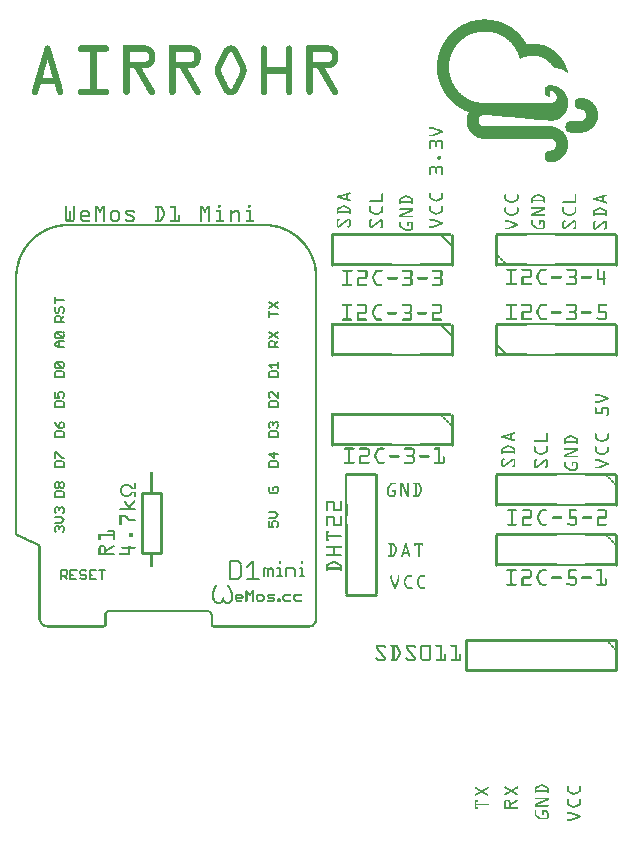
<source format=gto>
G04 MADE WITH FRITZING*
G04 WWW.FRITZING.ORG*
G04 DOUBLE SIDED*
G04 HOLES PLATED*
G04 CONTOUR ON CENTER OF CONTOUR VECTOR*
%ASAXBY*%
%FSLAX23Y23*%
%MOIN*%
%OFA0B0*%
%SFA1.0B1.0*%
%ADD10C,0.010000*%
%ADD11C,0.005000*%
%ADD12C,0.005556*%
%ADD13C,0.006944*%
%ADD14R,0.001000X0.001000*%
%LNSILK1*%
G90*
G70*
G54D10*
X838Y1136D02*
X838Y936D01*
D02*
X838Y936D02*
X772Y936D01*
D02*
X772Y936D02*
X772Y1136D01*
D02*
X772Y1136D02*
X838Y1136D01*
D02*
X2355Y1596D02*
X2355Y1696D01*
D02*
X1955Y1696D02*
X1955Y1596D01*
G54D11*
D02*
X1990Y1596D02*
X1955Y1631D01*
G54D10*
D02*
X2355Y1896D02*
X2355Y1996D01*
D02*
X1955Y1996D02*
X1955Y1896D01*
D02*
X1955Y1196D02*
X1955Y1096D01*
D02*
X2355Y1096D02*
X2355Y1196D01*
D02*
X1406Y1695D02*
X1406Y1595D01*
D02*
X1806Y1595D02*
X1806Y1695D01*
G54D11*
D02*
X1771Y1695D02*
X1806Y1660D01*
G54D10*
D02*
X1406Y1395D02*
X1406Y1295D01*
D02*
X1806Y1295D02*
X1806Y1395D01*
D02*
X1406Y1995D02*
X1406Y1895D01*
D02*
X1806Y1895D02*
X1806Y1995D01*
G54D11*
D02*
X1771Y1995D02*
X1806Y1960D01*
G54D10*
D02*
X1955Y996D02*
X1955Y896D01*
D02*
X2355Y896D02*
X2355Y996D01*
D02*
X1455Y796D02*
X1555Y796D01*
D02*
X2355Y646D02*
X1855Y646D01*
D02*
X1855Y646D02*
X1855Y546D01*
D02*
X1855Y546D02*
X2355Y546D01*
D02*
X2355Y546D02*
X2355Y646D01*
G54D12*
X514Y1705D02*
X483Y1705D01*
X482Y1705D02*
X482Y1720D01*
X482Y1720D02*
X487Y1725D01*
X488Y1726D02*
X498Y1726D01*
X498Y1726D02*
X502Y1721D01*
X503Y1720D02*
X503Y1705D01*
X503Y1715D02*
X513Y1725D01*
X488Y1757D02*
X483Y1752D01*
X482Y1752D02*
X482Y1743D01*
X482Y1742D02*
X487Y1737D01*
X488Y1736D02*
X493Y1736D01*
X493Y1736D02*
X498Y1741D01*
X498Y1742D02*
X498Y1751D01*
X498Y1752D02*
X502Y1757D01*
X503Y1757D02*
X508Y1757D01*
X508Y1757D02*
X513Y1752D01*
X514Y1752D02*
X514Y1743D01*
X514Y1742D02*
X509Y1737D01*
X514Y1779D02*
X483Y1779D01*
X482Y1768D02*
X482Y1788D01*
D02*
X513Y1621D02*
X493Y1621D01*
X492Y1621D02*
X483Y1630D01*
X483Y1631D02*
X492Y1641D01*
X492Y1641D02*
X512Y1641D01*
X498Y1621D02*
X498Y1641D01*
X509Y1652D02*
X488Y1652D01*
X487Y1652D02*
X483Y1657D01*
X483Y1657D02*
X483Y1666D01*
X483Y1667D02*
X487Y1672D01*
X487Y1673D02*
X508Y1673D01*
X509Y1673D02*
X513Y1668D01*
X513Y1667D02*
X513Y1658D01*
X513Y1657D02*
X509Y1652D01*
X509Y1652D02*
X488Y1672D01*
D02*
X482Y1521D02*
X513Y1521D01*
X514Y1521D02*
X514Y1536D01*
X514Y1536D02*
X509Y1541D01*
X508Y1541D02*
X488Y1541D01*
X488Y1541D02*
X483Y1536D01*
X482Y1536D02*
X482Y1521D01*
X508Y1552D02*
X488Y1552D01*
X488Y1552D02*
X483Y1557D01*
X482Y1557D02*
X482Y1566D01*
X482Y1567D02*
X487Y1572D01*
X488Y1573D02*
X508Y1573D01*
X508Y1573D02*
X513Y1568D01*
X514Y1567D02*
X514Y1558D01*
X514Y1557D02*
X509Y1552D01*
X508Y1552D02*
X488Y1573D01*
D02*
X482Y1421D02*
X513Y1421D01*
X514Y1421D02*
X514Y1436D01*
X514Y1436D02*
X509Y1441D01*
X508Y1441D02*
X488Y1441D01*
X488Y1441D02*
X483Y1436D01*
X482Y1436D02*
X482Y1421D01*
X482Y1473D02*
X482Y1453D01*
X482Y1452D02*
X497Y1452D01*
X497Y1452D02*
X492Y1462D01*
X492Y1463D02*
X492Y1467D01*
X492Y1467D02*
X497Y1472D01*
X497Y1473D02*
X507Y1473D01*
X508Y1473D02*
X513Y1468D01*
X514Y1467D02*
X514Y1458D01*
X514Y1457D02*
X509Y1452D01*
D02*
X482Y1321D02*
X513Y1321D01*
X514Y1321D02*
X514Y1336D01*
X514Y1336D02*
X509Y1341D01*
X508Y1341D02*
X488Y1341D01*
X488Y1341D02*
X483Y1336D01*
X482Y1336D02*
X482Y1321D01*
X482Y1373D02*
X487Y1364D01*
X488Y1363D02*
X498Y1353D01*
X498Y1352D02*
X507Y1352D01*
X508Y1352D02*
X513Y1357D01*
X514Y1357D02*
X514Y1366D01*
X514Y1367D02*
X509Y1372D01*
X508Y1373D02*
X503Y1373D01*
X503Y1373D02*
X499Y1368D01*
X498Y1367D02*
X498Y1352D01*
D02*
X482Y1221D02*
X513Y1221D01*
X514Y1221D02*
X514Y1236D01*
X514Y1236D02*
X509Y1241D01*
X508Y1241D02*
X488Y1241D01*
X488Y1241D02*
X483Y1236D01*
X482Y1236D02*
X482Y1221D01*
X482Y1252D02*
X482Y1272D01*
X482Y1273D02*
X488Y1273D01*
X488Y1273D02*
X508Y1253D01*
X508Y1252D02*
X513Y1252D01*
D02*
X482Y1121D02*
X513Y1121D01*
X514Y1121D02*
X514Y1136D01*
X514Y1136D02*
X509Y1141D01*
X508Y1141D02*
X488Y1141D01*
X488Y1141D02*
X483Y1136D01*
X482Y1136D02*
X482Y1121D01*
X488Y1152D02*
X483Y1157D01*
X482Y1157D02*
X482Y1166D01*
X482Y1167D02*
X487Y1172D01*
X488Y1173D02*
X493Y1173D01*
X493Y1173D02*
X498Y1168D01*
X498Y1167D02*
X503Y1172D01*
X504Y1173D02*
X508Y1173D01*
X508Y1173D02*
X513Y1168D01*
X514Y1167D02*
X514Y1158D01*
X514Y1157D02*
X509Y1152D01*
X508Y1152D02*
X504Y1152D01*
X504Y1152D02*
X499Y1157D01*
X498Y1157D02*
X493Y1152D01*
X493Y1152D02*
X488Y1152D01*
X498Y1157D02*
X498Y1166D01*
D02*
X488Y1005D02*
X483Y1010D01*
X482Y1010D02*
X482Y1019D01*
X482Y1020D02*
X487Y1025D01*
X488Y1026D02*
X492Y1026D01*
X492Y1026D02*
X497Y1021D01*
X497Y1020D02*
X497Y1015D01*
X497Y1020D02*
X502Y1025D01*
X503Y1026D02*
X508Y1026D01*
X508Y1026D02*
X513Y1021D01*
X514Y1020D02*
X514Y1011D01*
X514Y1010D02*
X509Y1005D01*
X482Y1036D02*
X502Y1036D01*
X503Y1036D02*
X513Y1046D01*
X514Y1047D02*
X504Y1056D01*
X503Y1057D02*
X482Y1057D01*
X488Y1068D02*
X483Y1073D01*
X482Y1073D02*
X482Y1084D01*
X482Y1084D02*
X487Y1088D01*
X488Y1088D02*
X492Y1088D01*
X492Y1088D02*
X497Y1084D01*
X497Y1084D02*
X497Y1079D01*
X497Y1084D02*
X502Y1088D01*
X503Y1088D02*
X508Y1088D01*
X508Y1088D02*
X513Y1084D01*
X514Y1084D02*
X514Y1074D01*
X514Y1073D02*
X509Y1068D01*
D02*
X1196Y1041D02*
X1196Y1021D01*
X1196Y1021D02*
X1211Y1021D01*
X1211Y1021D02*
X1206Y1030D01*
X1206Y1031D02*
X1206Y1036D01*
X1206Y1036D02*
X1211Y1041D01*
X1211Y1041D02*
X1221Y1041D01*
X1222Y1041D02*
X1227Y1036D01*
X1227Y1036D02*
X1227Y1027D01*
X1227Y1026D02*
X1222Y1021D01*
X1196Y1052D02*
X1216Y1052D01*
X1217Y1052D02*
X1227Y1062D01*
X1227Y1063D02*
X1217Y1072D01*
X1217Y1073D02*
X1197Y1073D01*
D02*
X1201Y1157D02*
X1196Y1152D01*
X1196Y1152D02*
X1196Y1143D01*
X1196Y1142D02*
X1201Y1137D01*
X1201Y1136D02*
X1221Y1136D01*
X1222Y1136D02*
X1227Y1141D01*
X1227Y1142D02*
X1227Y1151D01*
X1227Y1152D02*
X1222Y1157D01*
X1222Y1157D02*
X1212Y1157D01*
X1211Y1157D02*
X1211Y1147D01*
D02*
X1196Y1221D02*
X1227Y1221D01*
X1227Y1221D02*
X1227Y1236D01*
X1227Y1236D02*
X1222Y1241D01*
X1222Y1241D02*
X1201Y1241D01*
X1201Y1241D02*
X1196Y1236D01*
X1196Y1236D02*
X1196Y1221D01*
X1227Y1267D02*
X1196Y1267D01*
X1196Y1267D02*
X1212Y1252D01*
X1212Y1252D02*
X1212Y1272D01*
D02*
X1196Y1321D02*
X1227Y1321D01*
X1227Y1321D02*
X1227Y1336D01*
X1227Y1336D02*
X1222Y1341D01*
X1222Y1341D02*
X1201Y1341D01*
X1201Y1341D02*
X1196Y1336D01*
X1196Y1336D02*
X1196Y1321D01*
X1201Y1352D02*
X1196Y1357D01*
X1196Y1357D02*
X1196Y1366D01*
X1196Y1367D02*
X1201Y1372D01*
X1201Y1373D02*
X1205Y1373D01*
X1206Y1373D02*
X1211Y1368D01*
X1211Y1367D02*
X1211Y1363D01*
X1211Y1367D02*
X1216Y1372D01*
X1217Y1373D02*
X1222Y1373D01*
X1222Y1373D02*
X1227Y1368D01*
X1227Y1367D02*
X1227Y1358D01*
X1227Y1357D02*
X1222Y1352D01*
D02*
X1196Y1421D02*
X1227Y1421D01*
X1227Y1421D02*
X1227Y1436D01*
X1227Y1436D02*
X1222Y1441D01*
X1222Y1441D02*
X1201Y1441D01*
X1201Y1441D02*
X1196Y1436D01*
X1196Y1436D02*
X1196Y1421D01*
X1227Y1473D02*
X1227Y1453D01*
X1227Y1452D02*
X1207Y1472D01*
X1207Y1473D02*
X1201Y1473D01*
X1201Y1473D02*
X1196Y1468D01*
X1196Y1467D02*
X1196Y1458D01*
X1196Y1457D02*
X1201Y1452D01*
D02*
X1197Y1521D02*
X1227Y1521D01*
X1227Y1521D02*
X1227Y1536D01*
X1227Y1536D02*
X1223Y1541D01*
X1223Y1541D02*
X1202Y1541D01*
X1201Y1541D02*
X1197Y1536D01*
X1197Y1536D02*
X1197Y1521D01*
X1206Y1552D02*
X1197Y1562D01*
X1197Y1563D02*
X1227Y1563D01*
X1227Y1552D02*
X1227Y1572D01*
D02*
X1227Y1621D02*
X1196Y1621D01*
X1196Y1621D02*
X1196Y1636D01*
X1196Y1636D02*
X1201Y1641D01*
X1201Y1641D02*
X1211Y1641D01*
X1212Y1641D02*
X1216Y1636D01*
X1217Y1636D02*
X1217Y1621D01*
X1217Y1631D02*
X1227Y1641D01*
X1196Y1652D02*
X1227Y1672D01*
X1196Y1673D02*
X1227Y1653D01*
D02*
X1227Y1731D02*
X1197Y1731D01*
X1197Y1721D02*
X1197Y1741D01*
X1197Y1752D02*
X1227Y1772D01*
X1197Y1773D02*
X1227Y1753D01*
D02*
X504Y849D02*
X504Y880D01*
X504Y880D02*
X519Y880D01*
X519Y880D02*
X524Y875D01*
X524Y875D02*
X524Y865D01*
X524Y864D02*
X519Y859D01*
X519Y858D02*
X504Y858D01*
X514Y858D02*
X524Y849D01*
X556Y880D02*
X535Y880D01*
X535Y880D02*
X535Y849D01*
X535Y849D02*
X555Y849D01*
X535Y864D02*
X545Y864D01*
X588Y875D02*
X583Y880D01*
X583Y880D02*
X573Y880D01*
X572Y880D02*
X567Y875D01*
X566Y875D02*
X566Y870D01*
X566Y869D02*
X571Y864D01*
X572Y864D02*
X582Y864D01*
X583Y864D02*
X588Y859D01*
X588Y858D02*
X588Y854D01*
X588Y854D02*
X583Y849D01*
X583Y849D02*
X573Y849D01*
X572Y849D02*
X567Y854D01*
X619Y880D02*
X599Y880D01*
X599Y880D02*
X599Y849D01*
X599Y849D02*
X619Y849D01*
X599Y864D02*
X608Y864D01*
X641Y849D02*
X641Y880D01*
X630Y880D02*
X650Y880D01*
D02*
G54D13*
X1066Y908D02*
X1066Y850D01*
X1066Y849D02*
X1094Y849D01*
X1095Y849D02*
X1105Y859D01*
X1105Y859D02*
X1105Y897D01*
X1105Y898D02*
X1095Y908D01*
X1095Y908D02*
X1066Y908D01*
X1125Y888D02*
X1145Y908D01*
X1145Y908D02*
X1145Y850D01*
X1125Y849D02*
X1163Y849D01*
D02*
X1181Y858D02*
X1181Y886D01*
X1181Y887D02*
X1188Y887D01*
X1189Y887D02*
X1195Y880D01*
X1195Y879D02*
X1195Y858D01*
X1195Y879D02*
X1202Y886D01*
X1203Y887D02*
X1210Y880D01*
X1210Y879D02*
X1210Y858D01*
X1225Y887D02*
X1232Y887D01*
X1233Y887D02*
X1233Y859D01*
X1225Y858D02*
X1240Y858D01*
X1233Y908D02*
X1233Y901D01*
X1255Y858D02*
X1255Y886D01*
X1255Y887D02*
X1276Y887D01*
X1276Y887D02*
X1283Y880D01*
X1284Y879D02*
X1284Y858D01*
X1299Y887D02*
X1306Y887D01*
X1306Y887D02*
X1306Y859D01*
X1299Y858D02*
X1312Y858D01*
X1306Y908D02*
X1306Y901D01*
D02*
G54D14*
X1908Y2714D02*
X1923Y2714D01*
X1897Y2713D02*
X1936Y2713D01*
X1891Y2712D02*
X1942Y2712D01*
X1885Y2711D02*
X1948Y2711D01*
X1881Y2710D02*
X1952Y2710D01*
X1876Y2709D02*
X1956Y2709D01*
X1873Y2708D02*
X1960Y2708D01*
X1869Y2707D02*
X1963Y2707D01*
X1866Y2706D02*
X1966Y2706D01*
X1864Y2705D02*
X1970Y2705D01*
X1861Y2704D02*
X1972Y2704D01*
X1858Y2703D02*
X1975Y2703D01*
X1856Y2702D02*
X1977Y2702D01*
X1853Y2701D02*
X1980Y2701D01*
X1851Y2700D02*
X1982Y2700D01*
X1849Y2699D02*
X1984Y2699D01*
X1847Y2698D02*
X1986Y2698D01*
X1845Y2697D02*
X1988Y2697D01*
X1843Y2696D02*
X1990Y2696D01*
X1841Y2695D02*
X1992Y2695D01*
X1839Y2694D02*
X1994Y2694D01*
X1838Y2693D02*
X1995Y2693D01*
X1836Y2692D02*
X1997Y2692D01*
X1834Y2691D02*
X1999Y2691D01*
X1833Y2690D02*
X2000Y2690D01*
X1831Y2689D02*
X2002Y2689D01*
X1829Y2688D02*
X2003Y2688D01*
X1828Y2687D02*
X2005Y2687D01*
X1826Y2686D02*
X2007Y2686D01*
X1825Y2685D02*
X2008Y2685D01*
X1824Y2684D02*
X2009Y2684D01*
X1822Y2683D02*
X2011Y2683D01*
X1821Y2682D02*
X2012Y2682D01*
X1820Y2681D02*
X2013Y2681D01*
X1818Y2680D02*
X2015Y2680D01*
X1817Y2679D02*
X2016Y2679D01*
X1816Y2678D02*
X2017Y2678D01*
X1815Y2677D02*
X2018Y2677D01*
X1814Y2676D02*
X2019Y2676D01*
X1812Y2675D02*
X2021Y2675D01*
X1811Y2674D02*
X2022Y2674D01*
X1810Y2673D02*
X1901Y2673D01*
X1932Y2673D02*
X2023Y2673D01*
X1809Y2672D02*
X1894Y2672D01*
X1939Y2672D02*
X2024Y2672D01*
X1808Y2671D02*
X1889Y2671D01*
X1943Y2671D02*
X2025Y2671D01*
X1807Y2670D02*
X1885Y2670D01*
X1948Y2670D02*
X2026Y2670D01*
X1806Y2669D02*
X1882Y2669D01*
X1951Y2669D02*
X2027Y2669D01*
X1805Y2668D02*
X1878Y2668D01*
X1954Y2668D02*
X2028Y2668D01*
X1804Y2667D02*
X1875Y2667D01*
X1957Y2667D02*
X2029Y2667D01*
X1803Y2666D02*
X1873Y2666D01*
X1960Y2666D02*
X2030Y2666D01*
X1802Y2665D02*
X1870Y2665D01*
X1962Y2665D02*
X2031Y2665D01*
X1801Y2664D02*
X1868Y2664D01*
X1965Y2664D02*
X2032Y2664D01*
X1800Y2663D02*
X1866Y2663D01*
X1967Y2663D02*
X2033Y2663D01*
X1799Y2662D02*
X1863Y2662D01*
X1969Y2662D02*
X2034Y2662D01*
X1798Y2661D02*
X1861Y2661D01*
X1971Y2661D02*
X2035Y2661D01*
X1797Y2660D02*
X1860Y2660D01*
X1973Y2660D02*
X2036Y2660D01*
X1796Y2659D02*
X1858Y2659D01*
X1975Y2659D02*
X2037Y2659D01*
X1796Y2658D02*
X1856Y2658D01*
X1976Y2658D02*
X2037Y2658D01*
X1795Y2657D02*
X1854Y2657D01*
X1978Y2657D02*
X2038Y2657D01*
X1794Y2656D02*
X1853Y2656D01*
X1980Y2656D02*
X2039Y2656D01*
X1793Y2655D02*
X1851Y2655D01*
X1981Y2655D02*
X2040Y2655D01*
X1792Y2654D02*
X1849Y2654D01*
X1983Y2654D02*
X2041Y2654D01*
X1792Y2653D02*
X1848Y2653D01*
X1984Y2653D02*
X2041Y2653D01*
X1791Y2652D02*
X1847Y2652D01*
X1986Y2652D02*
X2042Y2652D01*
X1790Y2651D02*
X1845Y2651D01*
X1987Y2651D02*
X2043Y2651D01*
X1789Y2650D02*
X1844Y2650D01*
X1988Y2650D02*
X2044Y2650D01*
X1788Y2649D02*
X1843Y2649D01*
X1990Y2649D02*
X2044Y2649D01*
X1788Y2648D02*
X1841Y2648D01*
X1991Y2648D02*
X2045Y2648D01*
X1787Y2647D02*
X1840Y2647D01*
X1992Y2647D02*
X2046Y2647D01*
X1786Y2646D02*
X1839Y2646D01*
X1994Y2646D02*
X2046Y2646D01*
X1786Y2645D02*
X1838Y2645D01*
X1995Y2645D02*
X2047Y2645D01*
X1785Y2644D02*
X1837Y2644D01*
X1996Y2644D02*
X2048Y2644D01*
X1784Y2643D02*
X1835Y2643D01*
X1997Y2643D02*
X2049Y2643D01*
X1784Y2642D02*
X1834Y2642D01*
X1998Y2642D02*
X2049Y2642D01*
X1783Y2641D02*
X1833Y2641D01*
X1999Y2641D02*
X2050Y2641D01*
X1782Y2640D02*
X1832Y2640D01*
X2000Y2640D02*
X2050Y2640D01*
X1782Y2639D02*
X1831Y2639D01*
X2001Y2639D02*
X2051Y2639D01*
X1781Y2638D02*
X1830Y2638D01*
X2002Y2638D02*
X2052Y2638D01*
X1780Y2637D02*
X1829Y2637D01*
X2003Y2637D02*
X2052Y2637D01*
X1780Y2636D02*
X1828Y2636D01*
X2004Y2636D02*
X2053Y2636D01*
X1779Y2635D02*
X1827Y2635D01*
X2005Y2635D02*
X2053Y2635D01*
X1779Y2634D02*
X1827Y2634D01*
X2006Y2634D02*
X2054Y2634D01*
X1778Y2633D02*
X1826Y2633D01*
X2007Y2633D02*
X2055Y2633D01*
X2060Y2633D02*
X2089Y2633D01*
X1778Y2632D02*
X1825Y2632D01*
X2008Y2632D02*
X2096Y2632D01*
X1777Y2631D02*
X1824Y2631D01*
X2008Y2631D02*
X2101Y2631D01*
X1776Y2630D02*
X1823Y2630D01*
X2009Y2630D02*
X2105Y2630D01*
X1776Y2629D02*
X1822Y2629D01*
X2010Y2629D02*
X2109Y2629D01*
X1775Y2628D02*
X1822Y2628D01*
X2011Y2628D02*
X2112Y2628D01*
X457Y2627D02*
X460Y2627D01*
X568Y2627D02*
X655Y2627D01*
X712Y2627D02*
X788Y2627D01*
X865Y2627D02*
X940Y2627D01*
X1067Y2627D02*
X1072Y2627D01*
X1178Y2627D02*
X1181Y2627D01*
X1263Y2627D02*
X1265Y2627D01*
X1323Y2627D02*
X1398Y2627D01*
X1775Y2627D02*
X1821Y2627D01*
X2012Y2627D02*
X2115Y2627D01*
X455Y2626D02*
X463Y2626D01*
X565Y2626D02*
X658Y2626D01*
X712Y2626D02*
X793Y2626D01*
X865Y2626D02*
X946Y2626D01*
X1062Y2626D02*
X1077Y2626D01*
X1176Y2626D02*
X1184Y2626D01*
X1260Y2626D02*
X1268Y2626D01*
X1322Y2626D02*
X1403Y2626D01*
X1774Y2626D02*
X1820Y2626D01*
X2013Y2626D02*
X2118Y2626D01*
X453Y2625D02*
X465Y2625D01*
X564Y2625D02*
X660Y2625D01*
X712Y2625D02*
X796Y2625D01*
X865Y2625D02*
X949Y2625D01*
X1059Y2625D02*
X1080Y2625D01*
X1174Y2625D02*
X1186Y2625D01*
X1258Y2625D02*
X1270Y2625D01*
X1322Y2625D02*
X1406Y2625D01*
X1774Y2625D02*
X1819Y2625D01*
X2013Y2625D02*
X2120Y2625D01*
X452Y2624D02*
X466Y2624D01*
X563Y2624D02*
X661Y2624D01*
X712Y2624D02*
X798Y2624D01*
X865Y2624D02*
X951Y2624D01*
X1057Y2624D02*
X1082Y2624D01*
X1173Y2624D02*
X1187Y2624D01*
X1257Y2624D02*
X1271Y2624D01*
X1322Y2624D02*
X1409Y2624D01*
X1773Y2624D02*
X1819Y2624D01*
X2014Y2624D02*
X2122Y2624D01*
X451Y2623D02*
X467Y2623D01*
X562Y2623D02*
X662Y2623D01*
X712Y2623D02*
X800Y2623D01*
X865Y2623D02*
X953Y2623D01*
X1055Y2623D02*
X1083Y2623D01*
X1172Y2623D02*
X1188Y2623D01*
X1256Y2623D02*
X1272Y2623D01*
X1322Y2623D02*
X1410Y2623D01*
X1773Y2623D02*
X1818Y2623D01*
X2015Y2623D02*
X2125Y2623D01*
X450Y2622D02*
X468Y2622D01*
X561Y2622D02*
X662Y2622D01*
X712Y2622D02*
X802Y2622D01*
X865Y2622D02*
X954Y2622D01*
X1054Y2622D02*
X1085Y2622D01*
X1171Y2622D02*
X1189Y2622D01*
X1255Y2622D02*
X1273Y2622D01*
X1322Y2622D02*
X1412Y2622D01*
X1772Y2622D02*
X1817Y2622D01*
X2015Y2622D02*
X2127Y2622D01*
X450Y2621D02*
X468Y2621D01*
X560Y2621D02*
X663Y2621D01*
X712Y2621D02*
X803Y2621D01*
X865Y2621D02*
X956Y2621D01*
X1053Y2621D02*
X1086Y2621D01*
X1171Y2621D02*
X1189Y2621D01*
X1255Y2621D02*
X1273Y2621D01*
X1322Y2621D02*
X1413Y2621D01*
X1772Y2621D02*
X1817Y2621D01*
X2016Y2621D02*
X2129Y2621D01*
X449Y2620D02*
X469Y2620D01*
X560Y2620D02*
X663Y2620D01*
X712Y2620D02*
X804Y2620D01*
X865Y2620D02*
X957Y2620D01*
X1051Y2620D02*
X1087Y2620D01*
X1170Y2620D02*
X1190Y2620D01*
X1255Y2620D02*
X1274Y2620D01*
X1322Y2620D02*
X1415Y2620D01*
X1772Y2620D02*
X1816Y2620D01*
X2017Y2620D02*
X2131Y2620D01*
X449Y2619D02*
X469Y2619D01*
X560Y2619D02*
X664Y2619D01*
X712Y2619D02*
X806Y2619D01*
X865Y2619D02*
X958Y2619D01*
X1050Y2619D02*
X1088Y2619D01*
X1170Y2619D02*
X1190Y2619D01*
X1254Y2619D02*
X1274Y2619D01*
X1322Y2619D02*
X1416Y2619D01*
X1771Y2619D02*
X1815Y2619D01*
X2017Y2619D02*
X2132Y2619D01*
X449Y2618D02*
X469Y2618D01*
X560Y2618D02*
X664Y2618D01*
X712Y2618D02*
X807Y2618D01*
X865Y2618D02*
X959Y2618D01*
X1049Y2618D02*
X1089Y2618D01*
X1170Y2618D02*
X1190Y2618D01*
X1254Y2618D02*
X1274Y2618D01*
X1322Y2618D02*
X1417Y2618D01*
X1771Y2618D02*
X1815Y2618D01*
X2018Y2618D02*
X2134Y2618D01*
X449Y2617D02*
X470Y2617D01*
X560Y2617D02*
X664Y2617D01*
X712Y2617D02*
X808Y2617D01*
X865Y2617D02*
X960Y2617D01*
X1048Y2617D02*
X1090Y2617D01*
X1170Y2617D02*
X1190Y2617D01*
X1254Y2617D02*
X1274Y2617D01*
X1322Y2617D02*
X1418Y2617D01*
X1770Y2617D02*
X1814Y2617D01*
X2019Y2617D02*
X2136Y2617D01*
X448Y2616D02*
X470Y2616D01*
X560Y2616D02*
X664Y2616D01*
X712Y2616D02*
X809Y2616D01*
X865Y2616D02*
X961Y2616D01*
X1048Y2616D02*
X1091Y2616D01*
X1170Y2616D02*
X1190Y2616D01*
X1254Y2616D02*
X1274Y2616D01*
X1322Y2616D02*
X1419Y2616D01*
X1770Y2616D02*
X1813Y2616D01*
X2019Y2616D02*
X2138Y2616D01*
X448Y2615D02*
X470Y2615D01*
X560Y2615D02*
X664Y2615D01*
X712Y2615D02*
X809Y2615D01*
X865Y2615D02*
X962Y2615D01*
X1047Y2615D02*
X1092Y2615D01*
X1170Y2615D02*
X1190Y2615D01*
X1254Y2615D02*
X1274Y2615D01*
X1322Y2615D02*
X1420Y2615D01*
X1769Y2615D02*
X1813Y2615D01*
X2020Y2615D02*
X2139Y2615D01*
X448Y2614D02*
X470Y2614D01*
X560Y2614D02*
X664Y2614D01*
X712Y2614D02*
X810Y2614D01*
X865Y2614D02*
X963Y2614D01*
X1046Y2614D02*
X1093Y2614D01*
X1170Y2614D02*
X1190Y2614D01*
X1254Y2614D02*
X1274Y2614D01*
X1322Y2614D02*
X1421Y2614D01*
X1769Y2614D02*
X1812Y2614D01*
X2020Y2614D02*
X2141Y2614D01*
X447Y2613D02*
X471Y2613D01*
X560Y2613D02*
X663Y2613D01*
X712Y2613D02*
X811Y2613D01*
X865Y2613D02*
X964Y2613D01*
X1046Y2613D02*
X1093Y2613D01*
X1170Y2613D02*
X1190Y2613D01*
X1254Y2613D02*
X1274Y2613D01*
X1322Y2613D02*
X1421Y2613D01*
X1769Y2613D02*
X1812Y2613D01*
X2021Y2613D02*
X2142Y2613D01*
X447Y2612D02*
X471Y2612D01*
X560Y2612D02*
X663Y2612D01*
X712Y2612D02*
X812Y2612D01*
X865Y2612D02*
X964Y2612D01*
X1045Y2612D02*
X1094Y2612D01*
X1170Y2612D02*
X1190Y2612D01*
X1254Y2612D02*
X1274Y2612D01*
X1322Y2612D02*
X1422Y2612D01*
X1768Y2612D02*
X1811Y2612D01*
X2022Y2612D02*
X2144Y2612D01*
X447Y2611D02*
X471Y2611D01*
X561Y2611D02*
X662Y2611D01*
X712Y2611D02*
X812Y2611D01*
X865Y2611D02*
X965Y2611D01*
X1045Y2611D02*
X1094Y2611D01*
X1170Y2611D02*
X1190Y2611D01*
X1254Y2611D02*
X1274Y2611D01*
X1322Y2611D02*
X1423Y2611D01*
X1768Y2611D02*
X1811Y2611D01*
X2022Y2611D02*
X2145Y2611D01*
X446Y2610D02*
X472Y2610D01*
X562Y2610D02*
X662Y2610D01*
X712Y2610D02*
X813Y2610D01*
X865Y2610D02*
X965Y2610D01*
X1044Y2610D02*
X1095Y2610D01*
X1170Y2610D02*
X1190Y2610D01*
X1254Y2610D02*
X1274Y2610D01*
X1322Y2610D02*
X1423Y2610D01*
X1767Y2610D02*
X1810Y2610D01*
X2023Y2610D02*
X2146Y2610D01*
X446Y2609D02*
X472Y2609D01*
X563Y2609D02*
X661Y2609D01*
X712Y2609D02*
X813Y2609D01*
X865Y2609D02*
X966Y2609D01*
X1044Y2609D02*
X1095Y2609D01*
X1170Y2609D02*
X1190Y2609D01*
X1254Y2609D02*
X1274Y2609D01*
X1322Y2609D02*
X1424Y2609D01*
X1767Y2609D02*
X1810Y2609D01*
X2023Y2609D02*
X2148Y2609D01*
X446Y2608D02*
X472Y2608D01*
X564Y2608D02*
X660Y2608D01*
X712Y2608D02*
X814Y2608D01*
X865Y2608D02*
X966Y2608D01*
X1043Y2608D02*
X1096Y2608D01*
X1170Y2608D02*
X1190Y2608D01*
X1254Y2608D02*
X1274Y2608D01*
X1322Y2608D02*
X1424Y2608D01*
X1767Y2608D02*
X1809Y2608D01*
X2024Y2608D02*
X2149Y2608D01*
X446Y2607D02*
X472Y2607D01*
X565Y2607D02*
X658Y2607D01*
X712Y2607D02*
X814Y2607D01*
X865Y2607D02*
X967Y2607D01*
X1043Y2607D02*
X1096Y2607D01*
X1170Y2607D02*
X1190Y2607D01*
X1254Y2607D02*
X1274Y2607D01*
X1322Y2607D02*
X1425Y2607D01*
X1766Y2607D02*
X1809Y2607D01*
X2024Y2607D02*
X2150Y2607D01*
X445Y2606D02*
X473Y2606D01*
X568Y2606D02*
X655Y2606D01*
X712Y2606D02*
X815Y2606D01*
X865Y2606D02*
X967Y2606D01*
X1042Y2606D02*
X1097Y2606D01*
X1170Y2606D02*
X1190Y2606D01*
X1254Y2606D02*
X1274Y2606D01*
X1322Y2606D02*
X1425Y2606D01*
X1766Y2606D02*
X1808Y2606D01*
X2025Y2606D02*
X2152Y2606D01*
X445Y2605D02*
X473Y2605D01*
X601Y2605D02*
X622Y2605D01*
X712Y2605D02*
X732Y2605D01*
X789Y2605D02*
X815Y2605D01*
X865Y2605D02*
X885Y2605D01*
X942Y2605D02*
X968Y2605D01*
X1042Y2605D02*
X1066Y2605D01*
X1073Y2605D02*
X1097Y2605D01*
X1170Y2605D02*
X1190Y2605D01*
X1254Y2605D02*
X1274Y2605D01*
X1322Y2605D02*
X1343Y2605D01*
X1400Y2605D02*
X1425Y2605D01*
X1766Y2605D02*
X1808Y2605D01*
X2025Y2605D02*
X2153Y2605D01*
X445Y2604D02*
X473Y2604D01*
X601Y2604D02*
X622Y2604D01*
X712Y2604D02*
X732Y2604D01*
X791Y2604D02*
X815Y2604D01*
X865Y2604D02*
X885Y2604D01*
X944Y2604D02*
X968Y2604D01*
X1041Y2604D02*
X1065Y2604D01*
X1074Y2604D02*
X1098Y2604D01*
X1170Y2604D02*
X1190Y2604D01*
X1254Y2604D02*
X1274Y2604D01*
X1322Y2604D02*
X1343Y2604D01*
X1401Y2604D02*
X1426Y2604D01*
X1765Y2604D02*
X1807Y2604D01*
X2026Y2604D02*
X2154Y2604D01*
X444Y2603D02*
X474Y2603D01*
X601Y2603D02*
X622Y2603D01*
X712Y2603D02*
X732Y2603D01*
X792Y2603D02*
X816Y2603D01*
X865Y2603D02*
X885Y2603D01*
X945Y2603D02*
X968Y2603D01*
X1041Y2603D02*
X1064Y2603D01*
X1075Y2603D02*
X1098Y2603D01*
X1170Y2603D02*
X1190Y2603D01*
X1254Y2603D02*
X1274Y2603D01*
X1322Y2603D02*
X1343Y2603D01*
X1403Y2603D02*
X1426Y2603D01*
X1765Y2603D02*
X1807Y2603D01*
X2026Y2603D02*
X2155Y2603D01*
X444Y2602D02*
X474Y2602D01*
X601Y2602D02*
X622Y2602D01*
X712Y2602D02*
X732Y2602D01*
X793Y2602D02*
X816Y2602D01*
X865Y2602D02*
X885Y2602D01*
X946Y2602D02*
X968Y2602D01*
X1040Y2602D02*
X1063Y2602D01*
X1075Y2602D02*
X1099Y2602D01*
X1170Y2602D02*
X1190Y2602D01*
X1254Y2602D02*
X1274Y2602D01*
X1322Y2602D02*
X1343Y2602D01*
X1404Y2602D02*
X1426Y2602D01*
X1765Y2602D02*
X1806Y2602D01*
X2027Y2602D02*
X2156Y2602D01*
X444Y2601D02*
X474Y2601D01*
X601Y2601D02*
X622Y2601D01*
X712Y2601D02*
X732Y2601D01*
X794Y2601D02*
X816Y2601D01*
X865Y2601D02*
X885Y2601D01*
X947Y2601D02*
X969Y2601D01*
X1040Y2601D02*
X1063Y2601D01*
X1076Y2601D02*
X1099Y2601D01*
X1170Y2601D02*
X1190Y2601D01*
X1254Y2601D02*
X1274Y2601D01*
X1322Y2601D02*
X1343Y2601D01*
X1405Y2601D02*
X1426Y2601D01*
X1764Y2601D02*
X1806Y2601D01*
X2027Y2601D02*
X2157Y2601D01*
X444Y2600D02*
X475Y2600D01*
X601Y2600D02*
X622Y2600D01*
X712Y2600D02*
X732Y2600D01*
X795Y2600D02*
X816Y2600D01*
X865Y2600D02*
X885Y2600D01*
X947Y2600D02*
X969Y2600D01*
X1039Y2600D02*
X1062Y2600D01*
X1077Y2600D02*
X1100Y2600D01*
X1170Y2600D02*
X1190Y2600D01*
X1254Y2600D02*
X1274Y2600D01*
X1322Y2600D02*
X1343Y2600D01*
X1405Y2600D02*
X1427Y2600D01*
X1764Y2600D02*
X1806Y2600D01*
X2028Y2600D02*
X2158Y2600D01*
X443Y2599D02*
X475Y2599D01*
X601Y2599D02*
X622Y2599D01*
X712Y2599D02*
X732Y2599D01*
X795Y2599D02*
X816Y2599D01*
X865Y2599D02*
X885Y2599D01*
X948Y2599D02*
X969Y2599D01*
X1039Y2599D02*
X1062Y2599D01*
X1077Y2599D02*
X1100Y2599D01*
X1170Y2599D02*
X1190Y2599D01*
X1254Y2599D02*
X1274Y2599D01*
X1322Y2599D02*
X1343Y2599D01*
X1406Y2599D02*
X1427Y2599D01*
X1764Y2599D02*
X1805Y2599D01*
X2028Y2599D02*
X2159Y2599D01*
X443Y2598D02*
X475Y2598D01*
X601Y2598D02*
X622Y2598D01*
X712Y2598D02*
X732Y2598D01*
X796Y2598D02*
X816Y2598D01*
X865Y2598D02*
X885Y2598D01*
X948Y2598D02*
X969Y2598D01*
X1038Y2598D02*
X1061Y2598D01*
X1078Y2598D02*
X1101Y2598D01*
X1170Y2598D02*
X1190Y2598D01*
X1254Y2598D02*
X1274Y2598D01*
X1322Y2598D02*
X1343Y2598D01*
X1406Y2598D02*
X1427Y2598D01*
X1764Y2598D02*
X1805Y2598D01*
X2028Y2598D02*
X2160Y2598D01*
X443Y2597D02*
X475Y2597D01*
X601Y2597D02*
X622Y2597D01*
X712Y2597D02*
X732Y2597D01*
X796Y2597D02*
X816Y2597D01*
X865Y2597D02*
X885Y2597D01*
X949Y2597D02*
X969Y2597D01*
X1038Y2597D02*
X1061Y2597D01*
X1078Y2597D02*
X1101Y2597D01*
X1170Y2597D02*
X1190Y2597D01*
X1254Y2597D02*
X1274Y2597D01*
X1322Y2597D02*
X1343Y2597D01*
X1406Y2597D02*
X1427Y2597D01*
X1763Y2597D02*
X1804Y2597D01*
X2029Y2597D02*
X2161Y2597D01*
X442Y2596D02*
X476Y2596D01*
X601Y2596D02*
X622Y2596D01*
X712Y2596D02*
X732Y2596D01*
X796Y2596D02*
X817Y2596D01*
X865Y2596D02*
X885Y2596D01*
X949Y2596D02*
X969Y2596D01*
X1037Y2596D02*
X1060Y2596D01*
X1079Y2596D02*
X1102Y2596D01*
X1170Y2596D02*
X1190Y2596D01*
X1254Y2596D02*
X1274Y2596D01*
X1322Y2596D02*
X1343Y2596D01*
X1406Y2596D02*
X1427Y2596D01*
X1763Y2596D02*
X1804Y2596D01*
X2029Y2596D02*
X2162Y2596D01*
X442Y2595D02*
X476Y2595D01*
X601Y2595D02*
X622Y2595D01*
X712Y2595D02*
X732Y2595D01*
X796Y2595D02*
X817Y2595D01*
X865Y2595D02*
X885Y2595D01*
X949Y2595D02*
X969Y2595D01*
X1037Y2595D02*
X1060Y2595D01*
X1079Y2595D02*
X1102Y2595D01*
X1170Y2595D02*
X1190Y2595D01*
X1254Y2595D02*
X1274Y2595D01*
X1322Y2595D02*
X1343Y2595D01*
X1407Y2595D02*
X1427Y2595D01*
X1763Y2595D02*
X1804Y2595D01*
X2029Y2595D02*
X2163Y2595D01*
X442Y2594D02*
X476Y2594D01*
X601Y2594D02*
X622Y2594D01*
X712Y2594D02*
X732Y2594D01*
X796Y2594D02*
X817Y2594D01*
X865Y2594D02*
X885Y2594D01*
X949Y2594D02*
X969Y2594D01*
X1036Y2594D02*
X1059Y2594D01*
X1080Y2594D02*
X1103Y2594D01*
X1170Y2594D02*
X1190Y2594D01*
X1254Y2594D02*
X1274Y2594D01*
X1322Y2594D02*
X1343Y2594D01*
X1407Y2594D02*
X1427Y2594D01*
X1762Y2594D02*
X1803Y2594D01*
X2030Y2594D02*
X2164Y2594D01*
X441Y2593D02*
X477Y2593D01*
X601Y2593D02*
X622Y2593D01*
X712Y2593D02*
X732Y2593D01*
X796Y2593D02*
X817Y2593D01*
X865Y2593D02*
X885Y2593D01*
X949Y2593D02*
X969Y2593D01*
X1036Y2593D02*
X1059Y2593D01*
X1080Y2593D02*
X1103Y2593D01*
X1170Y2593D02*
X1190Y2593D01*
X1254Y2593D02*
X1274Y2593D01*
X1322Y2593D02*
X1343Y2593D01*
X1407Y2593D02*
X1427Y2593D01*
X1762Y2593D02*
X1803Y2593D01*
X2030Y2593D02*
X2068Y2593D01*
X2085Y2593D02*
X2165Y2593D01*
X441Y2592D02*
X477Y2592D01*
X601Y2592D02*
X622Y2592D01*
X712Y2592D02*
X732Y2592D01*
X796Y2592D02*
X817Y2592D01*
X865Y2592D02*
X885Y2592D01*
X949Y2592D02*
X969Y2592D01*
X1035Y2592D02*
X1058Y2592D01*
X1081Y2592D02*
X1104Y2592D01*
X1170Y2592D02*
X1190Y2592D01*
X1254Y2592D02*
X1274Y2592D01*
X1322Y2592D02*
X1343Y2592D01*
X1407Y2592D02*
X1427Y2592D01*
X1762Y2592D02*
X1803Y2592D01*
X2031Y2592D02*
X2060Y2592D01*
X2092Y2592D02*
X2166Y2592D01*
X441Y2591D02*
X477Y2591D01*
X601Y2591D02*
X622Y2591D01*
X712Y2591D02*
X732Y2591D01*
X796Y2591D02*
X817Y2591D01*
X865Y2591D02*
X885Y2591D01*
X949Y2591D02*
X969Y2591D01*
X1035Y2591D02*
X1058Y2591D01*
X1081Y2591D02*
X1104Y2591D01*
X1170Y2591D02*
X1190Y2591D01*
X1254Y2591D02*
X1274Y2591D01*
X1322Y2591D02*
X1343Y2591D01*
X1407Y2591D02*
X1427Y2591D01*
X1762Y2591D02*
X1802Y2591D01*
X2031Y2591D02*
X2056Y2591D01*
X2096Y2591D02*
X2167Y2591D01*
X441Y2590D02*
X477Y2590D01*
X601Y2590D02*
X622Y2590D01*
X712Y2590D02*
X732Y2590D01*
X796Y2590D02*
X817Y2590D01*
X865Y2590D02*
X885Y2590D01*
X949Y2590D02*
X969Y2590D01*
X1034Y2590D02*
X1057Y2590D01*
X1082Y2590D02*
X1105Y2590D01*
X1170Y2590D02*
X1190Y2590D01*
X1254Y2590D02*
X1274Y2590D01*
X1322Y2590D02*
X1343Y2590D01*
X1407Y2590D02*
X1427Y2590D01*
X1761Y2590D02*
X1802Y2590D01*
X2031Y2590D02*
X2052Y2590D01*
X2100Y2590D02*
X2168Y2590D01*
X440Y2589D02*
X478Y2589D01*
X601Y2589D02*
X622Y2589D01*
X712Y2589D02*
X732Y2589D01*
X796Y2589D02*
X817Y2589D01*
X865Y2589D02*
X885Y2589D01*
X949Y2589D02*
X969Y2589D01*
X1034Y2589D02*
X1057Y2589D01*
X1082Y2589D02*
X1105Y2589D01*
X1170Y2589D02*
X1190Y2589D01*
X1254Y2589D02*
X1274Y2589D01*
X1322Y2589D02*
X1343Y2589D01*
X1407Y2589D02*
X1427Y2589D01*
X1761Y2589D02*
X1802Y2589D01*
X2031Y2589D02*
X2049Y2589D01*
X2103Y2589D02*
X2168Y2589D01*
X440Y2588D02*
X478Y2588D01*
X601Y2588D02*
X622Y2588D01*
X712Y2588D02*
X732Y2588D01*
X796Y2588D02*
X817Y2588D01*
X865Y2588D02*
X885Y2588D01*
X949Y2588D02*
X969Y2588D01*
X1033Y2588D02*
X1056Y2588D01*
X1083Y2588D02*
X1106Y2588D01*
X1170Y2588D02*
X1190Y2588D01*
X1254Y2588D02*
X1274Y2588D01*
X1322Y2588D02*
X1343Y2588D01*
X1407Y2588D02*
X1427Y2588D01*
X1761Y2588D02*
X1801Y2588D01*
X2032Y2588D02*
X2046Y2588D01*
X2106Y2588D02*
X2169Y2588D01*
X440Y2587D02*
X478Y2587D01*
X601Y2587D02*
X622Y2587D01*
X712Y2587D02*
X732Y2587D01*
X796Y2587D02*
X817Y2587D01*
X865Y2587D02*
X885Y2587D01*
X949Y2587D02*
X969Y2587D01*
X1033Y2587D02*
X1056Y2587D01*
X1083Y2587D02*
X1106Y2587D01*
X1170Y2587D02*
X1190Y2587D01*
X1254Y2587D02*
X1274Y2587D01*
X1322Y2587D02*
X1343Y2587D01*
X1407Y2587D02*
X1427Y2587D01*
X1761Y2587D02*
X1801Y2587D01*
X2032Y2587D02*
X2044Y2587D01*
X2108Y2587D02*
X2170Y2587D01*
X439Y2586D02*
X479Y2586D01*
X601Y2586D02*
X622Y2586D01*
X712Y2586D02*
X732Y2586D01*
X796Y2586D02*
X817Y2586D01*
X865Y2586D02*
X885Y2586D01*
X949Y2586D02*
X969Y2586D01*
X1032Y2586D02*
X1055Y2586D01*
X1084Y2586D02*
X1107Y2586D01*
X1170Y2586D02*
X1190Y2586D01*
X1254Y2586D02*
X1274Y2586D01*
X1322Y2586D02*
X1343Y2586D01*
X1407Y2586D02*
X1427Y2586D01*
X1761Y2586D02*
X1801Y2586D01*
X2032Y2586D02*
X2042Y2586D01*
X2110Y2586D02*
X2171Y2586D01*
X439Y2585D02*
X479Y2585D01*
X601Y2585D02*
X622Y2585D01*
X712Y2585D02*
X732Y2585D01*
X796Y2585D02*
X817Y2585D01*
X865Y2585D02*
X885Y2585D01*
X949Y2585D02*
X969Y2585D01*
X1032Y2585D02*
X1055Y2585D01*
X1084Y2585D02*
X1107Y2585D01*
X1170Y2585D02*
X1190Y2585D01*
X1254Y2585D02*
X1274Y2585D01*
X1322Y2585D02*
X1343Y2585D01*
X1407Y2585D02*
X1427Y2585D01*
X1760Y2585D02*
X1801Y2585D01*
X2033Y2585D02*
X2040Y2585D01*
X2113Y2585D02*
X2171Y2585D01*
X439Y2584D02*
X479Y2584D01*
X601Y2584D02*
X622Y2584D01*
X712Y2584D02*
X732Y2584D01*
X796Y2584D02*
X817Y2584D01*
X865Y2584D02*
X885Y2584D01*
X949Y2584D02*
X969Y2584D01*
X1031Y2584D02*
X1054Y2584D01*
X1085Y2584D02*
X1108Y2584D01*
X1170Y2584D02*
X1190Y2584D01*
X1254Y2584D02*
X1274Y2584D01*
X1322Y2584D02*
X1343Y2584D01*
X1407Y2584D02*
X1427Y2584D01*
X1760Y2584D02*
X1800Y2584D01*
X2033Y2584D02*
X2038Y2584D01*
X2114Y2584D02*
X2172Y2584D01*
X439Y2583D02*
X479Y2583D01*
X601Y2583D02*
X622Y2583D01*
X712Y2583D02*
X732Y2583D01*
X796Y2583D02*
X817Y2583D01*
X865Y2583D02*
X885Y2583D01*
X949Y2583D02*
X969Y2583D01*
X1031Y2583D02*
X1054Y2583D01*
X1085Y2583D02*
X1108Y2583D01*
X1170Y2583D02*
X1190Y2583D01*
X1254Y2583D02*
X1274Y2583D01*
X1322Y2583D02*
X1343Y2583D01*
X1406Y2583D02*
X1427Y2583D01*
X1760Y2583D02*
X1800Y2583D01*
X2033Y2583D02*
X2036Y2583D01*
X2116Y2583D02*
X2173Y2583D01*
X438Y2582D02*
X480Y2582D01*
X601Y2582D02*
X622Y2582D01*
X712Y2582D02*
X732Y2582D01*
X796Y2582D02*
X817Y2582D01*
X865Y2582D02*
X885Y2582D01*
X949Y2582D02*
X969Y2582D01*
X1030Y2582D02*
X1053Y2582D01*
X1086Y2582D02*
X1109Y2582D01*
X1170Y2582D02*
X1190Y2582D01*
X1254Y2582D02*
X1274Y2582D01*
X1322Y2582D02*
X1343Y2582D01*
X1406Y2582D02*
X1427Y2582D01*
X1760Y2582D02*
X1800Y2582D01*
X2033Y2582D02*
X2034Y2582D01*
X2118Y2582D02*
X2174Y2582D01*
X438Y2581D02*
X480Y2581D01*
X601Y2581D02*
X622Y2581D01*
X712Y2581D02*
X732Y2581D01*
X796Y2581D02*
X816Y2581D01*
X865Y2581D02*
X885Y2581D01*
X948Y2581D02*
X969Y2581D01*
X1030Y2581D02*
X1053Y2581D01*
X1086Y2581D02*
X1109Y2581D01*
X1170Y2581D02*
X1190Y2581D01*
X1254Y2581D02*
X1274Y2581D01*
X1322Y2581D02*
X1343Y2581D01*
X1406Y2581D02*
X1427Y2581D01*
X1760Y2581D02*
X1800Y2581D01*
X2120Y2581D02*
X2174Y2581D01*
X438Y2580D02*
X480Y2580D01*
X601Y2580D02*
X622Y2580D01*
X712Y2580D02*
X732Y2580D01*
X795Y2580D02*
X816Y2580D01*
X865Y2580D02*
X885Y2580D01*
X948Y2580D02*
X969Y2580D01*
X1029Y2580D02*
X1052Y2580D01*
X1087Y2580D02*
X1110Y2580D01*
X1170Y2580D02*
X1190Y2580D01*
X1254Y2580D02*
X1274Y2580D01*
X1322Y2580D02*
X1343Y2580D01*
X1406Y2580D02*
X1427Y2580D01*
X1760Y2580D02*
X1799Y2580D01*
X2121Y2580D02*
X2175Y2580D01*
X437Y2579D02*
X481Y2579D01*
X601Y2579D02*
X622Y2579D01*
X712Y2579D02*
X732Y2579D01*
X795Y2579D02*
X816Y2579D01*
X865Y2579D02*
X885Y2579D01*
X947Y2579D02*
X969Y2579D01*
X1029Y2579D02*
X1052Y2579D01*
X1087Y2579D02*
X1110Y2579D01*
X1170Y2579D02*
X1190Y2579D01*
X1254Y2579D02*
X1274Y2579D01*
X1322Y2579D02*
X1343Y2579D01*
X1405Y2579D02*
X1427Y2579D01*
X1759Y2579D02*
X1799Y2579D01*
X2123Y2579D02*
X2176Y2579D01*
X437Y2578D02*
X481Y2578D01*
X601Y2578D02*
X622Y2578D01*
X712Y2578D02*
X732Y2578D01*
X794Y2578D02*
X816Y2578D01*
X865Y2578D02*
X885Y2578D01*
X947Y2578D02*
X969Y2578D01*
X1028Y2578D02*
X1051Y2578D01*
X1088Y2578D02*
X1111Y2578D01*
X1170Y2578D02*
X1190Y2578D01*
X1254Y2578D02*
X1274Y2578D01*
X1322Y2578D02*
X1343Y2578D01*
X1405Y2578D02*
X1426Y2578D01*
X1759Y2578D02*
X1799Y2578D01*
X2124Y2578D02*
X2176Y2578D01*
X437Y2577D02*
X458Y2577D01*
X460Y2577D02*
X481Y2577D01*
X601Y2577D02*
X622Y2577D01*
X712Y2577D02*
X732Y2577D01*
X793Y2577D02*
X816Y2577D01*
X865Y2577D02*
X885Y2577D01*
X946Y2577D02*
X968Y2577D01*
X1028Y2577D02*
X1051Y2577D01*
X1088Y2577D02*
X1111Y2577D01*
X1170Y2577D02*
X1190Y2577D01*
X1254Y2577D02*
X1274Y2577D01*
X1322Y2577D02*
X1343Y2577D01*
X1404Y2577D02*
X1426Y2577D01*
X1759Y2577D02*
X1799Y2577D01*
X2125Y2577D02*
X2177Y2577D01*
X437Y2576D02*
X458Y2576D01*
X460Y2576D02*
X482Y2576D01*
X601Y2576D02*
X622Y2576D01*
X712Y2576D02*
X732Y2576D01*
X792Y2576D02*
X816Y2576D01*
X865Y2576D02*
X885Y2576D01*
X945Y2576D02*
X968Y2576D01*
X1027Y2576D02*
X1050Y2576D01*
X1089Y2576D02*
X1112Y2576D01*
X1170Y2576D02*
X1190Y2576D01*
X1254Y2576D02*
X1274Y2576D01*
X1322Y2576D02*
X1343Y2576D01*
X1403Y2576D02*
X1426Y2576D01*
X1759Y2576D02*
X1799Y2576D01*
X2127Y2576D02*
X2178Y2576D01*
X436Y2575D02*
X458Y2575D01*
X460Y2575D02*
X482Y2575D01*
X601Y2575D02*
X622Y2575D01*
X712Y2575D02*
X732Y2575D01*
X791Y2575D02*
X815Y2575D01*
X865Y2575D02*
X885Y2575D01*
X944Y2575D02*
X968Y2575D01*
X1027Y2575D02*
X1050Y2575D01*
X1089Y2575D02*
X1112Y2575D01*
X1170Y2575D02*
X1190Y2575D01*
X1254Y2575D02*
X1274Y2575D01*
X1322Y2575D02*
X1343Y2575D01*
X1402Y2575D02*
X1426Y2575D01*
X1759Y2575D02*
X1798Y2575D01*
X2128Y2575D02*
X2178Y2575D01*
X436Y2574D02*
X457Y2574D01*
X461Y2574D02*
X482Y2574D01*
X601Y2574D02*
X622Y2574D01*
X712Y2574D02*
X732Y2574D01*
X789Y2574D02*
X815Y2574D01*
X865Y2574D02*
X885Y2574D01*
X942Y2574D02*
X968Y2574D01*
X1026Y2574D02*
X1049Y2574D01*
X1090Y2574D02*
X1113Y2574D01*
X1170Y2574D02*
X1190Y2574D01*
X1254Y2574D02*
X1274Y2574D01*
X1322Y2574D02*
X1343Y2574D01*
X1400Y2574D02*
X1425Y2574D01*
X1759Y2574D02*
X1798Y2574D01*
X2129Y2574D02*
X2179Y2574D01*
X436Y2573D02*
X457Y2573D01*
X461Y2573D02*
X482Y2573D01*
X601Y2573D02*
X622Y2573D01*
X712Y2573D02*
X815Y2573D01*
X865Y2573D02*
X967Y2573D01*
X1026Y2573D02*
X1049Y2573D01*
X1090Y2573D02*
X1113Y2573D01*
X1170Y2573D02*
X1190Y2573D01*
X1254Y2573D02*
X1274Y2573D01*
X1322Y2573D02*
X1425Y2573D01*
X1759Y2573D02*
X1798Y2573D01*
X2130Y2573D02*
X2179Y2573D01*
X435Y2572D02*
X457Y2572D01*
X461Y2572D02*
X483Y2572D01*
X601Y2572D02*
X622Y2572D01*
X712Y2572D02*
X814Y2572D01*
X865Y2572D02*
X967Y2572D01*
X1025Y2572D02*
X1048Y2572D01*
X1091Y2572D02*
X1114Y2572D01*
X1170Y2572D02*
X1190Y2572D01*
X1254Y2572D02*
X1274Y2572D01*
X1322Y2572D02*
X1425Y2572D01*
X1758Y2572D02*
X1798Y2572D01*
X2131Y2572D02*
X2180Y2572D01*
X435Y2571D02*
X456Y2571D01*
X462Y2571D02*
X483Y2571D01*
X601Y2571D02*
X622Y2571D01*
X712Y2571D02*
X814Y2571D01*
X865Y2571D02*
X966Y2571D01*
X1025Y2571D02*
X1048Y2571D01*
X1091Y2571D02*
X1114Y2571D01*
X1170Y2571D02*
X1190Y2571D01*
X1254Y2571D02*
X1274Y2571D01*
X1322Y2571D02*
X1424Y2571D01*
X1758Y2571D02*
X1798Y2571D01*
X2132Y2571D02*
X2180Y2571D01*
X435Y2570D02*
X456Y2570D01*
X462Y2570D02*
X483Y2570D01*
X601Y2570D02*
X622Y2570D01*
X712Y2570D02*
X813Y2570D01*
X865Y2570D02*
X966Y2570D01*
X1024Y2570D02*
X1047Y2570D01*
X1092Y2570D02*
X1115Y2570D01*
X1170Y2570D02*
X1190Y2570D01*
X1254Y2570D02*
X1274Y2570D01*
X1322Y2570D02*
X1424Y2570D01*
X1758Y2570D02*
X1798Y2570D01*
X2133Y2570D02*
X2181Y2570D01*
X434Y2569D02*
X456Y2569D01*
X462Y2569D02*
X484Y2569D01*
X601Y2569D02*
X622Y2569D01*
X712Y2569D02*
X813Y2569D01*
X865Y2569D02*
X965Y2569D01*
X1024Y2569D02*
X1047Y2569D01*
X1092Y2569D02*
X1115Y2569D01*
X1170Y2569D02*
X1190Y2569D01*
X1254Y2569D02*
X1274Y2569D01*
X1322Y2569D02*
X1423Y2569D01*
X1758Y2569D02*
X1798Y2569D01*
X2134Y2569D02*
X2182Y2569D01*
X434Y2568D02*
X455Y2568D01*
X462Y2568D02*
X484Y2568D01*
X601Y2568D02*
X622Y2568D01*
X712Y2568D02*
X812Y2568D01*
X865Y2568D02*
X965Y2568D01*
X1023Y2568D02*
X1046Y2568D01*
X1093Y2568D02*
X1116Y2568D01*
X1170Y2568D02*
X1190Y2568D01*
X1254Y2568D02*
X1274Y2568D01*
X1322Y2568D02*
X1423Y2568D01*
X1758Y2568D02*
X1797Y2568D01*
X2135Y2568D02*
X2182Y2568D01*
X434Y2567D02*
X455Y2567D01*
X463Y2567D02*
X484Y2567D01*
X601Y2567D02*
X622Y2567D01*
X712Y2567D02*
X812Y2567D01*
X865Y2567D02*
X964Y2567D01*
X1023Y2567D02*
X1046Y2567D01*
X1093Y2567D02*
X1116Y2567D01*
X1170Y2567D02*
X1190Y2567D01*
X1254Y2567D02*
X1274Y2567D01*
X1322Y2567D02*
X1422Y2567D01*
X1758Y2567D02*
X1797Y2567D01*
X2136Y2567D02*
X2183Y2567D01*
X434Y2566D02*
X455Y2566D01*
X463Y2566D02*
X484Y2566D01*
X601Y2566D02*
X622Y2566D01*
X712Y2566D02*
X811Y2566D01*
X865Y2566D02*
X964Y2566D01*
X1022Y2566D02*
X1045Y2566D01*
X1094Y2566D02*
X1117Y2566D01*
X1170Y2566D02*
X1190Y2566D01*
X1254Y2566D02*
X1274Y2566D01*
X1322Y2566D02*
X1421Y2566D01*
X1758Y2566D02*
X1797Y2566D01*
X2137Y2566D02*
X2183Y2566D01*
X433Y2565D02*
X455Y2565D01*
X463Y2565D02*
X485Y2565D01*
X601Y2565D02*
X622Y2565D01*
X712Y2565D02*
X810Y2565D01*
X865Y2565D02*
X963Y2565D01*
X1022Y2565D02*
X1045Y2565D01*
X1094Y2565D02*
X1117Y2565D01*
X1170Y2565D02*
X1190Y2565D01*
X1254Y2565D02*
X1274Y2565D01*
X1322Y2565D02*
X1421Y2565D01*
X1758Y2565D02*
X1797Y2565D01*
X2138Y2565D02*
X2184Y2565D01*
X433Y2564D02*
X454Y2564D01*
X464Y2564D02*
X485Y2564D01*
X601Y2564D02*
X622Y2564D01*
X712Y2564D02*
X809Y2564D01*
X865Y2564D02*
X962Y2564D01*
X1021Y2564D02*
X1044Y2564D01*
X1095Y2564D02*
X1117Y2564D01*
X1170Y2564D02*
X1190Y2564D01*
X1254Y2564D02*
X1274Y2564D01*
X1322Y2564D02*
X1420Y2564D01*
X1758Y2564D02*
X1797Y2564D01*
X2139Y2564D02*
X2184Y2564D01*
X433Y2563D02*
X454Y2563D01*
X464Y2563D02*
X485Y2563D01*
X601Y2563D02*
X622Y2563D01*
X712Y2563D02*
X809Y2563D01*
X865Y2563D02*
X961Y2563D01*
X1021Y2563D02*
X1044Y2563D01*
X1095Y2563D02*
X1118Y2563D01*
X1170Y2563D02*
X1190Y2563D01*
X1254Y2563D02*
X1274Y2563D01*
X1322Y2563D02*
X1419Y2563D01*
X1758Y2563D02*
X1797Y2563D01*
X2139Y2563D02*
X2185Y2563D01*
X432Y2562D02*
X454Y2562D01*
X464Y2562D02*
X486Y2562D01*
X601Y2562D02*
X622Y2562D01*
X712Y2562D02*
X808Y2562D01*
X865Y2562D02*
X960Y2562D01*
X1020Y2562D02*
X1043Y2562D01*
X1096Y2562D02*
X1118Y2562D01*
X1170Y2562D02*
X1190Y2562D01*
X1254Y2562D02*
X1274Y2562D01*
X1322Y2562D02*
X1418Y2562D01*
X1758Y2562D02*
X1797Y2562D01*
X2140Y2562D02*
X2185Y2562D01*
X432Y2561D02*
X453Y2561D01*
X465Y2561D02*
X486Y2561D01*
X601Y2561D02*
X622Y2561D01*
X712Y2561D02*
X807Y2561D01*
X865Y2561D02*
X959Y2561D01*
X1020Y2561D02*
X1043Y2561D01*
X1096Y2561D02*
X1119Y2561D01*
X1170Y2561D02*
X1190Y2561D01*
X1254Y2561D02*
X1274Y2561D01*
X1322Y2561D02*
X1417Y2561D01*
X1758Y2561D02*
X1797Y2561D01*
X2141Y2561D02*
X2185Y2561D01*
X432Y2560D02*
X453Y2560D01*
X465Y2560D02*
X486Y2560D01*
X601Y2560D02*
X622Y2560D01*
X712Y2560D02*
X806Y2560D01*
X865Y2560D02*
X958Y2560D01*
X1020Y2560D02*
X1042Y2560D01*
X1097Y2560D02*
X1119Y2560D01*
X1170Y2560D02*
X1190Y2560D01*
X1254Y2560D02*
X1274Y2560D01*
X1322Y2560D02*
X1416Y2560D01*
X1758Y2560D02*
X1797Y2560D01*
X2142Y2560D02*
X2186Y2560D01*
X432Y2559D02*
X453Y2559D01*
X465Y2559D02*
X486Y2559D01*
X601Y2559D02*
X622Y2559D01*
X712Y2559D02*
X804Y2559D01*
X865Y2559D02*
X957Y2559D01*
X1019Y2559D02*
X1041Y2559D01*
X1097Y2559D02*
X1119Y2559D01*
X1170Y2559D02*
X1190Y2559D01*
X1254Y2559D02*
X1274Y2559D01*
X1322Y2559D02*
X1415Y2559D01*
X1758Y2559D02*
X1797Y2559D01*
X2142Y2559D02*
X2186Y2559D01*
X431Y2558D02*
X453Y2558D01*
X465Y2558D02*
X487Y2558D01*
X601Y2558D02*
X622Y2558D01*
X712Y2558D02*
X803Y2558D01*
X865Y2558D02*
X956Y2558D01*
X1019Y2558D02*
X1041Y2558D01*
X1098Y2558D02*
X1120Y2558D01*
X1170Y2558D02*
X1190Y2558D01*
X1254Y2558D02*
X1274Y2558D01*
X1322Y2558D02*
X1413Y2558D01*
X1758Y2558D02*
X1797Y2558D01*
X2143Y2558D02*
X2187Y2558D01*
X431Y2557D02*
X452Y2557D01*
X466Y2557D02*
X487Y2557D01*
X601Y2557D02*
X622Y2557D01*
X712Y2557D02*
X802Y2557D01*
X865Y2557D02*
X954Y2557D01*
X1019Y2557D02*
X1040Y2557D01*
X1098Y2557D02*
X1120Y2557D01*
X1170Y2557D02*
X1190Y2557D01*
X1254Y2557D02*
X1274Y2557D01*
X1322Y2557D02*
X1412Y2557D01*
X1758Y2557D02*
X1797Y2557D01*
X2144Y2557D02*
X2187Y2557D01*
X431Y2556D02*
X452Y2556D01*
X466Y2556D02*
X487Y2556D01*
X601Y2556D02*
X622Y2556D01*
X712Y2556D02*
X800Y2556D01*
X865Y2556D02*
X953Y2556D01*
X1019Y2556D02*
X1040Y2556D01*
X1099Y2556D02*
X1120Y2556D01*
X1170Y2556D02*
X1190Y2556D01*
X1254Y2556D02*
X1274Y2556D01*
X1322Y2556D02*
X1411Y2556D01*
X1758Y2556D02*
X1797Y2556D01*
X2144Y2556D02*
X2188Y2556D01*
X430Y2555D02*
X452Y2555D01*
X466Y2555D02*
X488Y2555D01*
X601Y2555D02*
X622Y2555D01*
X712Y2555D02*
X798Y2555D01*
X865Y2555D02*
X951Y2555D01*
X1018Y2555D02*
X1040Y2555D01*
X1099Y2555D02*
X1121Y2555D01*
X1170Y2555D02*
X1274Y2555D01*
X1322Y2555D02*
X1409Y2555D01*
X1758Y2555D02*
X1797Y2555D01*
X2145Y2555D02*
X2188Y2555D01*
X430Y2554D02*
X451Y2554D01*
X467Y2554D02*
X488Y2554D01*
X601Y2554D02*
X622Y2554D01*
X712Y2554D02*
X796Y2554D01*
X865Y2554D02*
X949Y2554D01*
X1018Y2554D02*
X1039Y2554D01*
X1100Y2554D02*
X1121Y2554D01*
X1170Y2554D02*
X1274Y2554D01*
X1322Y2554D02*
X1407Y2554D01*
X1758Y2554D02*
X1797Y2554D01*
X2146Y2554D02*
X2188Y2554D01*
X430Y2553D02*
X451Y2553D01*
X467Y2553D02*
X488Y2553D01*
X601Y2553D02*
X622Y2553D01*
X712Y2553D02*
X793Y2553D01*
X865Y2553D02*
X946Y2553D01*
X1018Y2553D02*
X1039Y2553D01*
X1100Y2553D02*
X1121Y2553D01*
X1170Y2553D02*
X1274Y2553D01*
X1322Y2553D02*
X1404Y2553D01*
X1758Y2553D02*
X1797Y2553D01*
X2148Y2553D02*
X2189Y2553D01*
X429Y2552D02*
X451Y2552D01*
X467Y2552D02*
X489Y2552D01*
X601Y2552D02*
X622Y2552D01*
X712Y2552D02*
X788Y2552D01*
X865Y2552D02*
X941Y2552D01*
X1018Y2552D02*
X1039Y2552D01*
X1100Y2552D02*
X1121Y2552D01*
X1170Y2552D02*
X1274Y2552D01*
X1322Y2552D02*
X1399Y2552D01*
X1758Y2552D02*
X1797Y2552D01*
X2155Y2552D02*
X2189Y2552D01*
X429Y2551D02*
X451Y2551D01*
X467Y2551D02*
X489Y2551D01*
X601Y2551D02*
X622Y2551D01*
X712Y2551D02*
X732Y2551D01*
X749Y2551D02*
X773Y2551D01*
X865Y2551D02*
X885Y2551D01*
X901Y2551D02*
X925Y2551D01*
X1018Y2551D02*
X1038Y2551D01*
X1101Y2551D02*
X1121Y2551D01*
X1170Y2551D02*
X1274Y2551D01*
X1322Y2551D02*
X1343Y2551D01*
X1359Y2551D02*
X1383Y2551D01*
X1758Y2551D02*
X1797Y2551D01*
X2160Y2551D02*
X2189Y2551D01*
X429Y2550D02*
X450Y2550D01*
X468Y2550D02*
X489Y2550D01*
X601Y2550D02*
X622Y2550D01*
X712Y2550D02*
X732Y2550D01*
X749Y2550D02*
X773Y2550D01*
X865Y2550D02*
X885Y2550D01*
X902Y2550D02*
X926Y2550D01*
X1018Y2550D02*
X1038Y2550D01*
X1101Y2550D02*
X1121Y2550D01*
X1170Y2550D02*
X1274Y2550D01*
X1322Y2550D02*
X1343Y2550D01*
X1359Y2550D02*
X1383Y2550D01*
X1758Y2550D02*
X1797Y2550D01*
X2164Y2550D02*
X2190Y2550D01*
X429Y2549D02*
X450Y2549D01*
X468Y2549D02*
X489Y2549D01*
X601Y2549D02*
X622Y2549D01*
X712Y2549D02*
X732Y2549D01*
X750Y2549D02*
X774Y2549D01*
X865Y2549D02*
X885Y2549D01*
X902Y2549D02*
X926Y2549D01*
X1017Y2549D02*
X1038Y2549D01*
X1101Y2549D02*
X1121Y2549D01*
X1170Y2549D02*
X1274Y2549D01*
X1322Y2549D02*
X1343Y2549D01*
X1360Y2549D02*
X1384Y2549D01*
X1758Y2549D02*
X1797Y2549D01*
X2167Y2549D02*
X2190Y2549D01*
X428Y2548D02*
X450Y2548D01*
X468Y2548D02*
X490Y2548D01*
X601Y2548D02*
X622Y2548D01*
X712Y2548D02*
X732Y2548D01*
X750Y2548D02*
X774Y2548D01*
X865Y2548D02*
X885Y2548D01*
X903Y2548D02*
X927Y2548D01*
X1017Y2548D02*
X1038Y2548D01*
X1101Y2548D02*
X1122Y2548D01*
X1170Y2548D02*
X1274Y2548D01*
X1322Y2548D02*
X1343Y2548D01*
X1361Y2548D02*
X1385Y2548D01*
X1758Y2548D02*
X1797Y2548D01*
X2170Y2548D02*
X2190Y2548D01*
X428Y2547D02*
X449Y2547D01*
X469Y2547D02*
X490Y2547D01*
X601Y2547D02*
X622Y2547D01*
X712Y2547D02*
X732Y2547D01*
X751Y2547D02*
X775Y2547D01*
X865Y2547D02*
X885Y2547D01*
X903Y2547D02*
X927Y2547D01*
X1017Y2547D02*
X1038Y2547D01*
X1101Y2547D02*
X1122Y2547D01*
X1170Y2547D02*
X1274Y2547D01*
X1322Y2547D02*
X1343Y2547D01*
X1361Y2547D02*
X1385Y2547D01*
X1758Y2547D02*
X1797Y2547D01*
X2173Y2547D02*
X2191Y2547D01*
X428Y2546D02*
X449Y2546D01*
X469Y2546D02*
X490Y2546D01*
X601Y2546D02*
X622Y2546D01*
X712Y2546D02*
X732Y2546D01*
X751Y2546D02*
X775Y2546D01*
X865Y2546D02*
X885Y2546D01*
X904Y2546D02*
X928Y2546D01*
X1017Y2546D02*
X1038Y2546D01*
X1101Y2546D02*
X1122Y2546D01*
X1170Y2546D02*
X1274Y2546D01*
X1322Y2546D02*
X1343Y2546D01*
X1362Y2546D02*
X1386Y2546D01*
X1758Y2546D02*
X1797Y2546D01*
X2175Y2546D02*
X2191Y2546D01*
X427Y2545D02*
X449Y2545D01*
X469Y2545D02*
X491Y2545D01*
X601Y2545D02*
X622Y2545D01*
X712Y2545D02*
X732Y2545D01*
X752Y2545D02*
X776Y2545D01*
X865Y2545D02*
X885Y2545D01*
X905Y2545D02*
X929Y2545D01*
X1017Y2545D02*
X1038Y2545D01*
X1101Y2545D02*
X1122Y2545D01*
X1170Y2545D02*
X1274Y2545D01*
X1322Y2545D02*
X1343Y2545D01*
X1362Y2545D02*
X1386Y2545D01*
X1758Y2545D02*
X1797Y2545D01*
X2178Y2545D02*
X2191Y2545D01*
X427Y2544D02*
X448Y2544D01*
X470Y2544D02*
X491Y2544D01*
X601Y2544D02*
X622Y2544D01*
X712Y2544D02*
X732Y2544D01*
X753Y2544D02*
X777Y2544D01*
X865Y2544D02*
X885Y2544D01*
X905Y2544D02*
X929Y2544D01*
X1017Y2544D02*
X1038Y2544D01*
X1101Y2544D02*
X1122Y2544D01*
X1170Y2544D02*
X1274Y2544D01*
X1322Y2544D02*
X1343Y2544D01*
X1363Y2544D02*
X1387Y2544D01*
X1758Y2544D02*
X1797Y2544D01*
X2180Y2544D02*
X2192Y2544D01*
X427Y2543D02*
X448Y2543D01*
X470Y2543D02*
X491Y2543D01*
X601Y2543D02*
X622Y2543D01*
X712Y2543D02*
X732Y2543D01*
X753Y2543D02*
X777Y2543D01*
X865Y2543D02*
X885Y2543D01*
X906Y2543D02*
X930Y2543D01*
X1017Y2543D02*
X1038Y2543D01*
X1101Y2543D02*
X1122Y2543D01*
X1170Y2543D02*
X1274Y2543D01*
X1322Y2543D02*
X1343Y2543D01*
X1364Y2543D02*
X1388Y2543D01*
X1758Y2543D02*
X1797Y2543D01*
X2182Y2543D02*
X2192Y2543D01*
X427Y2542D02*
X448Y2542D01*
X470Y2542D02*
X491Y2542D01*
X601Y2542D02*
X622Y2542D01*
X712Y2542D02*
X732Y2542D01*
X754Y2542D02*
X778Y2542D01*
X865Y2542D02*
X885Y2542D01*
X906Y2542D02*
X930Y2542D01*
X1017Y2542D02*
X1038Y2542D01*
X1101Y2542D02*
X1122Y2542D01*
X1170Y2542D02*
X1274Y2542D01*
X1322Y2542D02*
X1343Y2542D01*
X1364Y2542D02*
X1388Y2542D01*
X1758Y2542D02*
X1797Y2542D01*
X2184Y2542D02*
X2192Y2542D01*
X426Y2541D02*
X448Y2541D01*
X470Y2541D02*
X492Y2541D01*
X601Y2541D02*
X622Y2541D01*
X712Y2541D02*
X732Y2541D01*
X754Y2541D02*
X778Y2541D01*
X865Y2541D02*
X885Y2541D01*
X907Y2541D02*
X931Y2541D01*
X1017Y2541D02*
X1038Y2541D01*
X1101Y2541D02*
X1122Y2541D01*
X1170Y2541D02*
X1274Y2541D01*
X1322Y2541D02*
X1343Y2541D01*
X1365Y2541D02*
X1389Y2541D01*
X1758Y2541D02*
X1798Y2541D01*
X2185Y2541D02*
X2192Y2541D01*
X426Y2540D02*
X447Y2540D01*
X471Y2540D02*
X492Y2540D01*
X601Y2540D02*
X622Y2540D01*
X712Y2540D02*
X732Y2540D01*
X755Y2540D02*
X779Y2540D01*
X865Y2540D02*
X885Y2540D01*
X908Y2540D02*
X932Y2540D01*
X1017Y2540D02*
X1038Y2540D01*
X1101Y2540D02*
X1121Y2540D01*
X1170Y2540D02*
X1274Y2540D01*
X1322Y2540D02*
X1343Y2540D01*
X1365Y2540D02*
X1389Y2540D01*
X1758Y2540D02*
X1798Y2540D01*
X2187Y2540D02*
X2193Y2540D01*
X426Y2539D02*
X447Y2539D01*
X471Y2539D02*
X492Y2539D01*
X601Y2539D02*
X622Y2539D01*
X712Y2539D02*
X732Y2539D01*
X756Y2539D02*
X780Y2539D01*
X865Y2539D02*
X885Y2539D01*
X908Y2539D02*
X932Y2539D01*
X1018Y2539D02*
X1038Y2539D01*
X1101Y2539D02*
X1121Y2539D01*
X1170Y2539D02*
X1274Y2539D01*
X1322Y2539D02*
X1343Y2539D01*
X1366Y2539D02*
X1390Y2539D01*
X1758Y2539D02*
X1798Y2539D01*
X2189Y2539D02*
X2193Y2539D01*
X425Y2538D02*
X447Y2538D01*
X471Y2538D02*
X493Y2538D01*
X601Y2538D02*
X622Y2538D01*
X712Y2538D02*
X732Y2538D01*
X756Y2538D02*
X780Y2538D01*
X865Y2538D02*
X885Y2538D01*
X909Y2538D02*
X933Y2538D01*
X1018Y2538D02*
X1038Y2538D01*
X1100Y2538D02*
X1121Y2538D01*
X1170Y2538D02*
X1274Y2538D01*
X1322Y2538D02*
X1343Y2538D01*
X1366Y2538D02*
X1390Y2538D01*
X1758Y2538D02*
X1798Y2538D01*
X2190Y2538D02*
X2193Y2538D01*
X425Y2537D02*
X446Y2537D01*
X472Y2537D02*
X493Y2537D01*
X601Y2537D02*
X622Y2537D01*
X712Y2537D02*
X732Y2537D01*
X757Y2537D02*
X781Y2537D01*
X865Y2537D02*
X885Y2537D01*
X909Y2537D02*
X933Y2537D01*
X1018Y2537D02*
X1039Y2537D01*
X1100Y2537D02*
X1121Y2537D01*
X1170Y2537D02*
X1274Y2537D01*
X1322Y2537D02*
X1343Y2537D01*
X1367Y2537D02*
X1391Y2537D01*
X1758Y2537D02*
X1798Y2537D01*
X2192Y2537D02*
X2193Y2537D01*
X425Y2536D02*
X446Y2536D01*
X472Y2536D02*
X493Y2536D01*
X601Y2536D02*
X622Y2536D01*
X712Y2536D02*
X732Y2536D01*
X757Y2536D02*
X781Y2536D01*
X865Y2536D02*
X885Y2536D01*
X910Y2536D02*
X934Y2536D01*
X1018Y2536D02*
X1039Y2536D01*
X1100Y2536D02*
X1121Y2536D01*
X1170Y2536D02*
X1274Y2536D01*
X1322Y2536D02*
X1343Y2536D01*
X1368Y2536D02*
X1392Y2536D01*
X1759Y2536D02*
X1798Y2536D01*
X2193Y2536D02*
X2194Y2536D01*
X424Y2535D02*
X446Y2535D01*
X472Y2535D02*
X493Y2535D01*
X601Y2535D02*
X622Y2535D01*
X712Y2535D02*
X732Y2535D01*
X758Y2535D02*
X782Y2535D01*
X865Y2535D02*
X885Y2535D01*
X910Y2535D02*
X934Y2535D01*
X1018Y2535D02*
X1039Y2535D01*
X1099Y2535D02*
X1121Y2535D01*
X1170Y2535D02*
X1274Y2535D01*
X1322Y2535D02*
X1343Y2535D01*
X1368Y2535D02*
X1392Y2535D01*
X1759Y2535D02*
X1798Y2535D01*
X424Y2534D02*
X446Y2534D01*
X472Y2534D02*
X494Y2534D01*
X601Y2534D02*
X622Y2534D01*
X712Y2534D02*
X732Y2534D01*
X758Y2534D02*
X782Y2534D01*
X865Y2534D02*
X885Y2534D01*
X911Y2534D02*
X935Y2534D01*
X1018Y2534D02*
X1040Y2534D01*
X1099Y2534D02*
X1120Y2534D01*
X1170Y2534D02*
X1274Y2534D01*
X1322Y2534D02*
X1343Y2534D01*
X1369Y2534D02*
X1393Y2534D01*
X1759Y2534D02*
X1799Y2534D01*
X424Y2533D02*
X445Y2533D01*
X473Y2533D02*
X494Y2533D01*
X601Y2533D02*
X622Y2533D01*
X712Y2533D02*
X732Y2533D01*
X759Y2533D02*
X783Y2533D01*
X865Y2533D02*
X885Y2533D01*
X912Y2533D02*
X936Y2533D01*
X1019Y2533D02*
X1040Y2533D01*
X1099Y2533D02*
X1120Y2533D01*
X1170Y2533D02*
X1190Y2533D01*
X1254Y2533D02*
X1274Y2533D01*
X1322Y2533D02*
X1343Y2533D01*
X1369Y2533D02*
X1393Y2533D01*
X1759Y2533D02*
X1799Y2533D01*
X424Y2532D02*
X445Y2532D01*
X473Y2532D02*
X494Y2532D01*
X601Y2532D02*
X622Y2532D01*
X712Y2532D02*
X732Y2532D01*
X760Y2532D02*
X784Y2532D01*
X865Y2532D02*
X885Y2532D01*
X912Y2532D02*
X936Y2532D01*
X1019Y2532D02*
X1041Y2532D01*
X1098Y2532D02*
X1120Y2532D01*
X1170Y2532D02*
X1190Y2532D01*
X1254Y2532D02*
X1274Y2532D01*
X1322Y2532D02*
X1343Y2532D01*
X1370Y2532D02*
X1394Y2532D01*
X1759Y2532D02*
X1799Y2532D01*
X423Y2531D02*
X445Y2531D01*
X473Y2531D02*
X495Y2531D01*
X601Y2531D02*
X622Y2531D01*
X712Y2531D02*
X732Y2531D01*
X760Y2531D02*
X784Y2531D01*
X865Y2531D02*
X885Y2531D01*
X913Y2531D02*
X937Y2531D01*
X1019Y2531D02*
X1041Y2531D01*
X1098Y2531D02*
X1120Y2531D01*
X1170Y2531D02*
X1190Y2531D01*
X1254Y2531D02*
X1274Y2531D01*
X1322Y2531D02*
X1343Y2531D01*
X1371Y2531D02*
X1395Y2531D01*
X1759Y2531D02*
X1799Y2531D01*
X423Y2530D02*
X444Y2530D01*
X474Y2530D02*
X495Y2530D01*
X601Y2530D02*
X622Y2530D01*
X712Y2530D02*
X732Y2530D01*
X761Y2530D02*
X785Y2530D01*
X865Y2530D02*
X885Y2530D01*
X913Y2530D02*
X937Y2530D01*
X1019Y2530D02*
X1042Y2530D01*
X1097Y2530D02*
X1119Y2530D01*
X1170Y2530D02*
X1190Y2530D01*
X1254Y2530D02*
X1274Y2530D01*
X1322Y2530D02*
X1343Y2530D01*
X1371Y2530D02*
X1395Y2530D01*
X1759Y2530D02*
X1799Y2530D01*
X423Y2529D02*
X444Y2529D01*
X474Y2529D02*
X495Y2529D01*
X601Y2529D02*
X622Y2529D01*
X712Y2529D02*
X732Y2529D01*
X761Y2529D02*
X785Y2529D01*
X865Y2529D02*
X885Y2529D01*
X914Y2529D02*
X938Y2529D01*
X1020Y2529D02*
X1042Y2529D01*
X1097Y2529D02*
X1119Y2529D01*
X1170Y2529D02*
X1190Y2529D01*
X1254Y2529D02*
X1274Y2529D01*
X1322Y2529D02*
X1343Y2529D01*
X1372Y2529D02*
X1396Y2529D01*
X1760Y2529D02*
X1800Y2529D01*
X422Y2528D02*
X444Y2528D01*
X474Y2528D02*
X495Y2528D01*
X601Y2528D02*
X622Y2528D01*
X712Y2528D02*
X732Y2528D01*
X762Y2528D02*
X786Y2528D01*
X865Y2528D02*
X885Y2528D01*
X915Y2528D02*
X939Y2528D01*
X1020Y2528D02*
X1043Y2528D01*
X1096Y2528D02*
X1119Y2528D01*
X1170Y2528D02*
X1190Y2528D01*
X1254Y2528D02*
X1274Y2528D01*
X1322Y2528D02*
X1343Y2528D01*
X1372Y2528D02*
X1396Y2528D01*
X1760Y2528D02*
X1800Y2528D01*
X422Y2527D02*
X444Y2527D01*
X475Y2527D02*
X496Y2527D01*
X601Y2527D02*
X622Y2527D01*
X712Y2527D02*
X732Y2527D01*
X763Y2527D02*
X787Y2527D01*
X865Y2527D02*
X885Y2527D01*
X915Y2527D02*
X939Y2527D01*
X1020Y2527D02*
X1043Y2527D01*
X1096Y2527D02*
X1118Y2527D01*
X1170Y2527D02*
X1190Y2527D01*
X1254Y2527D02*
X1274Y2527D01*
X1322Y2527D02*
X1343Y2527D01*
X1373Y2527D02*
X1397Y2527D01*
X1760Y2527D02*
X1800Y2527D01*
X422Y2526D02*
X443Y2526D01*
X475Y2526D02*
X496Y2526D01*
X601Y2526D02*
X622Y2526D01*
X712Y2526D02*
X732Y2526D01*
X763Y2526D02*
X787Y2526D01*
X865Y2526D02*
X885Y2526D01*
X916Y2526D02*
X940Y2526D01*
X1021Y2526D02*
X1044Y2526D01*
X1095Y2526D02*
X1118Y2526D01*
X1170Y2526D02*
X1190Y2526D01*
X1254Y2526D02*
X1274Y2526D01*
X1322Y2526D02*
X1343Y2526D01*
X1373Y2526D02*
X1397Y2526D01*
X1760Y2526D02*
X1800Y2526D01*
X422Y2525D02*
X443Y2525D01*
X475Y2525D02*
X496Y2525D01*
X601Y2525D02*
X622Y2525D01*
X712Y2525D02*
X732Y2525D01*
X764Y2525D02*
X788Y2525D01*
X865Y2525D02*
X885Y2525D01*
X916Y2525D02*
X940Y2525D01*
X1021Y2525D02*
X1044Y2525D01*
X1095Y2525D02*
X1117Y2525D01*
X1170Y2525D02*
X1190Y2525D01*
X1254Y2525D02*
X1274Y2525D01*
X1322Y2525D02*
X1343Y2525D01*
X1374Y2525D02*
X1398Y2525D01*
X1760Y2525D02*
X1800Y2525D01*
X421Y2524D02*
X443Y2524D01*
X475Y2524D02*
X497Y2524D01*
X601Y2524D02*
X622Y2524D01*
X712Y2524D02*
X732Y2524D01*
X764Y2524D02*
X788Y2524D01*
X865Y2524D02*
X885Y2524D01*
X917Y2524D02*
X941Y2524D01*
X1022Y2524D02*
X1045Y2524D01*
X1094Y2524D02*
X1117Y2524D01*
X1170Y2524D02*
X1190Y2524D01*
X1254Y2524D02*
X1274Y2524D01*
X1322Y2524D02*
X1343Y2524D01*
X1375Y2524D02*
X1399Y2524D01*
X1760Y2524D02*
X1801Y2524D01*
X421Y2523D02*
X442Y2523D01*
X476Y2523D02*
X497Y2523D01*
X601Y2523D02*
X622Y2523D01*
X712Y2523D02*
X732Y2523D01*
X765Y2523D02*
X789Y2523D01*
X865Y2523D02*
X885Y2523D01*
X917Y2523D02*
X941Y2523D01*
X1022Y2523D02*
X1045Y2523D01*
X1094Y2523D02*
X1117Y2523D01*
X1170Y2523D02*
X1190Y2523D01*
X1254Y2523D02*
X1274Y2523D01*
X1322Y2523D02*
X1343Y2523D01*
X1375Y2523D02*
X1399Y2523D01*
X1761Y2523D02*
X1801Y2523D01*
X421Y2522D02*
X442Y2522D01*
X476Y2522D02*
X497Y2522D01*
X601Y2522D02*
X622Y2522D01*
X712Y2522D02*
X732Y2522D01*
X765Y2522D02*
X789Y2522D01*
X865Y2522D02*
X885Y2522D01*
X918Y2522D02*
X942Y2522D01*
X1023Y2522D02*
X1046Y2522D01*
X1093Y2522D02*
X1116Y2522D01*
X1170Y2522D02*
X1190Y2522D01*
X1254Y2522D02*
X1274Y2522D01*
X1322Y2522D02*
X1343Y2522D01*
X1376Y2522D02*
X1400Y2522D01*
X1761Y2522D02*
X1801Y2522D01*
X420Y2521D02*
X442Y2521D01*
X476Y2521D02*
X498Y2521D01*
X601Y2521D02*
X622Y2521D01*
X712Y2521D02*
X732Y2521D01*
X766Y2521D02*
X790Y2521D01*
X865Y2521D02*
X885Y2521D01*
X919Y2521D02*
X943Y2521D01*
X1023Y2521D02*
X1046Y2521D01*
X1093Y2521D02*
X1116Y2521D01*
X1170Y2521D02*
X1190Y2521D01*
X1254Y2521D02*
X1274Y2521D01*
X1322Y2521D02*
X1343Y2521D01*
X1376Y2521D02*
X1400Y2521D01*
X1761Y2521D02*
X1802Y2521D01*
X420Y2520D02*
X441Y2520D01*
X477Y2520D02*
X498Y2520D01*
X601Y2520D02*
X622Y2520D01*
X712Y2520D02*
X732Y2520D01*
X767Y2520D02*
X791Y2520D01*
X865Y2520D02*
X885Y2520D01*
X919Y2520D02*
X943Y2520D01*
X1024Y2520D02*
X1047Y2520D01*
X1092Y2520D02*
X1115Y2520D01*
X1170Y2520D02*
X1190Y2520D01*
X1254Y2520D02*
X1274Y2520D01*
X1322Y2520D02*
X1343Y2520D01*
X1377Y2520D02*
X1401Y2520D01*
X1761Y2520D02*
X1802Y2520D01*
X420Y2519D02*
X498Y2519D01*
X601Y2519D02*
X622Y2519D01*
X712Y2519D02*
X732Y2519D01*
X767Y2519D02*
X791Y2519D01*
X865Y2519D02*
X885Y2519D01*
X920Y2519D02*
X944Y2519D01*
X1024Y2519D02*
X1047Y2519D01*
X1092Y2519D02*
X1115Y2519D01*
X1170Y2519D02*
X1190Y2519D01*
X1254Y2519D02*
X1274Y2519D01*
X1322Y2519D02*
X1343Y2519D01*
X1378Y2519D02*
X1402Y2519D01*
X1762Y2519D02*
X1802Y2519D01*
X420Y2518D02*
X498Y2518D01*
X601Y2518D02*
X622Y2518D01*
X712Y2518D02*
X732Y2518D01*
X768Y2518D02*
X792Y2518D01*
X865Y2518D02*
X885Y2518D01*
X920Y2518D02*
X944Y2518D01*
X1025Y2518D02*
X1048Y2518D01*
X1091Y2518D02*
X1114Y2518D01*
X1170Y2518D02*
X1190Y2518D01*
X1254Y2518D02*
X1274Y2518D01*
X1322Y2518D02*
X1343Y2518D01*
X1378Y2518D02*
X1402Y2518D01*
X1762Y2518D02*
X1802Y2518D01*
X419Y2517D02*
X499Y2517D01*
X601Y2517D02*
X622Y2517D01*
X712Y2517D02*
X732Y2517D01*
X768Y2517D02*
X792Y2517D01*
X865Y2517D02*
X885Y2517D01*
X921Y2517D02*
X945Y2517D01*
X1025Y2517D02*
X1048Y2517D01*
X1091Y2517D02*
X1114Y2517D01*
X1170Y2517D02*
X1190Y2517D01*
X1254Y2517D02*
X1274Y2517D01*
X1322Y2517D02*
X1343Y2517D01*
X1379Y2517D02*
X1403Y2517D01*
X1762Y2517D02*
X1803Y2517D01*
X419Y2516D02*
X499Y2516D01*
X601Y2516D02*
X622Y2516D01*
X712Y2516D02*
X732Y2516D01*
X769Y2516D02*
X793Y2516D01*
X865Y2516D02*
X885Y2516D01*
X922Y2516D02*
X946Y2516D01*
X1026Y2516D02*
X1049Y2516D01*
X1090Y2516D02*
X1113Y2516D01*
X1170Y2516D02*
X1190Y2516D01*
X1254Y2516D02*
X1274Y2516D01*
X1322Y2516D02*
X1343Y2516D01*
X1379Y2516D02*
X1403Y2516D01*
X1762Y2516D02*
X1803Y2516D01*
X419Y2515D02*
X499Y2515D01*
X601Y2515D02*
X622Y2515D01*
X712Y2515D02*
X732Y2515D01*
X770Y2515D02*
X794Y2515D01*
X865Y2515D02*
X885Y2515D01*
X922Y2515D02*
X946Y2515D01*
X1026Y2515D02*
X1049Y2515D01*
X1090Y2515D02*
X1113Y2515D01*
X1170Y2515D02*
X1190Y2515D01*
X1254Y2515D02*
X1274Y2515D01*
X1322Y2515D02*
X1343Y2515D01*
X1380Y2515D02*
X1404Y2515D01*
X1762Y2515D02*
X1803Y2515D01*
X418Y2514D02*
X500Y2514D01*
X601Y2514D02*
X622Y2514D01*
X712Y2514D02*
X732Y2514D01*
X770Y2514D02*
X794Y2514D01*
X865Y2514D02*
X885Y2514D01*
X923Y2514D02*
X947Y2514D01*
X1027Y2514D02*
X1050Y2514D01*
X1089Y2514D02*
X1112Y2514D01*
X1170Y2514D02*
X1190Y2514D01*
X1254Y2514D02*
X1274Y2514D01*
X1322Y2514D02*
X1343Y2514D01*
X1380Y2514D02*
X1404Y2514D01*
X1763Y2514D02*
X1804Y2514D01*
X418Y2513D02*
X500Y2513D01*
X601Y2513D02*
X622Y2513D01*
X712Y2513D02*
X732Y2513D01*
X771Y2513D02*
X795Y2513D01*
X865Y2513D02*
X885Y2513D01*
X923Y2513D02*
X947Y2513D01*
X1027Y2513D02*
X1050Y2513D01*
X1089Y2513D02*
X1112Y2513D01*
X1170Y2513D02*
X1190Y2513D01*
X1254Y2513D02*
X1274Y2513D01*
X1322Y2513D02*
X1343Y2513D01*
X1381Y2513D02*
X1405Y2513D01*
X1763Y2513D02*
X1804Y2513D01*
X418Y2512D02*
X500Y2512D01*
X601Y2512D02*
X622Y2512D01*
X712Y2512D02*
X732Y2512D01*
X771Y2512D02*
X795Y2512D01*
X865Y2512D02*
X885Y2512D01*
X924Y2512D02*
X948Y2512D01*
X1028Y2512D02*
X1051Y2512D01*
X1088Y2512D02*
X1111Y2512D01*
X1170Y2512D02*
X1190Y2512D01*
X1254Y2512D02*
X1274Y2512D01*
X1322Y2512D02*
X1343Y2512D01*
X1382Y2512D02*
X1406Y2512D01*
X1763Y2512D02*
X1805Y2512D01*
X417Y2511D02*
X500Y2511D01*
X601Y2511D02*
X622Y2511D01*
X712Y2511D02*
X732Y2511D01*
X772Y2511D02*
X796Y2511D01*
X865Y2511D02*
X885Y2511D01*
X924Y2511D02*
X948Y2511D01*
X1028Y2511D02*
X1051Y2511D01*
X1088Y2511D02*
X1111Y2511D01*
X1170Y2511D02*
X1190Y2511D01*
X1254Y2511D02*
X1274Y2511D01*
X1322Y2511D02*
X1343Y2511D01*
X1382Y2511D02*
X1406Y2511D01*
X1764Y2511D02*
X1805Y2511D01*
X417Y2510D02*
X501Y2510D01*
X601Y2510D02*
X622Y2510D01*
X712Y2510D02*
X732Y2510D01*
X772Y2510D02*
X796Y2510D01*
X865Y2510D02*
X885Y2510D01*
X925Y2510D02*
X949Y2510D01*
X1029Y2510D02*
X1052Y2510D01*
X1087Y2510D02*
X1110Y2510D01*
X1170Y2510D02*
X1190Y2510D01*
X1254Y2510D02*
X1274Y2510D01*
X1322Y2510D02*
X1343Y2510D01*
X1383Y2510D02*
X1407Y2510D01*
X1764Y2510D02*
X1805Y2510D01*
X417Y2509D02*
X501Y2509D01*
X601Y2509D02*
X622Y2509D01*
X712Y2509D02*
X732Y2509D01*
X773Y2509D02*
X797Y2509D01*
X865Y2509D02*
X885Y2509D01*
X926Y2509D02*
X950Y2509D01*
X1029Y2509D02*
X1052Y2509D01*
X1087Y2509D02*
X1110Y2509D01*
X1170Y2509D02*
X1190Y2509D01*
X1254Y2509D02*
X1274Y2509D01*
X1322Y2509D02*
X1343Y2509D01*
X1383Y2509D02*
X1407Y2509D01*
X1764Y2509D02*
X1806Y2509D01*
X417Y2508D02*
X501Y2508D01*
X601Y2508D02*
X622Y2508D01*
X712Y2508D02*
X732Y2508D01*
X774Y2508D02*
X798Y2508D01*
X865Y2508D02*
X885Y2508D01*
X926Y2508D02*
X950Y2508D01*
X1030Y2508D02*
X1053Y2508D01*
X1086Y2508D02*
X1109Y2508D01*
X1170Y2508D02*
X1190Y2508D01*
X1254Y2508D02*
X1274Y2508D01*
X1322Y2508D02*
X1343Y2508D01*
X1384Y2508D02*
X1408Y2508D01*
X1764Y2508D02*
X1806Y2508D01*
X416Y2507D02*
X502Y2507D01*
X601Y2507D02*
X622Y2507D01*
X712Y2507D02*
X732Y2507D01*
X774Y2507D02*
X798Y2507D01*
X865Y2507D02*
X885Y2507D01*
X927Y2507D02*
X951Y2507D01*
X1030Y2507D02*
X1053Y2507D01*
X1086Y2507D02*
X1109Y2507D01*
X1170Y2507D02*
X1190Y2507D01*
X1254Y2507D02*
X1274Y2507D01*
X1322Y2507D02*
X1343Y2507D01*
X1385Y2507D02*
X1409Y2507D01*
X1765Y2507D02*
X1807Y2507D01*
X416Y2506D02*
X502Y2506D01*
X601Y2506D02*
X622Y2506D01*
X712Y2506D02*
X732Y2506D01*
X775Y2506D02*
X799Y2506D01*
X865Y2506D02*
X885Y2506D01*
X927Y2506D02*
X951Y2506D01*
X1031Y2506D02*
X1054Y2506D01*
X1085Y2506D02*
X1108Y2506D01*
X1170Y2506D02*
X1190Y2506D01*
X1254Y2506D02*
X1274Y2506D01*
X1322Y2506D02*
X1343Y2506D01*
X1385Y2506D02*
X1409Y2506D01*
X1765Y2506D02*
X1807Y2506D01*
X416Y2505D02*
X502Y2505D01*
X601Y2505D02*
X622Y2505D01*
X712Y2505D02*
X732Y2505D01*
X775Y2505D02*
X799Y2505D01*
X865Y2505D02*
X885Y2505D01*
X928Y2505D02*
X952Y2505D01*
X1031Y2505D02*
X1054Y2505D01*
X1085Y2505D02*
X1108Y2505D01*
X1170Y2505D02*
X1190Y2505D01*
X1254Y2505D02*
X1274Y2505D01*
X1322Y2505D02*
X1343Y2505D01*
X1386Y2505D02*
X1410Y2505D01*
X1765Y2505D02*
X1808Y2505D01*
X415Y2504D02*
X502Y2504D01*
X601Y2504D02*
X622Y2504D01*
X712Y2504D02*
X732Y2504D01*
X776Y2504D02*
X800Y2504D01*
X865Y2504D02*
X885Y2504D01*
X929Y2504D02*
X953Y2504D01*
X1032Y2504D02*
X1055Y2504D01*
X1084Y2504D02*
X1107Y2504D01*
X1170Y2504D02*
X1190Y2504D01*
X1254Y2504D02*
X1274Y2504D01*
X1322Y2504D02*
X1343Y2504D01*
X1386Y2504D02*
X1410Y2504D01*
X1766Y2504D02*
X1808Y2504D01*
X415Y2503D02*
X503Y2503D01*
X601Y2503D02*
X622Y2503D01*
X712Y2503D02*
X732Y2503D01*
X777Y2503D02*
X801Y2503D01*
X865Y2503D02*
X885Y2503D01*
X929Y2503D02*
X953Y2503D01*
X1032Y2503D02*
X1055Y2503D01*
X1084Y2503D02*
X1107Y2503D01*
X1170Y2503D02*
X1190Y2503D01*
X1254Y2503D02*
X1274Y2503D01*
X1322Y2503D02*
X1343Y2503D01*
X1387Y2503D02*
X1411Y2503D01*
X1766Y2503D02*
X1808Y2503D01*
X415Y2502D02*
X503Y2502D01*
X601Y2502D02*
X622Y2502D01*
X712Y2502D02*
X732Y2502D01*
X777Y2502D02*
X801Y2502D01*
X865Y2502D02*
X885Y2502D01*
X930Y2502D02*
X954Y2502D01*
X1033Y2502D02*
X1056Y2502D01*
X1083Y2502D02*
X1106Y2502D01*
X1170Y2502D02*
X1190Y2502D01*
X1254Y2502D02*
X1274Y2502D01*
X1322Y2502D02*
X1343Y2502D01*
X1387Y2502D02*
X1411Y2502D01*
X1767Y2502D02*
X1809Y2502D01*
X415Y2501D02*
X503Y2501D01*
X601Y2501D02*
X622Y2501D01*
X712Y2501D02*
X732Y2501D01*
X778Y2501D02*
X802Y2501D01*
X865Y2501D02*
X885Y2501D01*
X930Y2501D02*
X954Y2501D01*
X1033Y2501D02*
X1056Y2501D01*
X1083Y2501D02*
X1106Y2501D01*
X1170Y2501D02*
X1190Y2501D01*
X1254Y2501D02*
X1274Y2501D01*
X1322Y2501D02*
X1343Y2501D01*
X1388Y2501D02*
X1412Y2501D01*
X1767Y2501D02*
X1809Y2501D01*
X414Y2500D02*
X504Y2500D01*
X601Y2500D02*
X622Y2500D01*
X712Y2500D02*
X732Y2500D01*
X778Y2500D02*
X802Y2500D01*
X865Y2500D02*
X885Y2500D01*
X931Y2500D02*
X955Y2500D01*
X1034Y2500D02*
X1057Y2500D01*
X1082Y2500D02*
X1105Y2500D01*
X1170Y2500D02*
X1190Y2500D01*
X1254Y2500D02*
X1274Y2500D01*
X1322Y2500D02*
X1343Y2500D01*
X1389Y2500D02*
X1413Y2500D01*
X1767Y2500D02*
X1810Y2500D01*
X414Y2499D02*
X504Y2499D01*
X601Y2499D02*
X622Y2499D01*
X712Y2499D02*
X732Y2499D01*
X779Y2499D02*
X803Y2499D01*
X865Y2499D02*
X885Y2499D01*
X931Y2499D02*
X955Y2499D01*
X1034Y2499D02*
X1057Y2499D01*
X1082Y2499D02*
X1105Y2499D01*
X1170Y2499D02*
X1190Y2499D01*
X1254Y2499D02*
X1274Y2499D01*
X1322Y2499D02*
X1343Y2499D01*
X1389Y2499D02*
X1413Y2499D01*
X1768Y2499D02*
X1810Y2499D01*
X414Y2498D02*
X504Y2498D01*
X601Y2498D02*
X622Y2498D01*
X712Y2498D02*
X732Y2498D01*
X779Y2498D02*
X803Y2498D01*
X865Y2498D02*
X885Y2498D01*
X932Y2498D02*
X956Y2498D01*
X1035Y2498D02*
X1058Y2498D01*
X1081Y2498D02*
X1104Y2498D01*
X1170Y2498D02*
X1190Y2498D01*
X1254Y2498D02*
X1274Y2498D01*
X1322Y2498D02*
X1343Y2498D01*
X1390Y2498D02*
X1414Y2498D01*
X1768Y2498D02*
X1811Y2498D01*
X413Y2497D02*
X435Y2497D01*
X483Y2497D02*
X505Y2497D01*
X601Y2497D02*
X622Y2497D01*
X712Y2497D02*
X732Y2497D01*
X780Y2497D02*
X804Y2497D01*
X865Y2497D02*
X885Y2497D01*
X933Y2497D02*
X957Y2497D01*
X1035Y2497D02*
X1058Y2497D01*
X1081Y2497D02*
X1104Y2497D01*
X1170Y2497D02*
X1190Y2497D01*
X1254Y2497D02*
X1274Y2497D01*
X1322Y2497D02*
X1343Y2497D01*
X1390Y2497D02*
X1414Y2497D01*
X1768Y2497D02*
X1812Y2497D01*
X413Y2496D02*
X434Y2496D01*
X484Y2496D02*
X505Y2496D01*
X601Y2496D02*
X622Y2496D01*
X712Y2496D02*
X732Y2496D01*
X781Y2496D02*
X805Y2496D01*
X865Y2496D02*
X885Y2496D01*
X933Y2496D02*
X957Y2496D01*
X1036Y2496D02*
X1059Y2496D01*
X1080Y2496D02*
X1103Y2496D01*
X1170Y2496D02*
X1190Y2496D01*
X1254Y2496D02*
X1274Y2496D01*
X1322Y2496D02*
X1343Y2496D01*
X1391Y2496D02*
X1415Y2496D01*
X1769Y2496D02*
X1812Y2496D01*
X413Y2495D02*
X434Y2495D01*
X484Y2495D02*
X505Y2495D01*
X601Y2495D02*
X622Y2495D01*
X712Y2495D02*
X732Y2495D01*
X781Y2495D02*
X805Y2495D01*
X865Y2495D02*
X885Y2495D01*
X934Y2495D02*
X958Y2495D01*
X1036Y2495D02*
X1059Y2495D01*
X1080Y2495D02*
X1103Y2495D01*
X1170Y2495D02*
X1190Y2495D01*
X1254Y2495D02*
X1274Y2495D01*
X1322Y2495D02*
X1343Y2495D01*
X1392Y2495D02*
X1416Y2495D01*
X1769Y2495D02*
X1813Y2495D01*
X412Y2494D02*
X434Y2494D01*
X484Y2494D02*
X505Y2494D01*
X601Y2494D02*
X622Y2494D01*
X712Y2494D02*
X732Y2494D01*
X782Y2494D02*
X806Y2494D01*
X865Y2494D02*
X885Y2494D01*
X934Y2494D02*
X958Y2494D01*
X1037Y2494D02*
X1060Y2494D01*
X1079Y2494D02*
X1102Y2494D01*
X1170Y2494D02*
X1190Y2494D01*
X1254Y2494D02*
X1274Y2494D01*
X1322Y2494D02*
X1343Y2494D01*
X1392Y2494D02*
X1416Y2494D01*
X1770Y2494D02*
X1813Y2494D01*
X2129Y2494D02*
X2144Y2494D01*
X412Y2493D02*
X433Y2493D01*
X485Y2493D02*
X506Y2493D01*
X601Y2493D02*
X622Y2493D01*
X712Y2493D02*
X732Y2493D01*
X782Y2493D02*
X806Y2493D01*
X865Y2493D02*
X885Y2493D01*
X935Y2493D02*
X959Y2493D01*
X1037Y2493D02*
X1060Y2493D01*
X1079Y2493D02*
X1102Y2493D01*
X1170Y2493D02*
X1190Y2493D01*
X1254Y2493D02*
X1274Y2493D01*
X1322Y2493D02*
X1343Y2493D01*
X1393Y2493D02*
X1417Y2493D01*
X1770Y2493D02*
X1814Y2493D01*
X2127Y2493D02*
X2149Y2493D01*
X412Y2492D02*
X433Y2492D01*
X485Y2492D02*
X506Y2492D01*
X601Y2492D02*
X622Y2492D01*
X712Y2492D02*
X732Y2492D01*
X783Y2492D02*
X807Y2492D01*
X865Y2492D02*
X885Y2492D01*
X936Y2492D02*
X960Y2492D01*
X1038Y2492D02*
X1061Y2492D01*
X1078Y2492D02*
X1101Y2492D01*
X1170Y2492D02*
X1190Y2492D01*
X1254Y2492D02*
X1274Y2492D01*
X1322Y2492D02*
X1343Y2492D01*
X1393Y2492D02*
X1417Y2492D01*
X1770Y2492D02*
X1814Y2492D01*
X2125Y2492D02*
X2152Y2492D01*
X412Y2491D02*
X433Y2491D01*
X485Y2491D02*
X506Y2491D01*
X601Y2491D02*
X622Y2491D01*
X712Y2491D02*
X732Y2491D01*
X784Y2491D02*
X808Y2491D01*
X865Y2491D02*
X885Y2491D01*
X936Y2491D02*
X960Y2491D01*
X1038Y2491D02*
X1061Y2491D01*
X1078Y2491D02*
X1101Y2491D01*
X1170Y2491D02*
X1190Y2491D01*
X1254Y2491D02*
X1274Y2491D01*
X1322Y2491D02*
X1343Y2491D01*
X1394Y2491D02*
X1418Y2491D01*
X1771Y2491D02*
X1815Y2491D01*
X2123Y2491D02*
X2155Y2491D01*
X411Y2490D02*
X433Y2490D01*
X485Y2490D02*
X507Y2490D01*
X601Y2490D02*
X622Y2490D01*
X712Y2490D02*
X732Y2490D01*
X784Y2490D02*
X808Y2490D01*
X865Y2490D02*
X885Y2490D01*
X937Y2490D02*
X961Y2490D01*
X1039Y2490D02*
X1062Y2490D01*
X1077Y2490D02*
X1100Y2490D01*
X1170Y2490D02*
X1190Y2490D01*
X1254Y2490D02*
X1274Y2490D01*
X1322Y2490D02*
X1343Y2490D01*
X1394Y2490D02*
X1418Y2490D01*
X1771Y2490D02*
X1816Y2490D01*
X2122Y2490D02*
X2157Y2490D01*
X411Y2489D02*
X432Y2489D01*
X486Y2489D02*
X507Y2489D01*
X601Y2489D02*
X622Y2489D01*
X712Y2489D02*
X732Y2489D01*
X785Y2489D02*
X809Y2489D01*
X865Y2489D02*
X885Y2489D01*
X937Y2489D02*
X961Y2489D01*
X1039Y2489D02*
X1062Y2489D01*
X1077Y2489D02*
X1100Y2489D01*
X1170Y2489D02*
X1190Y2489D01*
X1254Y2489D02*
X1274Y2489D01*
X1322Y2489D02*
X1343Y2489D01*
X1395Y2489D02*
X1419Y2489D01*
X1772Y2489D02*
X1816Y2489D01*
X2121Y2489D02*
X2160Y2489D01*
X411Y2488D02*
X432Y2488D01*
X486Y2488D02*
X507Y2488D01*
X601Y2488D02*
X622Y2488D01*
X712Y2488D02*
X732Y2488D01*
X785Y2488D02*
X809Y2488D01*
X865Y2488D02*
X885Y2488D01*
X938Y2488D02*
X962Y2488D01*
X1040Y2488D02*
X1063Y2488D01*
X1076Y2488D02*
X1099Y2488D01*
X1170Y2488D02*
X1190Y2488D01*
X1254Y2488D02*
X1274Y2488D01*
X1322Y2488D02*
X1343Y2488D01*
X1396Y2488D02*
X1420Y2488D01*
X1772Y2488D02*
X1817Y2488D01*
X2120Y2488D02*
X2161Y2488D01*
X410Y2487D02*
X432Y2487D01*
X486Y2487D02*
X507Y2487D01*
X601Y2487D02*
X622Y2487D01*
X712Y2487D02*
X732Y2487D01*
X786Y2487D02*
X810Y2487D01*
X865Y2487D02*
X885Y2487D01*
X938Y2487D02*
X962Y2487D01*
X1040Y2487D02*
X1063Y2487D01*
X1076Y2487D02*
X1099Y2487D01*
X1170Y2487D02*
X1190Y2487D01*
X1254Y2487D02*
X1274Y2487D01*
X1322Y2487D02*
X1343Y2487D01*
X1396Y2487D02*
X1420Y2487D01*
X1773Y2487D02*
X1818Y2487D01*
X2119Y2487D02*
X2163Y2487D01*
X410Y2486D02*
X431Y2486D01*
X487Y2486D02*
X508Y2486D01*
X601Y2486D02*
X622Y2486D01*
X712Y2486D02*
X732Y2486D01*
X786Y2486D02*
X810Y2486D01*
X865Y2486D02*
X885Y2486D01*
X939Y2486D02*
X963Y2486D01*
X1041Y2486D02*
X1064Y2486D01*
X1075Y2486D02*
X1098Y2486D01*
X1170Y2486D02*
X1190Y2486D01*
X1254Y2486D02*
X1274Y2486D01*
X1322Y2486D02*
X1343Y2486D01*
X1397Y2486D02*
X1421Y2486D01*
X1773Y2486D02*
X1818Y2486D01*
X2119Y2486D02*
X2165Y2486D01*
X410Y2485D02*
X431Y2485D01*
X487Y2485D02*
X508Y2485D01*
X601Y2485D02*
X622Y2485D01*
X712Y2485D02*
X732Y2485D01*
X787Y2485D02*
X811Y2485D01*
X865Y2485D02*
X885Y2485D01*
X940Y2485D02*
X964Y2485D01*
X1041Y2485D02*
X1065Y2485D01*
X1074Y2485D02*
X1098Y2485D01*
X1170Y2485D02*
X1190Y2485D01*
X1254Y2485D02*
X1274Y2485D01*
X1322Y2485D02*
X1343Y2485D01*
X1397Y2485D02*
X1421Y2485D01*
X1774Y2485D02*
X1819Y2485D01*
X2118Y2485D02*
X2167Y2485D01*
X410Y2484D02*
X431Y2484D01*
X487Y2484D02*
X508Y2484D01*
X601Y2484D02*
X622Y2484D01*
X712Y2484D02*
X732Y2484D01*
X788Y2484D02*
X812Y2484D01*
X865Y2484D02*
X885Y2484D01*
X940Y2484D02*
X964Y2484D01*
X1042Y2484D02*
X1066Y2484D01*
X1073Y2484D02*
X1097Y2484D01*
X1170Y2484D02*
X1190Y2484D01*
X1254Y2484D02*
X1274Y2484D01*
X1322Y2484D02*
X1343Y2484D01*
X1398Y2484D02*
X1422Y2484D01*
X1774Y2484D02*
X1820Y2484D01*
X2118Y2484D02*
X2168Y2484D01*
X409Y2483D02*
X431Y2483D01*
X488Y2483D02*
X509Y2483D01*
X568Y2483D02*
X656Y2483D01*
X712Y2483D02*
X732Y2483D01*
X788Y2483D02*
X812Y2483D01*
X865Y2483D02*
X885Y2483D01*
X941Y2483D02*
X965Y2483D01*
X1042Y2483D02*
X1097Y2483D01*
X1170Y2483D02*
X1190Y2483D01*
X1254Y2483D02*
X1274Y2483D01*
X1322Y2483D02*
X1343Y2483D01*
X1399Y2483D02*
X1423Y2483D01*
X1775Y2483D02*
X1821Y2483D01*
X2117Y2483D02*
X2170Y2483D01*
X409Y2482D02*
X430Y2482D01*
X488Y2482D02*
X509Y2482D01*
X565Y2482D02*
X658Y2482D01*
X712Y2482D02*
X732Y2482D01*
X789Y2482D02*
X813Y2482D01*
X865Y2482D02*
X885Y2482D01*
X941Y2482D02*
X965Y2482D01*
X1043Y2482D02*
X1096Y2482D01*
X1170Y2482D02*
X1190Y2482D01*
X1254Y2482D02*
X1274Y2482D01*
X1322Y2482D02*
X1343Y2482D01*
X1399Y2482D02*
X1423Y2482D01*
X1775Y2482D02*
X1821Y2482D01*
X2117Y2482D02*
X2171Y2482D01*
X409Y2481D02*
X430Y2481D01*
X488Y2481D02*
X509Y2481D01*
X564Y2481D02*
X660Y2481D01*
X712Y2481D02*
X732Y2481D01*
X789Y2481D02*
X813Y2481D01*
X865Y2481D02*
X885Y2481D01*
X942Y2481D02*
X966Y2481D01*
X1043Y2481D02*
X1096Y2481D01*
X1170Y2481D02*
X1190Y2481D01*
X1254Y2481D02*
X1274Y2481D01*
X1322Y2481D02*
X1343Y2481D01*
X1400Y2481D02*
X1424Y2481D01*
X1776Y2481D02*
X1822Y2481D01*
X2116Y2481D02*
X2172Y2481D01*
X408Y2480D02*
X430Y2480D01*
X488Y2480D02*
X509Y2480D01*
X562Y2480D02*
X661Y2480D01*
X712Y2480D02*
X732Y2480D01*
X790Y2480D02*
X814Y2480D01*
X865Y2480D02*
X885Y2480D01*
X943Y2480D02*
X967Y2480D01*
X1044Y2480D02*
X1095Y2480D01*
X1170Y2480D02*
X1190Y2480D01*
X1254Y2480D02*
X1274Y2480D01*
X1322Y2480D02*
X1343Y2480D01*
X1400Y2480D02*
X1424Y2480D01*
X1776Y2480D02*
X1823Y2480D01*
X2116Y2480D02*
X2173Y2480D01*
X408Y2479D02*
X429Y2479D01*
X489Y2479D02*
X510Y2479D01*
X562Y2479D02*
X662Y2479D01*
X712Y2479D02*
X732Y2479D01*
X791Y2479D02*
X815Y2479D01*
X865Y2479D02*
X885Y2479D01*
X943Y2479D02*
X967Y2479D01*
X1044Y2479D02*
X1095Y2479D01*
X1170Y2479D02*
X1190Y2479D01*
X1254Y2479D02*
X1274Y2479D01*
X1322Y2479D02*
X1343Y2479D01*
X1401Y2479D02*
X1425Y2479D01*
X1777Y2479D02*
X1824Y2479D01*
X2116Y2479D02*
X2174Y2479D01*
X408Y2478D02*
X429Y2478D01*
X489Y2478D02*
X510Y2478D01*
X561Y2478D02*
X662Y2478D01*
X712Y2478D02*
X732Y2478D01*
X791Y2478D02*
X815Y2478D01*
X865Y2478D02*
X885Y2478D01*
X944Y2478D02*
X968Y2478D01*
X1045Y2478D02*
X1094Y2478D01*
X1170Y2478D02*
X1190Y2478D01*
X1254Y2478D02*
X1274Y2478D01*
X1322Y2478D02*
X1343Y2478D01*
X1401Y2478D02*
X1425Y2478D01*
X1777Y2478D02*
X1825Y2478D01*
X2116Y2478D02*
X2175Y2478D01*
X407Y2477D02*
X429Y2477D01*
X489Y2477D02*
X510Y2477D01*
X560Y2477D02*
X663Y2477D01*
X712Y2477D02*
X732Y2477D01*
X792Y2477D02*
X815Y2477D01*
X865Y2477D02*
X885Y2477D01*
X944Y2477D02*
X968Y2477D01*
X1045Y2477D02*
X1094Y2477D01*
X1170Y2477D02*
X1190Y2477D01*
X1254Y2477D02*
X1274Y2477D01*
X1322Y2477D02*
X1343Y2477D01*
X1402Y2477D02*
X1426Y2477D01*
X1778Y2477D02*
X1825Y2477D01*
X2116Y2477D02*
X2176Y2477D01*
X407Y2476D02*
X429Y2476D01*
X490Y2476D02*
X511Y2476D01*
X560Y2476D02*
X663Y2476D01*
X712Y2476D02*
X732Y2476D01*
X792Y2476D02*
X816Y2476D01*
X865Y2476D02*
X885Y2476D01*
X945Y2476D02*
X968Y2476D01*
X1046Y2476D02*
X1093Y2476D01*
X1170Y2476D02*
X1190Y2476D01*
X1254Y2476D02*
X1274Y2476D01*
X1322Y2476D02*
X1343Y2476D01*
X1403Y2476D02*
X1426Y2476D01*
X1779Y2476D02*
X1826Y2476D01*
X2116Y2476D02*
X2134Y2476D01*
X2141Y2476D02*
X2177Y2476D01*
X407Y2475D02*
X428Y2475D01*
X490Y2475D02*
X511Y2475D01*
X560Y2475D02*
X664Y2475D01*
X712Y2475D02*
X732Y2475D01*
X793Y2475D02*
X816Y2475D01*
X865Y2475D02*
X885Y2475D01*
X945Y2475D02*
X969Y2475D01*
X1046Y2475D02*
X1093Y2475D01*
X1170Y2475D02*
X1190Y2475D01*
X1254Y2475D02*
X1274Y2475D01*
X1322Y2475D02*
X1343Y2475D01*
X1403Y2475D02*
X1427Y2475D01*
X1779Y2475D02*
X1827Y2475D01*
X2116Y2475D02*
X2134Y2475D01*
X2143Y2475D02*
X2178Y2475D01*
X407Y2474D02*
X428Y2474D01*
X490Y2474D02*
X511Y2474D01*
X560Y2474D02*
X664Y2474D01*
X712Y2474D02*
X732Y2474D01*
X793Y2474D02*
X816Y2474D01*
X865Y2474D02*
X885Y2474D01*
X946Y2474D02*
X969Y2474D01*
X1047Y2474D02*
X1092Y2474D01*
X1170Y2474D02*
X1190Y2474D01*
X1254Y2474D02*
X1274Y2474D01*
X1322Y2474D02*
X1343Y2474D01*
X1404Y2474D02*
X1427Y2474D01*
X1780Y2474D02*
X1828Y2474D01*
X2116Y2474D02*
X2134Y2474D01*
X2145Y2474D02*
X2179Y2474D01*
X406Y2473D02*
X428Y2473D01*
X490Y2473D02*
X512Y2473D01*
X559Y2473D02*
X664Y2473D01*
X712Y2473D02*
X732Y2473D01*
X794Y2473D02*
X817Y2473D01*
X865Y2473D02*
X885Y2473D01*
X947Y2473D02*
X969Y2473D01*
X1048Y2473D02*
X1091Y2473D01*
X1170Y2473D02*
X1190Y2473D01*
X1254Y2473D02*
X1274Y2473D01*
X1322Y2473D02*
X1343Y2473D01*
X1404Y2473D02*
X1427Y2473D01*
X1780Y2473D02*
X1829Y2473D01*
X2116Y2473D02*
X2134Y2473D01*
X2147Y2473D02*
X2180Y2473D01*
X406Y2472D02*
X427Y2472D01*
X491Y2472D02*
X512Y2472D01*
X560Y2472D02*
X664Y2472D01*
X712Y2472D02*
X732Y2472D01*
X795Y2472D02*
X817Y2472D01*
X865Y2472D02*
X885Y2472D01*
X947Y2472D02*
X969Y2472D01*
X1048Y2472D02*
X1090Y2472D01*
X1170Y2472D02*
X1190Y2472D01*
X1254Y2472D02*
X1274Y2472D01*
X1322Y2472D02*
X1343Y2472D01*
X1405Y2472D02*
X1427Y2472D01*
X1781Y2472D02*
X1830Y2472D01*
X2116Y2472D02*
X2134Y2472D01*
X2148Y2472D02*
X2181Y2472D01*
X406Y2471D02*
X427Y2471D01*
X491Y2471D02*
X511Y2471D01*
X560Y2471D02*
X664Y2471D01*
X712Y2471D02*
X732Y2471D01*
X795Y2471D02*
X816Y2471D01*
X865Y2471D02*
X885Y2471D01*
X948Y2471D02*
X969Y2471D01*
X1049Y2471D02*
X1089Y2471D01*
X1170Y2471D02*
X1190Y2471D01*
X1254Y2471D02*
X1274Y2471D01*
X1323Y2471D02*
X1343Y2471D01*
X1406Y2471D02*
X1427Y2471D01*
X1781Y2471D02*
X1831Y2471D01*
X2116Y2471D02*
X2134Y2471D01*
X2149Y2471D02*
X2182Y2471D01*
X407Y2470D02*
X427Y2470D01*
X491Y2470D02*
X511Y2470D01*
X560Y2470D02*
X664Y2470D01*
X712Y2470D02*
X732Y2470D01*
X796Y2470D02*
X816Y2470D01*
X865Y2470D02*
X885Y2470D01*
X948Y2470D02*
X969Y2470D01*
X1050Y2470D02*
X1088Y2470D01*
X1170Y2470D02*
X1190Y2470D01*
X1254Y2470D02*
X1274Y2470D01*
X1323Y2470D02*
X1342Y2470D01*
X1406Y2470D02*
X1427Y2470D01*
X1782Y2470D02*
X1832Y2470D01*
X2116Y2470D02*
X2134Y2470D01*
X2150Y2470D02*
X2182Y2470D01*
X407Y2469D02*
X426Y2469D01*
X492Y2469D02*
X511Y2469D01*
X560Y2469D02*
X663Y2469D01*
X713Y2469D02*
X732Y2469D01*
X796Y2469D02*
X816Y2469D01*
X865Y2469D02*
X884Y2469D01*
X949Y2469D02*
X969Y2469D01*
X1051Y2469D02*
X1087Y2469D01*
X1170Y2469D02*
X1190Y2469D01*
X1255Y2469D02*
X1274Y2469D01*
X1323Y2469D02*
X1342Y2469D01*
X1407Y2469D02*
X1426Y2469D01*
X1783Y2469D02*
X1833Y2469D01*
X2117Y2469D02*
X2134Y2469D01*
X2151Y2469D02*
X2183Y2469D01*
X407Y2468D02*
X426Y2468D01*
X492Y2468D02*
X511Y2468D01*
X561Y2468D02*
X663Y2468D01*
X713Y2468D02*
X731Y2468D01*
X797Y2468D02*
X816Y2468D01*
X866Y2468D02*
X884Y2468D01*
X950Y2468D02*
X968Y2468D01*
X1053Y2468D02*
X1086Y2468D01*
X1171Y2468D02*
X1189Y2468D01*
X1255Y2468D02*
X1273Y2468D01*
X1323Y2468D02*
X1342Y2468D01*
X1407Y2468D02*
X1426Y2468D01*
X1783Y2468D02*
X1834Y2468D01*
X2117Y2468D02*
X2134Y2468D01*
X2151Y2468D02*
X2184Y2468D01*
X408Y2467D02*
X425Y2467D01*
X493Y2467D02*
X510Y2467D01*
X561Y2467D02*
X662Y2467D01*
X714Y2467D02*
X731Y2467D01*
X798Y2467D02*
X815Y2467D01*
X866Y2467D02*
X883Y2467D01*
X950Y2467D02*
X968Y2467D01*
X1054Y2467D02*
X1085Y2467D01*
X1171Y2467D02*
X1189Y2467D01*
X1256Y2467D02*
X1273Y2467D01*
X1324Y2467D02*
X1341Y2467D01*
X1408Y2467D02*
X1425Y2467D01*
X1784Y2467D02*
X1835Y2467D01*
X2118Y2467D02*
X2134Y2467D01*
X2152Y2467D02*
X2184Y2467D01*
X409Y2466D02*
X425Y2466D01*
X493Y2466D02*
X509Y2466D01*
X562Y2466D02*
X662Y2466D01*
X714Y2466D02*
X730Y2466D01*
X798Y2466D02*
X814Y2466D01*
X867Y2466D02*
X883Y2466D01*
X951Y2466D02*
X967Y2466D01*
X1055Y2466D02*
X1083Y2466D01*
X1172Y2466D02*
X1188Y2466D01*
X1256Y2466D02*
X1272Y2466D01*
X1325Y2466D02*
X1340Y2466D01*
X1409Y2466D02*
X1425Y2466D01*
X1785Y2466D02*
X1836Y2466D01*
X2118Y2466D02*
X2134Y2466D01*
X2153Y2466D02*
X2185Y2466D01*
X410Y2465D02*
X424Y2465D01*
X494Y2465D02*
X508Y2465D01*
X563Y2465D02*
X661Y2465D01*
X715Y2465D02*
X729Y2465D01*
X799Y2465D02*
X813Y2465D01*
X868Y2465D02*
X882Y2465D01*
X952Y2465D02*
X966Y2465D01*
X1057Y2465D02*
X1082Y2465D01*
X1173Y2465D02*
X1187Y2465D01*
X1257Y2465D02*
X1271Y2465D01*
X1326Y2465D02*
X1340Y2465D01*
X1410Y2465D02*
X1424Y2465D01*
X1785Y2465D02*
X1837Y2465D01*
X2119Y2465D02*
X2134Y2465D01*
X2153Y2465D02*
X2186Y2465D01*
X411Y2464D02*
X423Y2464D01*
X495Y2464D02*
X507Y2464D01*
X564Y2464D02*
X660Y2464D01*
X716Y2464D02*
X728Y2464D01*
X800Y2464D02*
X812Y2464D01*
X869Y2464D02*
X881Y2464D01*
X953Y2464D02*
X965Y2464D01*
X1059Y2464D02*
X1079Y2464D01*
X1174Y2464D02*
X1186Y2464D01*
X1258Y2464D02*
X1270Y2464D01*
X1327Y2464D02*
X1338Y2464D01*
X1411Y2464D02*
X1423Y2464D01*
X1786Y2464D02*
X1838Y2464D01*
X2119Y2464D02*
X2134Y2464D01*
X2154Y2464D02*
X2186Y2464D01*
X412Y2463D02*
X421Y2463D01*
X497Y2463D02*
X505Y2463D01*
X565Y2463D02*
X658Y2463D01*
X718Y2463D02*
X726Y2463D01*
X802Y2463D02*
X811Y2463D01*
X871Y2463D02*
X879Y2463D01*
X954Y2463D02*
X963Y2463D01*
X1062Y2463D02*
X1077Y2463D01*
X1176Y2463D02*
X1184Y2463D01*
X1260Y2463D02*
X1268Y2463D01*
X1328Y2463D02*
X1337Y2463D01*
X1412Y2463D02*
X1421Y2463D01*
X1787Y2463D02*
X1840Y2463D01*
X2120Y2463D02*
X2134Y2463D01*
X2154Y2463D02*
X2187Y2463D01*
X416Y2462D02*
X418Y2462D01*
X500Y2462D02*
X502Y2462D01*
X569Y2462D02*
X655Y2462D01*
X721Y2462D02*
X723Y2462D01*
X806Y2462D02*
X807Y2462D01*
X874Y2462D02*
X876Y2462D01*
X958Y2462D02*
X960Y2462D01*
X1068Y2462D02*
X1071Y2462D01*
X1179Y2462D02*
X1181Y2462D01*
X1263Y2462D02*
X1265Y2462D01*
X1332Y2462D02*
X1333Y2462D01*
X1416Y2462D02*
X1418Y2462D01*
X1787Y2462D02*
X1841Y2462D01*
X2121Y2462D02*
X2134Y2462D01*
X2154Y2462D02*
X2187Y2462D01*
X1788Y2461D02*
X1842Y2461D01*
X2122Y2461D02*
X2134Y2461D01*
X2155Y2461D02*
X2188Y2461D01*
X1789Y2460D02*
X1843Y2460D01*
X2123Y2460D02*
X2134Y2460D01*
X2155Y2460D02*
X2188Y2460D01*
X1790Y2459D02*
X1845Y2459D01*
X2124Y2459D02*
X2134Y2459D01*
X2155Y2459D02*
X2189Y2459D01*
X1791Y2458D02*
X1846Y2458D01*
X2126Y2458D02*
X2134Y2458D01*
X2155Y2458D02*
X2189Y2458D01*
X1791Y2457D02*
X1847Y2457D01*
X2129Y2457D02*
X2134Y2457D01*
X2156Y2457D02*
X2190Y2457D01*
X1792Y2456D02*
X1849Y2456D01*
X2156Y2456D02*
X2190Y2456D01*
X1793Y2455D02*
X1850Y2455D01*
X2156Y2455D02*
X2190Y2455D01*
X1794Y2454D02*
X1852Y2454D01*
X2156Y2454D02*
X2191Y2454D01*
X1795Y2453D02*
X1853Y2453D01*
X2156Y2453D02*
X2191Y2453D01*
X2232Y2453D02*
X2240Y2453D01*
X1795Y2452D02*
X1855Y2452D01*
X2156Y2452D02*
X2191Y2452D01*
X2228Y2452D02*
X2246Y2452D01*
X1796Y2451D02*
X1857Y2451D01*
X2156Y2451D02*
X2192Y2451D01*
X2226Y2451D02*
X2250Y2451D01*
X1797Y2450D02*
X1859Y2450D01*
X2155Y2450D02*
X2192Y2450D01*
X2224Y2450D02*
X2253Y2450D01*
X1798Y2449D02*
X1860Y2449D01*
X2155Y2449D02*
X2192Y2449D01*
X2223Y2449D02*
X2256Y2449D01*
X1799Y2448D02*
X1862Y2448D01*
X2155Y2448D02*
X2192Y2448D01*
X2222Y2448D02*
X2258Y2448D01*
X1800Y2447D02*
X1864Y2447D01*
X2154Y2447D02*
X2193Y2447D01*
X2221Y2447D02*
X2260Y2447D01*
X1801Y2446D02*
X1867Y2446D01*
X2154Y2446D02*
X2193Y2446D01*
X2220Y2446D02*
X2262Y2446D01*
X1802Y2445D02*
X1869Y2445D01*
X2153Y2445D02*
X2193Y2445D01*
X2219Y2445D02*
X2264Y2445D01*
X1803Y2444D02*
X1871Y2444D01*
X2153Y2444D02*
X2193Y2444D01*
X2218Y2444D02*
X2266Y2444D01*
X1804Y2443D02*
X1874Y2443D01*
X2152Y2443D02*
X2193Y2443D01*
X2218Y2443D02*
X2267Y2443D01*
X1805Y2442D02*
X1876Y2442D01*
X2151Y2442D02*
X2193Y2442D01*
X2217Y2442D02*
X2269Y2442D01*
X1806Y2441D02*
X1879Y2441D01*
X2151Y2441D02*
X2193Y2441D01*
X2217Y2441D02*
X2270Y2441D01*
X1807Y2440D02*
X1883Y2440D01*
X2149Y2440D02*
X2194Y2440D01*
X2217Y2440D02*
X2271Y2440D01*
X1808Y2439D02*
X1886Y2439D01*
X2148Y2439D02*
X2194Y2439D01*
X2216Y2439D02*
X2272Y2439D01*
X1809Y2438D02*
X1891Y2438D01*
X2147Y2438D02*
X2194Y2438D01*
X2216Y2438D02*
X2274Y2438D01*
X1810Y2437D02*
X1896Y2437D01*
X2145Y2437D02*
X2194Y2437D01*
X2216Y2437D02*
X2275Y2437D01*
X1811Y2436D02*
X1902Y2436D01*
X2142Y2436D02*
X2194Y2436D01*
X2216Y2436D02*
X2276Y2436D01*
X1812Y2435D02*
X2194Y2435D01*
X2216Y2435D02*
X2277Y2435D01*
X1813Y2434D02*
X2194Y2434D01*
X2216Y2434D02*
X2278Y2434D01*
X1815Y2433D02*
X2194Y2433D01*
X2216Y2433D02*
X2279Y2433D01*
X1816Y2432D02*
X2194Y2432D01*
X2216Y2432D02*
X2279Y2432D01*
X1817Y2431D02*
X2194Y2431D01*
X2216Y2431D02*
X2280Y2431D01*
X1818Y2430D02*
X2194Y2430D01*
X2216Y2430D02*
X2281Y2430D01*
X1820Y2429D02*
X2193Y2429D01*
X2216Y2429D02*
X2282Y2429D01*
X1821Y2428D02*
X2193Y2428D01*
X2217Y2428D02*
X2283Y2428D01*
X1822Y2427D02*
X2193Y2427D01*
X2217Y2427D02*
X2283Y2427D01*
X1824Y2426D02*
X2193Y2426D01*
X2217Y2426D02*
X2284Y2426D01*
X1825Y2425D02*
X2193Y2425D01*
X2218Y2425D02*
X2285Y2425D01*
X1827Y2424D02*
X2193Y2424D01*
X2218Y2424D02*
X2285Y2424D01*
X1828Y2423D02*
X2193Y2423D01*
X2219Y2423D02*
X2286Y2423D01*
X1830Y2422D02*
X2192Y2422D01*
X2219Y2422D02*
X2286Y2422D01*
X1831Y2421D02*
X2192Y2421D01*
X2220Y2421D02*
X2287Y2421D01*
X1833Y2420D02*
X2192Y2420D01*
X2221Y2420D02*
X2287Y2420D01*
X1834Y2419D02*
X2192Y2419D01*
X2222Y2419D02*
X2288Y2419D01*
X1836Y2418D02*
X2191Y2418D01*
X2224Y2418D02*
X2288Y2418D01*
X1838Y2417D02*
X2191Y2417D01*
X2225Y2417D02*
X2289Y2417D01*
X1840Y2416D02*
X2191Y2416D01*
X2227Y2416D02*
X2289Y2416D01*
X1841Y2415D02*
X2190Y2415D01*
X2230Y2415D02*
X2290Y2415D01*
X1843Y2414D02*
X2190Y2414D01*
X2239Y2414D02*
X2290Y2414D01*
X1845Y2413D02*
X2190Y2413D01*
X2242Y2413D02*
X2290Y2413D01*
X1847Y2412D02*
X2189Y2412D01*
X2244Y2412D02*
X2291Y2412D01*
X1849Y2411D02*
X2189Y2411D01*
X2246Y2411D02*
X2291Y2411D01*
X1851Y2410D02*
X2188Y2410D01*
X2247Y2410D02*
X2291Y2410D01*
X1853Y2409D02*
X2188Y2409D01*
X2249Y2409D02*
X2292Y2409D01*
X1856Y2408D02*
X2187Y2408D01*
X2250Y2408D02*
X2292Y2408D01*
X1858Y2407D02*
X2187Y2407D01*
X2250Y2407D02*
X2292Y2407D01*
X1861Y2406D02*
X2186Y2406D01*
X2251Y2406D02*
X2292Y2406D01*
X1863Y2405D02*
X2186Y2405D01*
X2252Y2405D02*
X2293Y2405D01*
X1864Y2404D02*
X2185Y2404D01*
X2252Y2404D02*
X2293Y2404D01*
X1863Y2403D02*
X2184Y2403D01*
X2253Y2403D02*
X2293Y2403D01*
X1863Y2402D02*
X2184Y2402D01*
X2253Y2402D02*
X2293Y2402D01*
X1862Y2401D02*
X2183Y2401D01*
X2254Y2401D02*
X2293Y2401D01*
X1862Y2400D02*
X2182Y2400D01*
X2254Y2400D02*
X2293Y2400D01*
X1861Y2399D02*
X2182Y2399D01*
X2254Y2399D02*
X2293Y2399D01*
X1861Y2398D02*
X2181Y2398D01*
X2254Y2398D02*
X2294Y2398D01*
X1860Y2397D02*
X2180Y2397D01*
X2254Y2397D02*
X2294Y2397D01*
X1860Y2396D02*
X1911Y2396D01*
X1919Y2396D02*
X2179Y2396D01*
X2254Y2396D02*
X2294Y2396D01*
X1859Y2395D02*
X1908Y2395D01*
X1930Y2395D02*
X2178Y2395D01*
X2254Y2395D02*
X2294Y2395D01*
X1859Y2394D02*
X1905Y2394D01*
X1941Y2394D02*
X2177Y2394D01*
X2254Y2394D02*
X2294Y2394D01*
X1859Y2393D02*
X1904Y2393D01*
X1952Y2393D02*
X2176Y2393D01*
X2254Y2393D02*
X2294Y2393D01*
X1858Y2392D02*
X1902Y2392D01*
X1963Y2392D02*
X2176Y2392D01*
X2254Y2392D02*
X2294Y2392D01*
X1858Y2391D02*
X1901Y2391D01*
X1973Y2391D02*
X2174Y2391D01*
X2254Y2391D02*
X2294Y2391D01*
X1858Y2390D02*
X1900Y2390D01*
X1984Y2390D02*
X2173Y2390D01*
X2254Y2390D02*
X2294Y2390D01*
X1858Y2389D02*
X1899Y2389D01*
X1995Y2389D02*
X2172Y2389D01*
X2254Y2389D02*
X2294Y2389D01*
X1857Y2388D02*
X1899Y2388D01*
X2006Y2388D02*
X2171Y2388D01*
X2253Y2388D02*
X2293Y2388D01*
X1857Y2387D02*
X1898Y2387D01*
X2017Y2387D02*
X2170Y2387D01*
X2253Y2387D02*
X2293Y2387D01*
X1857Y2386D02*
X1898Y2386D01*
X2028Y2386D02*
X2168Y2386D01*
X2252Y2386D02*
X2293Y2386D01*
X1857Y2385D02*
X1897Y2385D01*
X2039Y2385D02*
X2167Y2385D01*
X2252Y2385D02*
X2293Y2385D01*
X1857Y2384D02*
X1897Y2384D01*
X2050Y2384D02*
X2165Y2384D01*
X2251Y2384D02*
X2293Y2384D01*
X1857Y2383D02*
X1896Y2383D01*
X2060Y2383D02*
X2163Y2383D01*
X2251Y2383D02*
X2293Y2383D01*
X1856Y2382D02*
X1896Y2382D01*
X2071Y2382D02*
X2162Y2382D01*
X2250Y2382D02*
X2292Y2382D01*
X1856Y2381D02*
X1896Y2381D01*
X2082Y2381D02*
X2159Y2381D01*
X2249Y2381D02*
X2292Y2381D01*
X1856Y2380D02*
X1896Y2380D01*
X2093Y2380D02*
X2157Y2380D01*
X2248Y2380D02*
X2292Y2380D01*
X1856Y2379D02*
X1896Y2379D01*
X2104Y2379D02*
X2155Y2379D01*
X2246Y2379D02*
X2292Y2379D01*
X1856Y2378D02*
X1895Y2378D01*
X2115Y2378D02*
X2152Y2378D01*
X2245Y2378D02*
X2291Y2378D01*
X1856Y2377D02*
X1895Y2377D01*
X2126Y2377D02*
X2148Y2377D01*
X2243Y2377D02*
X2291Y2377D01*
X1856Y2376D02*
X1895Y2376D01*
X2137Y2376D02*
X2144Y2376D01*
X2239Y2376D02*
X2291Y2376D01*
X1856Y2375D02*
X1895Y2375D01*
X2200Y2375D02*
X2290Y2375D01*
X1856Y2374D02*
X1896Y2374D01*
X2197Y2374D02*
X2290Y2374D01*
X1856Y2373D02*
X1896Y2373D01*
X2195Y2373D02*
X2289Y2373D01*
X1856Y2372D02*
X1896Y2372D01*
X2193Y2372D02*
X2289Y2372D01*
X1856Y2371D02*
X1896Y2371D01*
X2192Y2371D02*
X2288Y2371D01*
X1856Y2370D02*
X1897Y2370D01*
X2191Y2370D02*
X2288Y2370D01*
X1856Y2369D02*
X1897Y2369D01*
X2190Y2369D02*
X2287Y2369D01*
X1857Y2368D02*
X1897Y2368D01*
X2189Y2368D02*
X2287Y2368D01*
X1857Y2367D02*
X1898Y2367D01*
X2188Y2367D02*
X2286Y2367D01*
X1857Y2366D02*
X1898Y2366D01*
X2188Y2366D02*
X2286Y2366D01*
X1857Y2365D02*
X1899Y2365D01*
X2187Y2365D02*
X2285Y2365D01*
X1857Y2364D02*
X1900Y2364D01*
X2187Y2364D02*
X2284Y2364D01*
X1857Y2363D02*
X1901Y2363D01*
X2186Y2363D02*
X2284Y2363D01*
X1858Y2362D02*
X1902Y2362D01*
X2186Y2362D02*
X2283Y2362D01*
X1858Y2361D02*
X1903Y2361D01*
X2186Y2361D02*
X2282Y2361D01*
X1858Y2360D02*
X1905Y2360D01*
X2185Y2360D02*
X2282Y2360D01*
X1858Y2359D02*
X1907Y2359D01*
X2185Y2359D02*
X2281Y2359D01*
X1859Y2358D02*
X1910Y2358D01*
X2185Y2358D02*
X2280Y2358D01*
X1859Y2357D02*
X2143Y2357D01*
X2185Y2357D02*
X2279Y2357D01*
X1859Y2356D02*
X2148Y2356D01*
X2185Y2356D02*
X2278Y2356D01*
X1860Y2355D02*
X2151Y2355D01*
X2185Y2355D02*
X2277Y2355D01*
X1732Y2354D02*
X1747Y2354D01*
X1860Y2354D02*
X2154Y2354D01*
X2185Y2354D02*
X2276Y2354D01*
X1731Y2353D02*
X1749Y2353D01*
X1861Y2353D02*
X2157Y2353D01*
X2185Y2353D02*
X2275Y2353D01*
X1731Y2352D02*
X1752Y2352D01*
X1861Y2352D02*
X2159Y2352D01*
X2185Y2352D02*
X2274Y2352D01*
X1731Y2351D02*
X1754Y2351D01*
X1861Y2351D02*
X2161Y2351D01*
X2186Y2351D02*
X2273Y2351D01*
X1732Y2350D02*
X1757Y2350D01*
X1862Y2350D02*
X2163Y2350D01*
X2186Y2350D02*
X2272Y2350D01*
X1733Y2349D02*
X1759Y2349D01*
X1862Y2349D02*
X2164Y2349D01*
X2186Y2349D02*
X2270Y2349D01*
X1746Y2348D02*
X1762Y2348D01*
X1863Y2348D02*
X2166Y2348D01*
X2187Y2348D02*
X2269Y2348D01*
X1749Y2347D02*
X1765Y2347D01*
X1864Y2347D02*
X2167Y2347D01*
X2187Y2347D02*
X2267Y2347D01*
X1751Y2346D02*
X1767Y2346D01*
X1864Y2346D02*
X2169Y2346D01*
X2188Y2346D02*
X2266Y2346D01*
X1754Y2345D02*
X1770Y2345D01*
X1865Y2345D02*
X2170Y2345D01*
X2188Y2345D02*
X2264Y2345D01*
X1756Y2344D02*
X1772Y2344D01*
X1865Y2344D02*
X2171Y2344D01*
X2189Y2344D02*
X2263Y2344D01*
X1759Y2343D02*
X1775Y2343D01*
X1866Y2343D02*
X2173Y2343D01*
X2190Y2343D02*
X2261Y2343D01*
X1761Y2342D02*
X1777Y2342D01*
X1867Y2342D02*
X2174Y2342D01*
X2191Y2342D02*
X2259Y2342D01*
X1764Y2341D02*
X1777Y2341D01*
X1867Y2341D02*
X2175Y2341D01*
X2192Y2341D02*
X2257Y2341D01*
X1766Y2340D02*
X1777Y2340D01*
X1868Y2340D02*
X2176Y2340D01*
X2193Y2340D02*
X2254Y2340D01*
X1765Y2339D02*
X1777Y2339D01*
X1869Y2339D02*
X2177Y2339D01*
X2195Y2339D02*
X2251Y2339D01*
X1762Y2338D02*
X1777Y2338D01*
X1870Y2338D02*
X2178Y2338D01*
X2197Y2338D02*
X2248Y2338D01*
X1760Y2337D02*
X1776Y2337D01*
X1870Y2337D02*
X2179Y2337D01*
X2201Y2337D02*
X2243Y2337D01*
X1757Y2336D02*
X1773Y2336D01*
X1871Y2336D02*
X2180Y2336D01*
X1754Y2335D02*
X1770Y2335D01*
X1872Y2335D02*
X2180Y2335D01*
X1752Y2334D02*
X1768Y2334D01*
X1873Y2334D02*
X2181Y2334D01*
X1749Y2333D02*
X1765Y2333D01*
X1874Y2333D02*
X2182Y2333D01*
X1747Y2332D02*
X1763Y2332D01*
X1875Y2332D02*
X2183Y2332D01*
X1744Y2331D02*
X1760Y2331D01*
X1876Y2331D02*
X2183Y2331D01*
X1732Y2330D02*
X1758Y2330D01*
X1878Y2330D02*
X2184Y2330D01*
X1731Y2329D02*
X1755Y2329D01*
X1879Y2329D02*
X2185Y2329D01*
X1731Y2328D02*
X1752Y2328D01*
X1880Y2328D02*
X2185Y2328D01*
X1731Y2327D02*
X1750Y2327D01*
X1881Y2327D02*
X2186Y2327D01*
X1732Y2326D02*
X1747Y2326D01*
X1883Y2326D02*
X2186Y2326D01*
X1733Y2325D02*
X1745Y2325D01*
X1884Y2325D02*
X2187Y2325D01*
X1886Y2324D02*
X2188Y2324D01*
X1888Y2323D02*
X2188Y2323D01*
X1889Y2322D02*
X2188Y2322D01*
X1892Y2321D02*
X2189Y2321D01*
X1894Y2320D02*
X2189Y2320D01*
X1896Y2319D02*
X2190Y2319D01*
X1899Y2318D02*
X2190Y2318D01*
X1903Y2317D02*
X2190Y2317D01*
X1908Y2316D02*
X2191Y2316D01*
X2141Y2315D02*
X2191Y2315D01*
X2143Y2314D02*
X2191Y2314D01*
X2145Y2313D02*
X2192Y2313D01*
X2147Y2312D02*
X2192Y2312D01*
X1735Y2311D02*
X1750Y2311D01*
X1759Y2311D02*
X1773Y2311D01*
X2148Y2311D02*
X2192Y2311D01*
X1734Y2310D02*
X1752Y2310D01*
X1756Y2310D02*
X1775Y2310D01*
X2149Y2310D02*
X2192Y2310D01*
X1733Y2309D02*
X1776Y2309D01*
X2150Y2309D02*
X2193Y2309D01*
X1732Y2308D02*
X1777Y2308D01*
X2151Y2308D02*
X2193Y2308D01*
X1731Y2307D02*
X1777Y2307D01*
X2152Y2307D02*
X2193Y2307D01*
X1731Y2306D02*
X1777Y2306D01*
X2152Y2306D02*
X2193Y2306D01*
X1731Y2305D02*
X1737Y2305D01*
X1750Y2305D02*
X1759Y2305D01*
X1772Y2305D02*
X1777Y2305D01*
X2153Y2305D02*
X2193Y2305D01*
X1731Y2304D02*
X1736Y2304D01*
X1751Y2304D02*
X1758Y2304D01*
X1772Y2304D02*
X1777Y2304D01*
X2153Y2304D02*
X2193Y2304D01*
X1731Y2303D02*
X1736Y2303D01*
X1752Y2303D02*
X1757Y2303D01*
X1772Y2303D02*
X1777Y2303D01*
X2153Y2303D02*
X2194Y2303D01*
X1731Y2302D02*
X1736Y2302D01*
X1752Y2302D02*
X1757Y2302D01*
X1772Y2302D02*
X1777Y2302D01*
X2154Y2302D02*
X2194Y2302D01*
X1731Y2301D02*
X1736Y2301D01*
X1752Y2301D02*
X1757Y2301D01*
X1772Y2301D02*
X1777Y2301D01*
X2154Y2301D02*
X2194Y2301D01*
X1731Y2300D02*
X1736Y2300D01*
X1752Y2300D02*
X1757Y2300D01*
X1772Y2300D02*
X1777Y2300D01*
X2154Y2300D02*
X2194Y2300D01*
X1731Y2299D02*
X1736Y2299D01*
X1752Y2299D02*
X1757Y2299D01*
X1772Y2299D02*
X1777Y2299D01*
X2154Y2299D02*
X2194Y2299D01*
X1731Y2298D02*
X1736Y2298D01*
X1752Y2298D02*
X1757Y2298D01*
X1772Y2298D02*
X1777Y2298D01*
X2154Y2298D02*
X2194Y2298D01*
X1731Y2297D02*
X1736Y2297D01*
X1752Y2297D02*
X1757Y2297D01*
X1772Y2297D02*
X1777Y2297D01*
X2154Y2297D02*
X2194Y2297D01*
X1731Y2296D02*
X1736Y2296D01*
X1752Y2296D02*
X1757Y2296D01*
X1772Y2296D02*
X1777Y2296D01*
X2154Y2296D02*
X2194Y2296D01*
X1731Y2295D02*
X1736Y2295D01*
X1752Y2295D02*
X1757Y2295D01*
X1772Y2295D02*
X1777Y2295D01*
X2154Y2295D02*
X2194Y2295D01*
X1731Y2294D02*
X1736Y2294D01*
X1752Y2294D02*
X1757Y2294D01*
X1772Y2294D02*
X1777Y2294D01*
X2154Y2294D02*
X2194Y2294D01*
X1731Y2293D02*
X1736Y2293D01*
X1752Y2293D02*
X1757Y2293D01*
X1772Y2293D02*
X1777Y2293D01*
X2154Y2293D02*
X2194Y2293D01*
X1731Y2292D02*
X1736Y2292D01*
X1752Y2292D02*
X1757Y2292D01*
X1772Y2292D02*
X1777Y2292D01*
X2154Y2292D02*
X2194Y2292D01*
X1731Y2291D02*
X1736Y2291D01*
X1752Y2291D02*
X1757Y2291D01*
X1772Y2291D02*
X1777Y2291D01*
X2154Y2291D02*
X2193Y2291D01*
X1731Y2290D02*
X1736Y2290D01*
X1752Y2290D02*
X1757Y2290D01*
X1772Y2290D02*
X1777Y2290D01*
X2153Y2290D02*
X2193Y2290D01*
X1731Y2289D02*
X1736Y2289D01*
X1752Y2289D02*
X1757Y2289D01*
X1772Y2289D02*
X1777Y2289D01*
X2153Y2289D02*
X2193Y2289D01*
X1731Y2288D02*
X1736Y2288D01*
X1753Y2288D02*
X1756Y2288D01*
X1772Y2288D02*
X1777Y2288D01*
X2153Y2288D02*
X2193Y2288D01*
X1731Y2287D02*
X1736Y2287D01*
X1772Y2287D02*
X1777Y2287D01*
X2152Y2287D02*
X2193Y2287D01*
X1731Y2286D02*
X1736Y2286D01*
X1772Y2286D02*
X1777Y2286D01*
X2152Y2286D02*
X2193Y2286D01*
X1731Y2285D02*
X1736Y2285D01*
X1772Y2285D02*
X1777Y2285D01*
X2151Y2285D02*
X2192Y2285D01*
X1731Y2284D02*
X1736Y2284D01*
X1772Y2284D02*
X1777Y2284D01*
X2150Y2284D02*
X2192Y2284D01*
X1732Y2283D02*
X1736Y2283D01*
X1773Y2283D02*
X1777Y2283D01*
X2149Y2283D02*
X2192Y2283D01*
X1732Y2282D02*
X1735Y2282D01*
X1773Y2282D02*
X1776Y2282D01*
X2148Y2282D02*
X2192Y2282D01*
X2147Y2281D02*
X2191Y2281D01*
X2146Y2280D02*
X2191Y2280D01*
X2144Y2279D02*
X2191Y2279D01*
X2141Y2278D02*
X2190Y2278D01*
X2136Y2277D02*
X2190Y2277D01*
X2129Y2276D02*
X2190Y2276D01*
X2127Y2275D02*
X2189Y2275D01*
X2125Y2274D02*
X2189Y2274D01*
X2123Y2273D02*
X2188Y2273D01*
X2122Y2272D02*
X2188Y2272D01*
X2121Y2271D02*
X2187Y2271D01*
X2120Y2270D02*
X2187Y2270D01*
X2119Y2269D02*
X2186Y2269D01*
X2119Y2268D02*
X2186Y2268D01*
X2118Y2267D02*
X2185Y2267D01*
X2118Y2266D02*
X2185Y2266D01*
X2117Y2265D02*
X2184Y2265D01*
X2117Y2264D02*
X2183Y2264D01*
X2116Y2263D02*
X2182Y2263D01*
X2116Y2262D02*
X2182Y2262D01*
X2116Y2261D02*
X2181Y2261D01*
X2116Y2260D02*
X2180Y2260D01*
X2116Y2259D02*
X2179Y2259D01*
X1761Y2258D02*
X1769Y2258D01*
X2116Y2258D02*
X2178Y2258D01*
X1760Y2257D02*
X1769Y2257D01*
X2116Y2257D02*
X2177Y2257D01*
X1760Y2256D02*
X1770Y2256D01*
X2116Y2256D02*
X2176Y2256D01*
X1759Y2255D02*
X1770Y2255D01*
X2116Y2255D02*
X2175Y2255D01*
X1759Y2254D02*
X1770Y2254D01*
X2116Y2254D02*
X2174Y2254D01*
X1759Y2253D02*
X1770Y2253D01*
X2116Y2253D02*
X2173Y2253D01*
X1759Y2252D02*
X1770Y2252D01*
X2116Y2252D02*
X2172Y2252D01*
X1759Y2251D02*
X1770Y2251D01*
X2117Y2251D02*
X2171Y2251D01*
X1759Y2250D02*
X1770Y2250D01*
X2117Y2250D02*
X2170Y2250D01*
X1760Y2249D02*
X1770Y2249D01*
X2118Y2249D02*
X2168Y2249D01*
X1760Y2248D02*
X1769Y2248D01*
X2118Y2248D02*
X2167Y2248D01*
X1761Y2247D02*
X1768Y2247D01*
X2119Y2247D02*
X2165Y2247D01*
X2119Y2246D02*
X2163Y2246D01*
X2120Y2245D02*
X2162Y2245D01*
X2121Y2244D02*
X2160Y2244D01*
X2122Y2243D02*
X2157Y2243D01*
X2123Y2242D02*
X2155Y2242D01*
X2125Y2241D02*
X2152Y2241D01*
X2126Y2240D02*
X2149Y2240D01*
X2129Y2239D02*
X2145Y2239D01*
X1736Y2224D02*
X1749Y2224D01*
X1759Y2224D02*
X1773Y2224D01*
X1734Y2223D02*
X1752Y2223D01*
X1757Y2223D02*
X1775Y2223D01*
X1733Y2222D02*
X1776Y2222D01*
X1732Y2221D02*
X1777Y2221D01*
X1732Y2220D02*
X1777Y2220D01*
X1731Y2219D02*
X1777Y2219D01*
X1731Y2218D02*
X1737Y2218D01*
X1749Y2218D02*
X1760Y2218D01*
X1772Y2218D02*
X1777Y2218D01*
X1731Y2217D02*
X1736Y2217D01*
X1751Y2217D02*
X1758Y2217D01*
X1772Y2217D02*
X1777Y2217D01*
X1731Y2216D02*
X1736Y2216D01*
X1751Y2216D02*
X1757Y2216D01*
X1772Y2216D02*
X1777Y2216D01*
X1731Y2215D02*
X1736Y2215D01*
X1752Y2215D02*
X1757Y2215D01*
X1772Y2215D02*
X1777Y2215D01*
X1731Y2214D02*
X1736Y2214D01*
X1752Y2214D02*
X1757Y2214D01*
X1772Y2214D02*
X1777Y2214D01*
X1731Y2213D02*
X1736Y2213D01*
X1752Y2213D02*
X1757Y2213D01*
X1772Y2213D02*
X1777Y2213D01*
X1731Y2212D02*
X1736Y2212D01*
X1752Y2212D02*
X1757Y2212D01*
X1772Y2212D02*
X1777Y2212D01*
X1731Y2211D02*
X1736Y2211D01*
X1752Y2211D02*
X1757Y2211D01*
X1772Y2211D02*
X1777Y2211D01*
X1731Y2210D02*
X1736Y2210D01*
X1752Y2210D02*
X1757Y2210D01*
X1772Y2210D02*
X1777Y2210D01*
X1731Y2209D02*
X1736Y2209D01*
X1752Y2209D02*
X1757Y2209D01*
X1772Y2209D02*
X1777Y2209D01*
X1731Y2208D02*
X1736Y2208D01*
X1752Y2208D02*
X1757Y2208D01*
X1772Y2208D02*
X1777Y2208D01*
X1731Y2207D02*
X1736Y2207D01*
X1752Y2207D02*
X1757Y2207D01*
X1772Y2207D02*
X1777Y2207D01*
X1731Y2206D02*
X1736Y2206D01*
X1752Y2206D02*
X1757Y2206D01*
X1772Y2206D02*
X1777Y2206D01*
X1731Y2205D02*
X1736Y2205D01*
X1752Y2205D02*
X1757Y2205D01*
X1772Y2205D02*
X1777Y2205D01*
X1731Y2204D02*
X1736Y2204D01*
X1752Y2204D02*
X1757Y2204D01*
X1772Y2204D02*
X1777Y2204D01*
X1731Y2203D02*
X1736Y2203D01*
X1752Y2203D02*
X1757Y2203D01*
X1772Y2203D02*
X1777Y2203D01*
X1731Y2202D02*
X1736Y2202D01*
X1752Y2202D02*
X1757Y2202D01*
X1772Y2202D02*
X1777Y2202D01*
X1731Y2201D02*
X1736Y2201D01*
X1753Y2201D02*
X1756Y2201D01*
X1772Y2201D02*
X1777Y2201D01*
X1731Y2200D02*
X1736Y2200D01*
X1772Y2200D02*
X1777Y2200D01*
X1731Y2199D02*
X1736Y2199D01*
X1772Y2199D02*
X1777Y2199D01*
X1731Y2198D02*
X1736Y2198D01*
X1772Y2198D02*
X1777Y2198D01*
X1731Y2197D02*
X1736Y2197D01*
X1772Y2197D02*
X1777Y2197D01*
X1731Y2196D02*
X1736Y2196D01*
X1773Y2196D02*
X1777Y2196D01*
X1732Y2195D02*
X1735Y2195D01*
X1773Y2195D02*
X1777Y2195D01*
X1467Y2138D02*
X1467Y2138D01*
X1463Y2137D02*
X1468Y2137D01*
X1460Y2136D02*
X1469Y2136D01*
X1732Y2136D02*
X1735Y2136D01*
X1773Y2136D02*
X1776Y2136D01*
X1456Y2135D02*
X1469Y2135D01*
X1574Y2135D02*
X1576Y2135D01*
X1731Y2135D02*
X1736Y2135D01*
X1773Y2135D02*
X1777Y2135D01*
X1453Y2134D02*
X1469Y2134D01*
X1573Y2134D02*
X1577Y2134D01*
X1731Y2134D02*
X1736Y2134D01*
X1772Y2134D02*
X1777Y2134D01*
X1449Y2133D02*
X1468Y2133D01*
X1573Y2133D02*
X1577Y2133D01*
X1731Y2133D02*
X1736Y2133D01*
X1772Y2133D02*
X1777Y2133D01*
X1446Y2132D02*
X1467Y2132D01*
X1572Y2132D02*
X1578Y2132D01*
X1731Y2132D02*
X1736Y2132D01*
X1772Y2132D02*
X1777Y2132D01*
X1443Y2131D02*
X1463Y2131D01*
X1572Y2131D02*
X1578Y2131D01*
X1731Y2131D02*
X1736Y2131D01*
X1772Y2131D02*
X1777Y2131D01*
X1983Y2131D02*
X1987Y2131D01*
X2024Y2131D02*
X2028Y2131D01*
X2090Y2131D02*
X2099Y2131D01*
X2217Y2131D02*
X2220Y2131D01*
X2321Y2131D02*
X2321Y2131D01*
X1439Y2130D02*
X1460Y2130D01*
X1572Y2130D02*
X1578Y2130D01*
X1731Y2130D02*
X1736Y2130D01*
X1772Y2130D02*
X1777Y2130D01*
X1983Y2130D02*
X1987Y2130D01*
X2024Y2130D02*
X2028Y2130D01*
X2088Y2130D02*
X2101Y2130D01*
X2216Y2130D02*
X2221Y2130D01*
X2318Y2130D02*
X2323Y2130D01*
X1436Y2129D02*
X1459Y2129D01*
X1572Y2129D02*
X1578Y2129D01*
X1731Y2129D02*
X1736Y2129D01*
X1772Y2129D02*
X1777Y2129D01*
X1982Y2129D02*
X1987Y2129D01*
X2024Y2129D02*
X2029Y2129D01*
X2086Y2129D02*
X2103Y2129D01*
X2216Y2129D02*
X2221Y2129D01*
X2314Y2129D02*
X2324Y2129D01*
X1432Y2128D02*
X1459Y2128D01*
X1572Y2128D02*
X1578Y2128D01*
X1731Y2128D02*
X1736Y2128D01*
X1772Y2128D02*
X1777Y2128D01*
X1982Y2128D02*
X1988Y2128D01*
X2024Y2128D02*
X2029Y2128D01*
X2084Y2128D02*
X2105Y2128D01*
X2216Y2128D02*
X2221Y2128D01*
X2311Y2128D02*
X2324Y2128D01*
X1429Y2127D02*
X1450Y2127D01*
X1454Y2127D02*
X1459Y2127D01*
X1572Y2127D02*
X1578Y2127D01*
X1650Y2127D02*
X1658Y2127D01*
X1731Y2127D02*
X1736Y2127D01*
X1772Y2127D02*
X1777Y2127D01*
X1982Y2127D02*
X1988Y2127D01*
X2024Y2127D02*
X2029Y2127D01*
X2082Y2127D02*
X2107Y2127D01*
X2216Y2127D02*
X2221Y2127D01*
X2307Y2127D02*
X2324Y2127D01*
X1425Y2126D02*
X1446Y2126D01*
X1454Y2126D02*
X1459Y2126D01*
X1572Y2126D02*
X1578Y2126D01*
X1648Y2126D02*
X1661Y2126D01*
X1731Y2126D02*
X1736Y2126D01*
X1772Y2126D02*
X1777Y2126D01*
X1982Y2126D02*
X1988Y2126D01*
X2024Y2126D02*
X2029Y2126D01*
X2080Y2126D02*
X2109Y2126D01*
X2216Y2126D02*
X2221Y2126D01*
X2304Y2126D02*
X2323Y2126D01*
X1424Y2125D02*
X1443Y2125D01*
X1454Y2125D02*
X1459Y2125D01*
X1572Y2125D02*
X1578Y2125D01*
X1646Y2125D02*
X1663Y2125D01*
X1731Y2125D02*
X1736Y2125D01*
X1772Y2125D02*
X1777Y2125D01*
X1982Y2125D02*
X1988Y2125D01*
X2024Y2125D02*
X2029Y2125D01*
X2078Y2125D02*
X2090Y2125D01*
X2098Y2125D02*
X2111Y2125D01*
X2216Y2125D02*
X2221Y2125D01*
X2301Y2125D02*
X2321Y2125D01*
X1423Y2124D02*
X1440Y2124D01*
X1454Y2124D02*
X1459Y2124D01*
X1572Y2124D02*
X1578Y2124D01*
X1644Y2124D02*
X1665Y2124D01*
X1731Y2124D02*
X1736Y2124D01*
X1772Y2124D02*
X1777Y2124D01*
X1982Y2124D02*
X1988Y2124D01*
X2024Y2124D02*
X2029Y2124D01*
X2076Y2124D02*
X2088Y2124D01*
X2100Y2124D02*
X2113Y2124D01*
X2216Y2124D02*
X2221Y2124D01*
X2297Y2124D02*
X2318Y2124D01*
X1423Y2123D02*
X1437Y2123D01*
X1454Y2123D02*
X1459Y2123D01*
X1572Y2123D02*
X1578Y2123D01*
X1642Y2123D02*
X1667Y2123D01*
X1731Y2123D02*
X1736Y2123D01*
X1772Y2123D02*
X1777Y2123D01*
X1982Y2123D02*
X1988Y2123D01*
X2024Y2123D02*
X2029Y2123D01*
X2074Y2123D02*
X2086Y2123D01*
X2102Y2123D02*
X2114Y2123D01*
X2216Y2123D02*
X2221Y2123D01*
X2294Y2123D02*
X2314Y2123D01*
X1423Y2122D02*
X1439Y2122D01*
X1454Y2122D02*
X1459Y2122D01*
X1572Y2122D02*
X1578Y2122D01*
X1640Y2122D02*
X1669Y2122D01*
X1731Y2122D02*
X1736Y2122D01*
X1772Y2122D02*
X1777Y2122D01*
X1982Y2122D02*
X1988Y2122D01*
X2024Y2122D02*
X2029Y2122D01*
X2074Y2122D02*
X2084Y2122D01*
X2104Y2122D02*
X2115Y2122D01*
X2216Y2122D02*
X2221Y2122D01*
X2290Y2122D02*
X2313Y2122D01*
X1424Y2121D02*
X1442Y2121D01*
X1454Y2121D02*
X1459Y2121D01*
X1572Y2121D02*
X1578Y2121D01*
X1638Y2121D02*
X1651Y2121D01*
X1658Y2121D02*
X1671Y2121D01*
X1731Y2121D02*
X1737Y2121D01*
X1772Y2121D02*
X1777Y2121D01*
X1982Y2121D02*
X1988Y2121D01*
X2024Y2121D02*
X2029Y2121D01*
X2073Y2121D02*
X2082Y2121D01*
X2106Y2121D02*
X2116Y2121D01*
X2216Y2121D02*
X2221Y2121D01*
X2287Y2121D02*
X2313Y2121D01*
X1425Y2120D02*
X1446Y2120D01*
X1454Y2120D02*
X1459Y2120D01*
X1572Y2120D02*
X1578Y2120D01*
X1636Y2120D02*
X1649Y2120D01*
X1660Y2120D02*
X1673Y2120D01*
X1732Y2120D02*
X1738Y2120D01*
X1771Y2120D02*
X1777Y2120D01*
X1982Y2120D02*
X1988Y2120D01*
X2024Y2120D02*
X2029Y2120D01*
X2072Y2120D02*
X2080Y2120D01*
X2108Y2120D02*
X2117Y2120D01*
X2216Y2120D02*
X2221Y2120D01*
X2283Y2120D02*
X2304Y2120D01*
X2308Y2120D02*
X2313Y2120D01*
X1428Y2119D02*
X1449Y2119D01*
X1454Y2119D02*
X1459Y2119D01*
X1572Y2119D02*
X1578Y2119D01*
X1635Y2119D02*
X1647Y2119D01*
X1662Y2119D02*
X1674Y2119D01*
X1732Y2119D02*
X1740Y2119D01*
X1769Y2119D02*
X1777Y2119D01*
X1982Y2119D02*
X1988Y2119D01*
X2024Y2119D02*
X2029Y2119D01*
X2072Y2119D02*
X2078Y2119D01*
X2110Y2119D02*
X2117Y2119D01*
X2216Y2119D02*
X2221Y2119D01*
X2280Y2119D02*
X2301Y2119D01*
X2308Y2119D02*
X2313Y2119D01*
X1432Y2118D02*
X1459Y2118D01*
X1572Y2118D02*
X1578Y2118D01*
X1634Y2118D02*
X1645Y2118D01*
X1664Y2118D02*
X1675Y2118D01*
X1732Y2118D02*
X1742Y2118D01*
X1767Y2118D02*
X1776Y2118D01*
X1982Y2118D02*
X1988Y2118D01*
X2024Y2118D02*
X2029Y2118D01*
X2072Y2118D02*
X2077Y2118D01*
X2112Y2118D02*
X2117Y2118D01*
X2216Y2118D02*
X2221Y2118D01*
X2278Y2118D02*
X2298Y2118D01*
X2308Y2118D02*
X2313Y2118D01*
X1435Y2117D02*
X1459Y2117D01*
X1572Y2117D02*
X1578Y2117D01*
X1633Y2117D02*
X1643Y2117D01*
X1666Y2117D02*
X1676Y2117D01*
X1733Y2117D02*
X1744Y2117D01*
X1765Y2117D02*
X1775Y2117D01*
X1982Y2117D02*
X1988Y2117D01*
X2023Y2117D02*
X2029Y2117D01*
X2071Y2117D02*
X2077Y2117D01*
X2112Y2117D02*
X2117Y2117D01*
X2216Y2117D02*
X2221Y2117D01*
X2278Y2117D02*
X2294Y2117D01*
X2308Y2117D02*
X2313Y2117D01*
X1439Y2116D02*
X1459Y2116D01*
X1572Y2116D02*
X1578Y2116D01*
X1632Y2116D02*
X1641Y2116D01*
X1668Y2116D02*
X1677Y2116D01*
X1734Y2116D02*
X1746Y2116D01*
X1763Y2116D02*
X1774Y2116D01*
X1983Y2116D02*
X1988Y2116D01*
X2023Y2116D02*
X2028Y2116D01*
X2071Y2116D02*
X2076Y2116D01*
X2112Y2116D02*
X2117Y2116D01*
X2216Y2116D02*
X2221Y2116D01*
X2278Y2116D02*
X2291Y2116D01*
X2308Y2116D02*
X2313Y2116D01*
X1442Y2115D02*
X1463Y2115D01*
X1572Y2115D02*
X1578Y2115D01*
X1632Y2115D02*
X1639Y2115D01*
X1670Y2115D02*
X1677Y2115D01*
X1735Y2115D02*
X1748Y2115D01*
X1761Y2115D02*
X1773Y2115D01*
X1983Y2115D02*
X1989Y2115D01*
X2022Y2115D02*
X2028Y2115D01*
X2071Y2115D02*
X2076Y2115D01*
X2112Y2115D02*
X2118Y2115D01*
X2216Y2115D02*
X2221Y2115D01*
X2278Y2115D02*
X2294Y2115D01*
X2308Y2115D02*
X2313Y2115D01*
X1445Y2114D02*
X1466Y2114D01*
X1572Y2114D02*
X1578Y2114D01*
X1632Y2114D02*
X1637Y2114D01*
X1671Y2114D02*
X1677Y2114D01*
X1737Y2114D02*
X1750Y2114D01*
X1759Y2114D02*
X1772Y2114D01*
X1983Y2114D02*
X1991Y2114D01*
X2020Y2114D02*
X2028Y2114D01*
X2071Y2114D02*
X2077Y2114D01*
X2112Y2114D02*
X2118Y2114D01*
X2216Y2114D02*
X2221Y2114D01*
X2278Y2114D02*
X2297Y2114D01*
X2308Y2114D02*
X2313Y2114D01*
X1449Y2113D02*
X1468Y2113D01*
X1572Y2113D02*
X1578Y2113D01*
X1631Y2113D02*
X1637Y2113D01*
X1672Y2113D02*
X1677Y2113D01*
X1739Y2113D02*
X1753Y2113D01*
X1756Y2113D02*
X1770Y2113D01*
X1984Y2113D02*
X1993Y2113D01*
X2018Y2113D02*
X2027Y2113D01*
X2071Y2113D02*
X2118Y2113D01*
X2216Y2113D02*
X2221Y2113D01*
X2280Y2113D02*
X2301Y2113D01*
X2308Y2113D02*
X2313Y2113D01*
X1452Y2112D02*
X1469Y2112D01*
X1572Y2112D02*
X1578Y2112D01*
X1631Y2112D02*
X1636Y2112D01*
X1672Y2112D02*
X1677Y2112D01*
X1741Y2112D02*
X1768Y2112D01*
X1984Y2112D02*
X1995Y2112D01*
X2016Y2112D02*
X2026Y2112D01*
X2071Y2112D02*
X2118Y2112D01*
X2216Y2112D02*
X2221Y2112D01*
X2283Y2112D02*
X2304Y2112D01*
X2308Y2112D02*
X2313Y2112D01*
X1456Y2111D02*
X1469Y2111D01*
X1533Y2111D02*
X1578Y2111D01*
X1631Y2111D02*
X1636Y2111D01*
X1672Y2111D02*
X1677Y2111D01*
X1743Y2111D02*
X1766Y2111D01*
X1985Y2111D02*
X1997Y2111D01*
X2014Y2111D02*
X2026Y2111D01*
X2071Y2111D02*
X2118Y2111D01*
X2216Y2111D02*
X2221Y2111D01*
X2287Y2111D02*
X2313Y2111D01*
X1459Y2110D02*
X1469Y2110D01*
X1532Y2110D02*
X1578Y2110D01*
X1631Y2110D02*
X1637Y2110D01*
X1672Y2110D02*
X1677Y2110D01*
X1745Y2110D02*
X1764Y2110D01*
X1987Y2110D02*
X1999Y2110D01*
X2012Y2110D02*
X2024Y2110D01*
X2071Y2110D02*
X2118Y2110D01*
X2216Y2110D02*
X2221Y2110D01*
X2290Y2110D02*
X2313Y2110D01*
X1463Y2109D02*
X1468Y2109D01*
X1531Y2109D02*
X1578Y2109D01*
X1631Y2109D02*
X1677Y2109D01*
X1747Y2109D02*
X1762Y2109D01*
X1988Y2109D02*
X2001Y2109D01*
X2010Y2109D02*
X2023Y2109D01*
X2071Y2109D02*
X2118Y2109D01*
X2216Y2109D02*
X2221Y2109D01*
X2293Y2109D02*
X2314Y2109D01*
X1466Y2108D02*
X1467Y2108D01*
X1531Y2108D02*
X1578Y2108D01*
X1631Y2108D02*
X1677Y2108D01*
X1749Y2108D02*
X1759Y2108D01*
X1990Y2108D02*
X2021Y2108D01*
X2071Y2108D02*
X2118Y2108D01*
X2216Y2108D02*
X2221Y2108D01*
X2297Y2108D02*
X2318Y2108D01*
X1532Y2107D02*
X1578Y2107D01*
X1631Y2107D02*
X1677Y2107D01*
X1753Y2107D02*
X1756Y2107D01*
X1992Y2107D02*
X2019Y2107D01*
X2071Y2107D02*
X2076Y2107D01*
X2112Y2107D02*
X2118Y2107D01*
X2176Y2107D02*
X2221Y2107D01*
X2300Y2107D02*
X2321Y2107D01*
X1532Y2106D02*
X1578Y2106D01*
X1631Y2106D02*
X1677Y2106D01*
X1994Y2106D02*
X2017Y2106D01*
X2071Y2106D02*
X2076Y2106D01*
X2112Y2106D02*
X2118Y2106D01*
X2175Y2106D02*
X2221Y2106D01*
X2304Y2106D02*
X2323Y2106D01*
X1631Y2105D02*
X1677Y2105D01*
X1996Y2105D02*
X2015Y2105D01*
X2071Y2105D02*
X2076Y2105D01*
X2112Y2105D02*
X2117Y2105D01*
X2175Y2105D02*
X2221Y2105D01*
X2307Y2105D02*
X2324Y2105D01*
X1631Y2104D02*
X1677Y2104D01*
X1998Y2104D02*
X2013Y2104D01*
X2071Y2104D02*
X2076Y2104D01*
X2113Y2104D02*
X2117Y2104D01*
X2175Y2104D02*
X2221Y2104D01*
X2311Y2104D02*
X2324Y2104D01*
X1631Y2103D02*
X1636Y2103D01*
X1672Y2103D02*
X1677Y2103D01*
X2001Y2103D02*
X2010Y2103D01*
X2072Y2103D02*
X2076Y2103D01*
X2113Y2103D02*
X2117Y2103D01*
X2176Y2103D02*
X2221Y2103D01*
X2314Y2103D02*
X2324Y2103D01*
X1631Y2102D02*
X1636Y2102D01*
X1672Y2102D02*
X1677Y2102D01*
X2005Y2102D02*
X2006Y2102D01*
X2074Y2102D02*
X2074Y2102D01*
X2115Y2102D02*
X2115Y2102D01*
X2177Y2102D02*
X2221Y2102D01*
X2317Y2102D02*
X2323Y2102D01*
X1631Y2101D02*
X1636Y2101D01*
X1672Y2101D02*
X1677Y2101D01*
X2321Y2101D02*
X2322Y2101D01*
X1631Y2100D02*
X1636Y2100D01*
X1673Y2100D02*
X1677Y2100D01*
X1632Y2099D02*
X1636Y2099D01*
X1673Y2099D02*
X1677Y2099D01*
X1633Y2098D02*
X1634Y2098D01*
X1674Y2098D02*
X1676Y2098D01*
X1029Y2096D02*
X1035Y2096D01*
X1129Y2096D02*
X1135Y2096D01*
X1028Y2095D02*
X1036Y2095D01*
X1128Y2095D02*
X1136Y2095D01*
X1027Y2094D02*
X1036Y2094D01*
X1127Y2094D02*
X1136Y2094D01*
X1443Y2094D02*
X1449Y2094D01*
X518Y2093D02*
X521Y2093D01*
X546Y2093D02*
X549Y2093D01*
X617Y2093D02*
X625Y2093D01*
X642Y2093D02*
X650Y2093D01*
X818Y2093D02*
X836Y2093D01*
X868Y2093D02*
X887Y2093D01*
X967Y2093D02*
X975Y2093D01*
X992Y2093D02*
X1000Y2093D01*
X1027Y2093D02*
X1037Y2093D01*
X1127Y2093D02*
X1136Y2093D01*
X1440Y2093D02*
X1451Y2093D01*
X1733Y2093D02*
X1735Y2093D01*
X1774Y2093D02*
X1776Y2093D01*
X517Y2092D02*
X522Y2092D01*
X545Y2092D02*
X550Y2092D01*
X617Y2092D02*
X626Y2092D01*
X641Y2092D02*
X650Y2092D01*
X817Y2092D02*
X838Y2092D01*
X867Y2092D02*
X887Y2092D01*
X967Y2092D02*
X976Y2092D01*
X991Y2092D02*
X1000Y2092D01*
X1027Y2092D02*
X1037Y2092D01*
X1127Y2092D02*
X1136Y2092D01*
X1438Y2092D02*
X1454Y2092D01*
X1732Y2092D02*
X1736Y2092D01*
X1773Y2092D02*
X1777Y2092D01*
X517Y2091D02*
X523Y2091D01*
X545Y2091D02*
X550Y2091D01*
X617Y2091D02*
X627Y2091D01*
X641Y2091D02*
X650Y2091D01*
X817Y2091D02*
X839Y2091D01*
X867Y2091D02*
X887Y2091D01*
X967Y2091D02*
X976Y2091D01*
X991Y2091D02*
X1000Y2091D01*
X1027Y2091D02*
X1037Y2091D01*
X1127Y2091D02*
X1136Y2091D01*
X1436Y2091D02*
X1456Y2091D01*
X1532Y2091D02*
X1535Y2091D01*
X1574Y2091D02*
X1576Y2091D01*
X1731Y2091D02*
X1736Y2091D01*
X1772Y2091D02*
X1777Y2091D01*
X517Y2090D02*
X523Y2090D01*
X544Y2090D02*
X550Y2090D01*
X617Y2090D02*
X627Y2090D01*
X640Y2090D02*
X650Y2090D01*
X817Y2090D02*
X840Y2090D01*
X867Y2090D02*
X887Y2090D01*
X967Y2090D02*
X977Y2090D01*
X990Y2090D02*
X1000Y2090D01*
X1027Y2090D02*
X1036Y2090D01*
X1127Y2090D02*
X1136Y2090D01*
X1434Y2090D02*
X1458Y2090D01*
X1532Y2090D02*
X1536Y2090D01*
X1573Y2090D02*
X1577Y2090D01*
X1731Y2090D02*
X1736Y2090D01*
X1772Y2090D02*
X1777Y2090D01*
X517Y2089D02*
X523Y2089D01*
X544Y2089D02*
X550Y2089D01*
X617Y2089D02*
X628Y2089D01*
X639Y2089D02*
X650Y2089D01*
X817Y2089D02*
X841Y2089D01*
X867Y2089D02*
X887Y2089D01*
X967Y2089D02*
X978Y2089D01*
X989Y2089D02*
X1000Y2089D01*
X1027Y2089D02*
X1036Y2089D01*
X1127Y2089D02*
X1136Y2089D01*
X1432Y2089D02*
X1460Y2089D01*
X1531Y2089D02*
X1536Y2089D01*
X1572Y2089D02*
X1577Y2089D01*
X1731Y2089D02*
X1736Y2089D01*
X1772Y2089D02*
X1777Y2089D01*
X517Y2088D02*
X523Y2088D01*
X544Y2088D02*
X550Y2088D01*
X617Y2088D02*
X629Y2088D01*
X639Y2088D02*
X650Y2088D01*
X818Y2088D02*
X841Y2088D01*
X868Y2088D02*
X887Y2088D01*
X967Y2088D02*
X979Y2088D01*
X989Y2088D02*
X1000Y2088D01*
X1028Y2088D02*
X1036Y2088D01*
X1128Y2088D02*
X1136Y2088D01*
X1430Y2088D02*
X1443Y2088D01*
X1448Y2088D02*
X1462Y2088D01*
X1531Y2088D02*
X1536Y2088D01*
X1572Y2088D02*
X1578Y2088D01*
X1731Y2088D02*
X1736Y2088D01*
X1772Y2088D02*
X1777Y2088D01*
X1984Y2088D02*
X1986Y2088D01*
X2025Y2088D02*
X2027Y2088D01*
X2073Y2088D02*
X2117Y2088D01*
X2177Y2088D02*
X2178Y2088D01*
X2218Y2088D02*
X2220Y2088D01*
X517Y2087D02*
X523Y2087D01*
X544Y2087D02*
X550Y2087D01*
X617Y2087D02*
X629Y2087D01*
X638Y2087D02*
X650Y2087D01*
X819Y2087D02*
X842Y2087D01*
X869Y2087D02*
X887Y2087D01*
X967Y2087D02*
X979Y2087D01*
X988Y2087D02*
X1000Y2087D01*
X1029Y2087D02*
X1034Y2087D01*
X1129Y2087D02*
X1134Y2087D01*
X1428Y2087D02*
X1441Y2087D01*
X1451Y2087D02*
X1464Y2087D01*
X1531Y2087D02*
X1536Y2087D01*
X1572Y2087D02*
X1578Y2087D01*
X1731Y2087D02*
X1736Y2087D01*
X1772Y2087D02*
X1777Y2087D01*
X1983Y2087D02*
X1987Y2087D01*
X2024Y2087D02*
X2028Y2087D01*
X2072Y2087D02*
X2118Y2087D01*
X2175Y2087D02*
X2180Y2087D01*
X2217Y2087D02*
X2221Y2087D01*
X2298Y2087D02*
X2304Y2087D01*
X517Y2086D02*
X523Y2086D01*
X544Y2086D02*
X550Y2086D01*
X617Y2086D02*
X630Y2086D01*
X637Y2086D02*
X650Y2086D01*
X824Y2086D02*
X830Y2086D01*
X835Y2086D02*
X842Y2086D01*
X881Y2086D02*
X887Y2086D01*
X967Y2086D02*
X980Y2086D01*
X987Y2086D02*
X1000Y2086D01*
X1427Y2086D02*
X1439Y2086D01*
X1453Y2086D02*
X1465Y2086D01*
X1531Y2086D02*
X1536Y2086D01*
X1572Y2086D02*
X1578Y2086D01*
X1731Y2086D02*
X1736Y2086D01*
X1772Y2086D02*
X1777Y2086D01*
X1983Y2086D02*
X1987Y2086D01*
X2024Y2086D02*
X2029Y2086D01*
X2071Y2086D02*
X2118Y2086D01*
X2175Y2086D02*
X2180Y2086D01*
X2216Y2086D02*
X2221Y2086D01*
X2295Y2086D02*
X2306Y2086D01*
X517Y2085D02*
X523Y2085D01*
X544Y2085D02*
X550Y2085D01*
X617Y2085D02*
X631Y2085D01*
X637Y2085D02*
X650Y2085D01*
X824Y2085D02*
X830Y2085D01*
X836Y2085D02*
X843Y2085D01*
X881Y2085D02*
X887Y2085D01*
X967Y2085D02*
X981Y2085D01*
X986Y2085D02*
X1000Y2085D01*
X1426Y2085D02*
X1437Y2085D01*
X1455Y2085D02*
X1466Y2085D01*
X1531Y2085D02*
X1536Y2085D01*
X1572Y2085D02*
X1578Y2085D01*
X1731Y2085D02*
X1736Y2085D01*
X1772Y2085D02*
X1777Y2085D01*
X1982Y2085D02*
X1988Y2085D01*
X2024Y2085D02*
X2029Y2085D01*
X2071Y2085D02*
X2118Y2085D01*
X2175Y2085D02*
X2180Y2085D01*
X2216Y2085D02*
X2221Y2085D01*
X2293Y2085D02*
X2308Y2085D01*
X517Y2084D02*
X523Y2084D01*
X544Y2084D02*
X550Y2084D01*
X617Y2084D02*
X631Y2084D01*
X636Y2084D02*
X650Y2084D01*
X824Y2084D02*
X830Y2084D01*
X837Y2084D02*
X844Y2084D01*
X881Y2084D02*
X887Y2084D01*
X967Y2084D02*
X981Y2084D01*
X986Y2084D02*
X1000Y2084D01*
X1425Y2084D02*
X1435Y2084D01*
X1457Y2084D02*
X1467Y2084D01*
X1531Y2084D02*
X1536Y2084D01*
X1572Y2084D02*
X1578Y2084D01*
X1633Y2084D02*
X1677Y2084D01*
X1731Y2084D02*
X1736Y2084D01*
X1772Y2084D02*
X1777Y2084D01*
X1982Y2084D02*
X1988Y2084D01*
X2024Y2084D02*
X2029Y2084D01*
X2072Y2084D02*
X2118Y2084D01*
X2175Y2084D02*
X2180Y2084D01*
X2216Y2084D02*
X2221Y2084D01*
X2291Y2084D02*
X2310Y2084D01*
X517Y2083D02*
X523Y2083D01*
X544Y2083D02*
X550Y2083D01*
X617Y2083D02*
X623Y2083D01*
X625Y2083D02*
X632Y2083D01*
X635Y2083D02*
X650Y2083D01*
X824Y2083D02*
X830Y2083D01*
X837Y2083D02*
X844Y2083D01*
X881Y2083D02*
X887Y2083D01*
X967Y2083D02*
X982Y2083D01*
X985Y2083D02*
X1000Y2083D01*
X1424Y2083D02*
X1433Y2083D01*
X1459Y2083D02*
X1468Y2083D01*
X1531Y2083D02*
X1536Y2083D01*
X1572Y2083D02*
X1578Y2083D01*
X1632Y2083D02*
X1677Y2083D01*
X1731Y2083D02*
X1736Y2083D01*
X1772Y2083D02*
X1777Y2083D01*
X1982Y2083D02*
X1988Y2083D01*
X2024Y2083D02*
X2029Y2083D01*
X2072Y2083D02*
X2118Y2083D01*
X2175Y2083D02*
X2180Y2083D01*
X2216Y2083D02*
X2221Y2083D01*
X2289Y2083D02*
X2312Y2083D01*
X517Y2082D02*
X523Y2082D01*
X544Y2082D02*
X550Y2082D01*
X617Y2082D02*
X623Y2082D01*
X625Y2082D02*
X642Y2082D01*
X644Y2082D02*
X650Y2082D01*
X824Y2082D02*
X830Y2082D01*
X838Y2082D02*
X845Y2082D01*
X881Y2082D02*
X887Y2082D01*
X967Y2082D02*
X973Y2082D01*
X975Y2082D02*
X992Y2082D01*
X994Y2082D02*
X1000Y2082D01*
X1424Y2082D02*
X1431Y2082D01*
X1461Y2082D02*
X1468Y2082D01*
X1531Y2082D02*
X1536Y2082D01*
X1572Y2082D02*
X1578Y2082D01*
X1631Y2082D02*
X1677Y2082D01*
X1731Y2082D02*
X1736Y2082D01*
X1772Y2082D02*
X1777Y2082D01*
X1982Y2082D02*
X1988Y2082D01*
X2024Y2082D02*
X2029Y2082D01*
X2107Y2082D02*
X2118Y2082D01*
X2175Y2082D02*
X2180Y2082D01*
X2216Y2082D02*
X2221Y2082D01*
X2287Y2082D02*
X2314Y2082D01*
X517Y2081D02*
X523Y2081D01*
X544Y2081D02*
X550Y2081D01*
X617Y2081D02*
X623Y2081D01*
X626Y2081D02*
X641Y2081D01*
X644Y2081D02*
X650Y2081D01*
X824Y2081D02*
X830Y2081D01*
X838Y2081D02*
X845Y2081D01*
X881Y2081D02*
X887Y2081D01*
X967Y2081D02*
X973Y2081D01*
X976Y2081D02*
X991Y2081D01*
X994Y2081D02*
X1000Y2081D01*
X1423Y2081D02*
X1429Y2081D01*
X1463Y2081D02*
X1469Y2081D01*
X1531Y2081D02*
X1536Y2081D01*
X1572Y2081D02*
X1578Y2081D01*
X1631Y2081D02*
X1677Y2081D01*
X1731Y2081D02*
X1736Y2081D01*
X1772Y2081D02*
X1777Y2081D01*
X1982Y2081D02*
X1988Y2081D01*
X2024Y2081D02*
X2029Y2081D01*
X2105Y2081D02*
X2118Y2081D01*
X2175Y2081D02*
X2180Y2081D01*
X2216Y2081D02*
X2221Y2081D01*
X2285Y2081D02*
X2298Y2081D01*
X2303Y2081D02*
X2316Y2081D01*
X517Y2080D02*
X523Y2080D01*
X544Y2080D02*
X550Y2080D01*
X617Y2080D02*
X623Y2080D01*
X627Y2080D02*
X641Y2080D01*
X644Y2080D02*
X650Y2080D01*
X824Y2080D02*
X830Y2080D01*
X839Y2080D02*
X846Y2080D01*
X881Y2080D02*
X887Y2080D01*
X967Y2080D02*
X973Y2080D01*
X977Y2080D02*
X991Y2080D01*
X994Y2080D02*
X1000Y2080D01*
X1423Y2080D02*
X1428Y2080D01*
X1464Y2080D02*
X1469Y2080D01*
X1531Y2080D02*
X1536Y2080D01*
X1572Y2080D02*
X1578Y2080D01*
X1632Y2080D02*
X1677Y2080D01*
X1731Y2080D02*
X1736Y2080D01*
X1772Y2080D02*
X1777Y2080D01*
X1982Y2080D02*
X1988Y2080D01*
X2024Y2080D02*
X2029Y2080D01*
X2102Y2080D02*
X2117Y2080D01*
X2175Y2080D02*
X2180Y2080D01*
X2216Y2080D02*
X2221Y2080D01*
X2283Y2080D02*
X2296Y2080D01*
X2306Y2080D02*
X2318Y2080D01*
X517Y2079D02*
X523Y2079D01*
X544Y2079D02*
X550Y2079D01*
X617Y2079D02*
X623Y2079D01*
X627Y2079D02*
X640Y2079D01*
X644Y2079D02*
X650Y2079D01*
X824Y2079D02*
X830Y2079D01*
X839Y2079D02*
X846Y2079D01*
X881Y2079D02*
X887Y2079D01*
X967Y2079D02*
X973Y2079D01*
X977Y2079D02*
X990Y2079D01*
X994Y2079D02*
X1000Y2079D01*
X1423Y2079D02*
X1428Y2079D01*
X1464Y2079D02*
X1469Y2079D01*
X1531Y2079D02*
X1536Y2079D01*
X1572Y2079D02*
X1578Y2079D01*
X1632Y2079D02*
X1677Y2079D01*
X1731Y2079D02*
X1736Y2079D01*
X1772Y2079D02*
X1777Y2079D01*
X1982Y2079D02*
X1988Y2079D01*
X2024Y2079D02*
X2029Y2079D01*
X2100Y2079D02*
X2115Y2079D01*
X2175Y2079D02*
X2180Y2079D01*
X2216Y2079D02*
X2221Y2079D01*
X2281Y2079D02*
X2294Y2079D01*
X2308Y2079D02*
X2320Y2079D01*
X517Y2078D02*
X523Y2078D01*
X544Y2078D02*
X550Y2078D01*
X575Y2078D02*
X592Y2078D01*
X617Y2078D02*
X623Y2078D01*
X628Y2078D02*
X639Y2078D01*
X644Y2078D02*
X650Y2078D01*
X675Y2078D02*
X692Y2078D01*
X723Y2078D02*
X745Y2078D01*
X824Y2078D02*
X830Y2078D01*
X840Y2078D02*
X847Y2078D01*
X881Y2078D02*
X887Y2078D01*
X967Y2078D02*
X973Y2078D01*
X978Y2078D02*
X989Y2078D01*
X994Y2078D02*
X1000Y2078D01*
X1021Y2078D02*
X1035Y2078D01*
X1068Y2078D02*
X1072Y2078D01*
X1082Y2078D02*
X1093Y2078D01*
X1121Y2078D02*
X1135Y2078D01*
X1423Y2078D02*
X1428Y2078D01*
X1464Y2078D02*
X1469Y2078D01*
X1531Y2078D02*
X1536Y2078D01*
X1572Y2078D02*
X1578Y2078D01*
X1667Y2078D02*
X1677Y2078D01*
X1731Y2078D02*
X1737Y2078D01*
X1772Y2078D02*
X1777Y2078D01*
X1982Y2078D02*
X1988Y2078D01*
X2024Y2078D02*
X2029Y2078D01*
X2098Y2078D02*
X2112Y2078D01*
X2175Y2078D02*
X2180Y2078D01*
X2216Y2078D02*
X2221Y2078D01*
X2280Y2078D02*
X2292Y2078D01*
X2310Y2078D02*
X2321Y2078D01*
X517Y2077D02*
X523Y2077D01*
X544Y2077D02*
X550Y2077D01*
X574Y2077D02*
X594Y2077D01*
X617Y2077D02*
X623Y2077D01*
X629Y2077D02*
X639Y2077D01*
X644Y2077D02*
X650Y2077D01*
X674Y2077D02*
X693Y2077D01*
X721Y2077D02*
X746Y2077D01*
X824Y2077D02*
X830Y2077D01*
X840Y2077D02*
X847Y2077D01*
X881Y2077D02*
X887Y2077D01*
X967Y2077D02*
X973Y2077D01*
X979Y2077D02*
X988Y2077D01*
X994Y2077D02*
X1000Y2077D01*
X1021Y2077D02*
X1036Y2077D01*
X1067Y2077D02*
X1072Y2077D01*
X1080Y2077D02*
X1095Y2077D01*
X1121Y2077D02*
X1136Y2077D01*
X1423Y2077D02*
X1428Y2077D01*
X1464Y2077D02*
X1469Y2077D01*
X1531Y2077D02*
X1536Y2077D01*
X1572Y2077D02*
X1577Y2077D01*
X1665Y2077D02*
X1677Y2077D01*
X1731Y2077D02*
X1737Y2077D01*
X1771Y2077D02*
X1777Y2077D01*
X1982Y2077D02*
X1988Y2077D01*
X2024Y2077D02*
X2029Y2077D01*
X2096Y2077D02*
X2110Y2077D01*
X2175Y2077D02*
X2180Y2077D01*
X2216Y2077D02*
X2221Y2077D01*
X2279Y2077D02*
X2290Y2077D01*
X2312Y2077D02*
X2322Y2077D01*
X517Y2076D02*
X523Y2076D01*
X544Y2076D02*
X550Y2076D01*
X573Y2076D02*
X595Y2076D01*
X617Y2076D02*
X623Y2076D01*
X629Y2076D02*
X638Y2076D01*
X644Y2076D02*
X650Y2076D01*
X673Y2076D02*
X695Y2076D01*
X720Y2076D02*
X748Y2076D01*
X824Y2076D02*
X830Y2076D01*
X841Y2076D02*
X848Y2076D01*
X881Y2076D02*
X887Y2076D01*
X967Y2076D02*
X973Y2076D01*
X979Y2076D02*
X988Y2076D01*
X994Y2076D02*
X1000Y2076D01*
X1020Y2076D02*
X1036Y2076D01*
X1067Y2076D02*
X1073Y2076D01*
X1078Y2076D02*
X1096Y2076D01*
X1120Y2076D02*
X1136Y2076D01*
X1423Y2076D02*
X1469Y2076D01*
X1531Y2076D02*
X1537Y2076D01*
X1572Y2076D02*
X1577Y2076D01*
X1663Y2076D02*
X1677Y2076D01*
X1732Y2076D02*
X1739Y2076D01*
X1770Y2076D02*
X1777Y2076D01*
X1982Y2076D02*
X1988Y2076D01*
X2024Y2076D02*
X2029Y2076D01*
X2093Y2076D02*
X2108Y2076D01*
X2175Y2076D02*
X2180Y2076D01*
X2216Y2076D02*
X2221Y2076D01*
X2279Y2076D02*
X2288Y2076D01*
X2314Y2076D02*
X2323Y2076D01*
X517Y2075D02*
X523Y2075D01*
X532Y2075D02*
X535Y2075D01*
X544Y2075D02*
X550Y2075D01*
X571Y2075D02*
X596Y2075D01*
X617Y2075D02*
X623Y2075D01*
X630Y2075D02*
X637Y2075D01*
X644Y2075D02*
X650Y2075D01*
X671Y2075D02*
X696Y2075D01*
X719Y2075D02*
X749Y2075D01*
X824Y2075D02*
X830Y2075D01*
X841Y2075D02*
X848Y2075D01*
X881Y2075D02*
X887Y2075D01*
X967Y2075D02*
X973Y2075D01*
X980Y2075D02*
X987Y2075D01*
X994Y2075D02*
X1000Y2075D01*
X1020Y2075D02*
X1037Y2075D01*
X1067Y2075D02*
X1073Y2075D01*
X1077Y2075D02*
X1097Y2075D01*
X1120Y2075D02*
X1136Y2075D01*
X1423Y2075D02*
X1469Y2075D01*
X1532Y2075D02*
X1538Y2075D01*
X1571Y2075D02*
X1577Y2075D01*
X1660Y2075D02*
X1675Y2075D01*
X1732Y2075D02*
X1741Y2075D01*
X1768Y2075D02*
X1776Y2075D01*
X1982Y2075D02*
X1988Y2075D01*
X2024Y2075D02*
X2029Y2075D01*
X2091Y2075D02*
X2105Y2075D01*
X2175Y2075D02*
X2180Y2075D01*
X2216Y2075D02*
X2221Y2075D01*
X2278Y2075D02*
X2286Y2075D01*
X2316Y2075D02*
X2323Y2075D01*
X517Y2074D02*
X523Y2074D01*
X531Y2074D02*
X536Y2074D01*
X544Y2074D02*
X550Y2074D01*
X570Y2074D02*
X597Y2074D01*
X617Y2074D02*
X623Y2074D01*
X631Y2074D02*
X637Y2074D01*
X644Y2074D02*
X650Y2074D01*
X670Y2074D02*
X697Y2074D01*
X719Y2074D02*
X749Y2074D01*
X824Y2074D02*
X830Y2074D01*
X842Y2074D02*
X849Y2074D01*
X881Y2074D02*
X887Y2074D01*
X967Y2074D02*
X973Y2074D01*
X980Y2074D02*
X987Y2074D01*
X994Y2074D02*
X1000Y2074D01*
X1021Y2074D02*
X1037Y2074D01*
X1067Y2074D02*
X1073Y2074D01*
X1075Y2074D02*
X1098Y2074D01*
X1120Y2074D02*
X1136Y2074D01*
X1423Y2074D02*
X1469Y2074D01*
X1532Y2074D02*
X1539Y2074D01*
X1569Y2074D02*
X1577Y2074D01*
X1658Y2074D02*
X1673Y2074D01*
X1733Y2074D02*
X1743Y2074D01*
X1766Y2074D02*
X1776Y2074D01*
X1982Y2074D02*
X1988Y2074D01*
X2023Y2074D02*
X2029Y2074D01*
X2089Y2074D02*
X2103Y2074D01*
X2175Y2074D02*
X2180Y2074D01*
X2216Y2074D02*
X2221Y2074D01*
X2278Y2074D02*
X2284Y2074D01*
X2317Y2074D02*
X2323Y2074D01*
X517Y2073D02*
X523Y2073D01*
X531Y2073D02*
X537Y2073D01*
X544Y2073D02*
X550Y2073D01*
X569Y2073D02*
X598Y2073D01*
X617Y2073D02*
X623Y2073D01*
X631Y2073D02*
X637Y2073D01*
X644Y2073D02*
X650Y2073D01*
X669Y2073D02*
X698Y2073D01*
X718Y2073D02*
X750Y2073D01*
X824Y2073D02*
X830Y2073D01*
X842Y2073D02*
X849Y2073D01*
X881Y2073D02*
X887Y2073D01*
X967Y2073D02*
X973Y2073D01*
X981Y2073D02*
X987Y2073D01*
X994Y2073D02*
X1000Y2073D01*
X1021Y2073D02*
X1037Y2073D01*
X1067Y2073D02*
X1098Y2073D01*
X1121Y2073D02*
X1136Y2073D01*
X1423Y2073D02*
X1469Y2073D01*
X1532Y2073D02*
X1541Y2073D01*
X1567Y2073D02*
X1576Y2073D01*
X1656Y2073D02*
X1670Y2073D01*
X1733Y2073D02*
X1745Y2073D01*
X1764Y2073D02*
X1775Y2073D01*
X1983Y2073D02*
X1988Y2073D01*
X2023Y2073D02*
X2028Y2073D01*
X2086Y2073D02*
X2101Y2073D01*
X2175Y2073D02*
X2180Y2073D01*
X2216Y2073D02*
X2221Y2073D01*
X2278Y2073D02*
X2283Y2073D01*
X2318Y2073D02*
X2324Y2073D01*
X517Y2072D02*
X523Y2072D01*
X531Y2072D02*
X537Y2072D01*
X544Y2072D02*
X550Y2072D01*
X569Y2072D02*
X599Y2072D01*
X617Y2072D02*
X623Y2072D01*
X631Y2072D02*
X637Y2072D01*
X644Y2072D02*
X650Y2072D01*
X669Y2072D02*
X699Y2072D01*
X718Y2072D02*
X750Y2072D01*
X824Y2072D02*
X830Y2072D01*
X843Y2072D02*
X849Y2072D01*
X881Y2072D02*
X887Y2072D01*
X967Y2072D02*
X973Y2072D01*
X981Y2072D02*
X986Y2072D01*
X994Y2072D02*
X1000Y2072D01*
X1023Y2072D02*
X1037Y2072D01*
X1067Y2072D02*
X1099Y2072D01*
X1123Y2072D02*
X1136Y2072D01*
X1423Y2072D02*
X1469Y2072D01*
X1533Y2072D02*
X1543Y2072D01*
X1565Y2072D02*
X1576Y2072D01*
X1654Y2072D02*
X1668Y2072D01*
X1734Y2072D02*
X1747Y2072D01*
X1762Y2072D02*
X1774Y2072D01*
X1983Y2072D02*
X1989Y2072D01*
X2023Y2072D02*
X2028Y2072D01*
X2084Y2072D02*
X2099Y2072D01*
X2175Y2072D02*
X2181Y2072D01*
X2215Y2072D02*
X2221Y2072D01*
X2278Y2072D02*
X2283Y2072D01*
X2319Y2072D02*
X2324Y2072D01*
X517Y2071D02*
X523Y2071D01*
X531Y2071D02*
X537Y2071D01*
X544Y2071D02*
X550Y2071D01*
X568Y2071D02*
X576Y2071D01*
X591Y2071D02*
X599Y2071D01*
X617Y2071D02*
X623Y2071D01*
X631Y2071D02*
X636Y2071D01*
X644Y2071D02*
X650Y2071D01*
X668Y2071D02*
X676Y2071D01*
X691Y2071D02*
X699Y2071D01*
X718Y2071D02*
X724Y2071D01*
X744Y2071D02*
X749Y2071D01*
X824Y2071D02*
X830Y2071D01*
X843Y2071D02*
X850Y2071D01*
X881Y2071D02*
X887Y2071D01*
X967Y2071D02*
X973Y2071D01*
X981Y2071D02*
X986Y2071D01*
X994Y2071D02*
X1000Y2071D01*
X1031Y2071D02*
X1037Y2071D01*
X1067Y2071D02*
X1083Y2071D01*
X1092Y2071D02*
X1099Y2071D01*
X1131Y2071D02*
X1136Y2071D01*
X1423Y2071D02*
X1469Y2071D01*
X1534Y2071D02*
X1545Y2071D01*
X1563Y2071D02*
X1575Y2071D01*
X1651Y2071D02*
X1666Y2071D01*
X1736Y2071D02*
X1749Y2071D01*
X1760Y2071D02*
X1773Y2071D01*
X1983Y2071D02*
X1990Y2071D01*
X2021Y2071D02*
X2028Y2071D01*
X2082Y2071D02*
X2096Y2071D01*
X2176Y2071D02*
X2183Y2071D01*
X2214Y2071D02*
X2221Y2071D01*
X2278Y2071D02*
X2283Y2071D01*
X2319Y2071D02*
X2324Y2071D01*
X517Y2070D02*
X523Y2070D01*
X531Y2070D02*
X537Y2070D01*
X544Y2070D02*
X550Y2070D01*
X568Y2070D02*
X575Y2070D01*
X592Y2070D02*
X600Y2070D01*
X617Y2070D02*
X623Y2070D01*
X632Y2070D02*
X636Y2070D01*
X644Y2070D02*
X650Y2070D01*
X668Y2070D02*
X675Y2070D01*
X692Y2070D02*
X700Y2070D01*
X718Y2070D02*
X724Y2070D01*
X745Y2070D02*
X749Y2070D01*
X824Y2070D02*
X830Y2070D01*
X844Y2070D02*
X850Y2070D01*
X881Y2070D02*
X887Y2070D01*
X967Y2070D02*
X973Y2070D01*
X982Y2070D02*
X985Y2070D01*
X994Y2070D02*
X1000Y2070D01*
X1031Y2070D02*
X1037Y2070D01*
X1067Y2070D02*
X1081Y2070D01*
X1093Y2070D02*
X1099Y2070D01*
X1131Y2070D02*
X1136Y2070D01*
X1423Y2070D02*
X1428Y2070D01*
X1464Y2070D02*
X1469Y2070D01*
X1535Y2070D02*
X1547Y2070D01*
X1561Y2070D02*
X1574Y2070D01*
X1649Y2070D02*
X1663Y2070D01*
X1738Y2070D02*
X1751Y2070D01*
X1758Y2070D02*
X1771Y2070D01*
X1983Y2070D02*
X1992Y2070D01*
X2019Y2070D02*
X2028Y2070D01*
X2080Y2070D02*
X2094Y2070D01*
X2176Y2070D02*
X2185Y2070D01*
X2212Y2070D02*
X2220Y2070D01*
X2278Y2070D02*
X2283Y2070D01*
X2319Y2070D02*
X2324Y2070D01*
X517Y2069D02*
X523Y2069D01*
X531Y2069D02*
X537Y2069D01*
X544Y2069D02*
X550Y2069D01*
X567Y2069D02*
X574Y2069D01*
X593Y2069D02*
X600Y2069D01*
X617Y2069D02*
X623Y2069D01*
X644Y2069D02*
X650Y2069D01*
X667Y2069D02*
X674Y2069D01*
X693Y2069D02*
X700Y2069D01*
X718Y2069D02*
X724Y2069D01*
X824Y2069D02*
X830Y2069D01*
X844Y2069D02*
X850Y2069D01*
X881Y2069D02*
X887Y2069D01*
X967Y2069D02*
X973Y2069D01*
X994Y2069D02*
X1000Y2069D01*
X1031Y2069D02*
X1037Y2069D01*
X1067Y2069D02*
X1080Y2069D01*
X1093Y2069D02*
X1099Y2069D01*
X1131Y2069D02*
X1136Y2069D01*
X1423Y2069D02*
X1428Y2069D01*
X1464Y2069D02*
X1469Y2069D01*
X1537Y2069D02*
X1549Y2069D01*
X1559Y2069D02*
X1572Y2069D01*
X1647Y2069D02*
X1661Y2069D01*
X1740Y2069D02*
X1769Y2069D01*
X1984Y2069D02*
X1994Y2069D01*
X2017Y2069D02*
X2027Y2069D01*
X2077Y2069D02*
X2092Y2069D01*
X2176Y2069D02*
X2187Y2069D01*
X2210Y2069D02*
X2220Y2069D01*
X2278Y2069D02*
X2324Y2069D01*
X517Y2068D02*
X523Y2068D01*
X531Y2068D02*
X537Y2068D01*
X544Y2068D02*
X550Y2068D01*
X567Y2068D02*
X573Y2068D01*
X594Y2068D02*
X600Y2068D01*
X617Y2068D02*
X623Y2068D01*
X644Y2068D02*
X650Y2068D01*
X667Y2068D02*
X673Y2068D01*
X694Y2068D02*
X700Y2068D01*
X718Y2068D02*
X725Y2068D01*
X824Y2068D02*
X830Y2068D01*
X844Y2068D02*
X850Y2068D01*
X881Y2068D02*
X887Y2068D01*
X967Y2068D02*
X973Y2068D01*
X994Y2068D02*
X1000Y2068D01*
X1031Y2068D02*
X1037Y2068D01*
X1067Y2068D02*
X1078Y2068D01*
X1093Y2068D02*
X1099Y2068D01*
X1131Y2068D02*
X1136Y2068D01*
X1423Y2068D02*
X1428Y2068D01*
X1464Y2068D02*
X1469Y2068D01*
X1539Y2068D02*
X1552Y2068D01*
X1557Y2068D02*
X1570Y2068D01*
X1644Y2068D02*
X1659Y2068D01*
X1742Y2068D02*
X1767Y2068D01*
X1985Y2068D02*
X1996Y2068D01*
X2015Y2068D02*
X2026Y2068D01*
X2075Y2068D02*
X2089Y2068D01*
X2177Y2068D02*
X2188Y2068D01*
X2208Y2068D02*
X2219Y2068D01*
X2278Y2068D02*
X2324Y2068D01*
X517Y2067D02*
X523Y2067D01*
X531Y2067D02*
X537Y2067D01*
X544Y2067D02*
X550Y2067D01*
X567Y2067D02*
X573Y2067D01*
X594Y2067D02*
X600Y2067D01*
X617Y2067D02*
X623Y2067D01*
X644Y2067D02*
X650Y2067D01*
X667Y2067D02*
X673Y2067D01*
X694Y2067D02*
X700Y2067D01*
X718Y2067D02*
X728Y2067D01*
X824Y2067D02*
X830Y2067D01*
X844Y2067D02*
X850Y2067D01*
X881Y2067D02*
X887Y2067D01*
X967Y2067D02*
X973Y2067D01*
X994Y2067D02*
X1000Y2067D01*
X1031Y2067D02*
X1037Y2067D01*
X1067Y2067D02*
X1076Y2067D01*
X1093Y2067D02*
X1099Y2067D01*
X1131Y2067D02*
X1136Y2067D01*
X1423Y2067D02*
X1428Y2067D01*
X1464Y2067D02*
X1469Y2067D01*
X1541Y2067D02*
X1568Y2067D01*
X1642Y2067D02*
X1657Y2067D01*
X1744Y2067D02*
X1765Y2067D01*
X1986Y2067D02*
X1998Y2067D01*
X2013Y2067D02*
X2025Y2067D01*
X2073Y2067D02*
X2087Y2067D01*
X2178Y2067D02*
X2190Y2067D01*
X2206Y2067D02*
X2218Y2067D01*
X2278Y2067D02*
X2324Y2067D01*
X517Y2066D02*
X523Y2066D01*
X531Y2066D02*
X537Y2066D01*
X544Y2066D02*
X550Y2066D01*
X567Y2066D02*
X573Y2066D01*
X594Y2066D02*
X600Y2066D01*
X617Y2066D02*
X623Y2066D01*
X644Y2066D02*
X650Y2066D01*
X667Y2066D02*
X673Y2066D01*
X694Y2066D02*
X700Y2066D01*
X719Y2066D02*
X730Y2066D01*
X824Y2066D02*
X830Y2066D01*
X844Y2066D02*
X850Y2066D01*
X881Y2066D02*
X887Y2066D01*
X967Y2066D02*
X973Y2066D01*
X994Y2066D02*
X1000Y2066D01*
X1031Y2066D02*
X1037Y2066D01*
X1067Y2066D02*
X1075Y2066D01*
X1093Y2066D02*
X1100Y2066D01*
X1131Y2066D02*
X1136Y2066D01*
X1423Y2066D02*
X1428Y2066D01*
X1464Y2066D02*
X1469Y2066D01*
X1543Y2066D02*
X1566Y2066D01*
X1640Y2066D02*
X1654Y2066D01*
X1746Y2066D02*
X1763Y2066D01*
X1987Y2066D02*
X2000Y2066D01*
X2011Y2066D02*
X2024Y2066D01*
X2071Y2066D02*
X2085Y2066D01*
X2180Y2066D02*
X2192Y2066D01*
X2204Y2066D02*
X2216Y2066D01*
X2278Y2066D02*
X2324Y2066D01*
X517Y2065D02*
X523Y2065D01*
X531Y2065D02*
X537Y2065D01*
X544Y2065D02*
X550Y2065D01*
X567Y2065D02*
X573Y2065D01*
X594Y2065D02*
X600Y2065D01*
X617Y2065D02*
X623Y2065D01*
X644Y2065D02*
X650Y2065D01*
X667Y2065D02*
X673Y2065D01*
X694Y2065D02*
X700Y2065D01*
X719Y2065D02*
X732Y2065D01*
X824Y2065D02*
X830Y2065D01*
X844Y2065D02*
X850Y2065D01*
X881Y2065D02*
X887Y2065D01*
X967Y2065D02*
X973Y2065D01*
X994Y2065D02*
X1000Y2065D01*
X1031Y2065D02*
X1037Y2065D01*
X1067Y2065D02*
X1073Y2065D01*
X1094Y2065D02*
X1100Y2065D01*
X1131Y2065D02*
X1136Y2065D01*
X1424Y2065D02*
X1427Y2065D01*
X1465Y2065D02*
X1468Y2065D01*
X1545Y2065D02*
X1564Y2065D01*
X1638Y2065D02*
X1652Y2065D01*
X1748Y2065D02*
X1761Y2065D01*
X1989Y2065D02*
X2002Y2065D01*
X2009Y2065D02*
X2022Y2065D01*
X2071Y2065D02*
X2083Y2065D01*
X2182Y2065D02*
X2195Y2065D01*
X2202Y2065D02*
X2214Y2065D01*
X2278Y2065D02*
X2324Y2065D01*
X517Y2064D02*
X523Y2064D01*
X531Y2064D02*
X537Y2064D01*
X544Y2064D02*
X550Y2064D01*
X567Y2064D02*
X573Y2064D01*
X594Y2064D02*
X600Y2064D01*
X617Y2064D02*
X623Y2064D01*
X644Y2064D02*
X650Y2064D01*
X667Y2064D02*
X673Y2064D01*
X694Y2064D02*
X700Y2064D01*
X720Y2064D02*
X735Y2064D01*
X824Y2064D02*
X830Y2064D01*
X844Y2064D02*
X850Y2064D01*
X881Y2064D02*
X887Y2064D01*
X897Y2064D02*
X898Y2064D01*
X967Y2064D02*
X973Y2064D01*
X994Y2064D02*
X1000Y2064D01*
X1031Y2064D02*
X1037Y2064D01*
X1067Y2064D02*
X1073Y2064D01*
X1094Y2064D02*
X1100Y2064D01*
X1131Y2064D02*
X1136Y2064D01*
X1547Y2064D02*
X1562Y2064D01*
X1635Y2064D02*
X1650Y2064D01*
X1750Y2064D02*
X1758Y2064D01*
X1991Y2064D02*
X2020Y2064D01*
X2071Y2064D02*
X2116Y2064D01*
X2184Y2064D02*
X2212Y2064D01*
X2278Y2064D02*
X2324Y2064D01*
X517Y2063D02*
X523Y2063D01*
X531Y2063D02*
X537Y2063D01*
X544Y2063D02*
X550Y2063D01*
X567Y2063D02*
X573Y2063D01*
X594Y2063D02*
X600Y2063D01*
X617Y2063D02*
X623Y2063D01*
X644Y2063D02*
X650Y2063D01*
X667Y2063D02*
X673Y2063D01*
X694Y2063D02*
X700Y2063D01*
X721Y2063D02*
X737Y2063D01*
X824Y2063D02*
X830Y2063D01*
X844Y2063D02*
X850Y2063D01*
X881Y2063D02*
X887Y2063D01*
X895Y2063D02*
X899Y2063D01*
X967Y2063D02*
X973Y2063D01*
X994Y2063D02*
X1000Y2063D01*
X1031Y2063D02*
X1037Y2063D01*
X1067Y2063D02*
X1073Y2063D01*
X1094Y2063D02*
X1100Y2063D01*
X1131Y2063D02*
X1136Y2063D01*
X1549Y2063D02*
X1560Y2063D01*
X1633Y2063D02*
X1647Y2063D01*
X1993Y2063D02*
X2018Y2063D01*
X2071Y2063D02*
X2117Y2063D01*
X2186Y2063D02*
X2210Y2063D01*
X2278Y2063D02*
X2283Y2063D01*
X2319Y2063D02*
X2324Y2063D01*
X517Y2062D02*
X523Y2062D01*
X531Y2062D02*
X537Y2062D01*
X544Y2062D02*
X550Y2062D01*
X567Y2062D02*
X573Y2062D01*
X594Y2062D02*
X600Y2062D01*
X617Y2062D02*
X623Y2062D01*
X644Y2062D02*
X650Y2062D01*
X667Y2062D02*
X673Y2062D01*
X694Y2062D02*
X700Y2062D01*
X723Y2062D02*
X739Y2062D01*
X824Y2062D02*
X830Y2062D01*
X843Y2062D02*
X850Y2062D01*
X881Y2062D02*
X887Y2062D01*
X895Y2062D02*
X900Y2062D01*
X967Y2062D02*
X973Y2062D01*
X994Y2062D02*
X1000Y2062D01*
X1031Y2062D02*
X1037Y2062D01*
X1067Y2062D02*
X1073Y2062D01*
X1094Y2062D02*
X1100Y2062D01*
X1131Y2062D02*
X1136Y2062D01*
X1551Y2062D02*
X1557Y2062D01*
X1631Y2062D02*
X1645Y2062D01*
X1995Y2062D02*
X2016Y2062D01*
X2071Y2062D02*
X2117Y2062D01*
X2188Y2062D02*
X2208Y2062D01*
X2278Y2062D02*
X2283Y2062D01*
X2319Y2062D02*
X2324Y2062D01*
X517Y2061D02*
X523Y2061D01*
X531Y2061D02*
X537Y2061D01*
X544Y2061D02*
X550Y2061D01*
X567Y2061D02*
X600Y2061D01*
X617Y2061D02*
X623Y2061D01*
X644Y2061D02*
X650Y2061D01*
X667Y2061D02*
X673Y2061D01*
X694Y2061D02*
X700Y2061D01*
X725Y2061D02*
X742Y2061D01*
X824Y2061D02*
X830Y2061D01*
X843Y2061D02*
X849Y2061D01*
X881Y2061D02*
X887Y2061D01*
X894Y2061D02*
X900Y2061D01*
X967Y2061D02*
X973Y2061D01*
X994Y2061D02*
X1000Y2061D01*
X1031Y2061D02*
X1037Y2061D01*
X1067Y2061D02*
X1073Y2061D01*
X1094Y2061D02*
X1100Y2061D01*
X1131Y2061D02*
X1136Y2061D01*
X1631Y2061D02*
X1643Y2061D01*
X1997Y2061D02*
X2014Y2061D01*
X2071Y2061D02*
X2117Y2061D01*
X2190Y2061D02*
X2206Y2061D01*
X2278Y2061D02*
X2283Y2061D01*
X2319Y2061D02*
X2324Y2061D01*
X517Y2060D02*
X523Y2060D01*
X531Y2060D02*
X537Y2060D01*
X544Y2060D02*
X550Y2060D01*
X567Y2060D02*
X600Y2060D01*
X617Y2060D02*
X623Y2060D01*
X644Y2060D02*
X650Y2060D01*
X667Y2060D02*
X673Y2060D01*
X694Y2060D02*
X700Y2060D01*
X727Y2060D02*
X744Y2060D01*
X824Y2060D02*
X830Y2060D01*
X842Y2060D02*
X849Y2060D01*
X881Y2060D02*
X887Y2060D01*
X894Y2060D02*
X900Y2060D01*
X967Y2060D02*
X973Y2060D01*
X994Y2060D02*
X1000Y2060D01*
X1031Y2060D02*
X1037Y2060D01*
X1067Y2060D02*
X1073Y2060D01*
X1094Y2060D02*
X1100Y2060D01*
X1131Y2060D02*
X1136Y2060D01*
X1631Y2060D02*
X1676Y2060D01*
X1999Y2060D02*
X2012Y2060D01*
X2071Y2060D02*
X2117Y2060D01*
X2192Y2060D02*
X2204Y2060D01*
X2278Y2060D02*
X2283Y2060D01*
X2319Y2060D02*
X2324Y2060D01*
X517Y2059D02*
X523Y2059D01*
X531Y2059D02*
X537Y2059D01*
X544Y2059D02*
X550Y2059D01*
X567Y2059D02*
X600Y2059D01*
X617Y2059D02*
X623Y2059D01*
X644Y2059D02*
X650Y2059D01*
X667Y2059D02*
X673Y2059D01*
X694Y2059D02*
X700Y2059D01*
X730Y2059D02*
X745Y2059D01*
X824Y2059D02*
X830Y2059D01*
X842Y2059D02*
X848Y2059D01*
X881Y2059D02*
X887Y2059D01*
X894Y2059D02*
X900Y2059D01*
X967Y2059D02*
X973Y2059D01*
X994Y2059D02*
X1000Y2059D01*
X1031Y2059D02*
X1037Y2059D01*
X1067Y2059D02*
X1073Y2059D01*
X1094Y2059D02*
X1100Y2059D01*
X1131Y2059D02*
X1136Y2059D01*
X1631Y2059D02*
X1677Y2059D01*
X2002Y2059D02*
X2009Y2059D01*
X2071Y2059D02*
X2116Y2059D01*
X2194Y2059D02*
X2202Y2059D01*
X2278Y2059D02*
X2282Y2059D01*
X2319Y2059D02*
X2323Y2059D01*
X517Y2058D02*
X523Y2058D01*
X531Y2058D02*
X537Y2058D01*
X544Y2058D02*
X550Y2058D01*
X567Y2058D02*
X600Y2058D01*
X617Y2058D02*
X623Y2058D01*
X644Y2058D02*
X650Y2058D01*
X667Y2058D02*
X673Y2058D01*
X694Y2058D02*
X700Y2058D01*
X732Y2058D02*
X747Y2058D01*
X824Y2058D02*
X830Y2058D01*
X841Y2058D02*
X848Y2058D01*
X881Y2058D02*
X887Y2058D01*
X894Y2058D02*
X900Y2058D01*
X967Y2058D02*
X973Y2058D01*
X994Y2058D02*
X1000Y2058D01*
X1031Y2058D02*
X1037Y2058D01*
X1067Y2058D02*
X1073Y2058D01*
X1094Y2058D02*
X1100Y2058D01*
X1131Y2058D02*
X1136Y2058D01*
X1631Y2058D02*
X1677Y2058D01*
X2279Y2058D02*
X2281Y2058D01*
X2320Y2058D02*
X2323Y2058D01*
X517Y2057D02*
X523Y2057D01*
X531Y2057D02*
X537Y2057D01*
X544Y2057D02*
X550Y2057D01*
X567Y2057D02*
X600Y2057D01*
X617Y2057D02*
X623Y2057D01*
X644Y2057D02*
X650Y2057D01*
X667Y2057D02*
X673Y2057D01*
X694Y2057D02*
X700Y2057D01*
X734Y2057D02*
X748Y2057D01*
X824Y2057D02*
X830Y2057D01*
X841Y2057D02*
X847Y2057D01*
X881Y2057D02*
X887Y2057D01*
X894Y2057D02*
X900Y2057D01*
X967Y2057D02*
X973Y2057D01*
X994Y2057D02*
X1000Y2057D01*
X1031Y2057D02*
X1037Y2057D01*
X1067Y2057D02*
X1073Y2057D01*
X1094Y2057D02*
X1100Y2057D01*
X1131Y2057D02*
X1136Y2057D01*
X1631Y2057D02*
X1677Y2057D01*
X517Y2056D02*
X523Y2056D01*
X531Y2056D02*
X537Y2056D01*
X544Y2056D02*
X550Y2056D01*
X567Y2056D02*
X600Y2056D01*
X617Y2056D02*
X623Y2056D01*
X644Y2056D02*
X650Y2056D01*
X667Y2056D02*
X673Y2056D01*
X694Y2056D02*
X700Y2056D01*
X736Y2056D02*
X749Y2056D01*
X824Y2056D02*
X830Y2056D01*
X840Y2056D02*
X847Y2056D01*
X881Y2056D02*
X887Y2056D01*
X894Y2056D02*
X900Y2056D01*
X967Y2056D02*
X973Y2056D01*
X994Y2056D02*
X1000Y2056D01*
X1031Y2056D02*
X1037Y2056D01*
X1067Y2056D02*
X1073Y2056D01*
X1094Y2056D02*
X1100Y2056D01*
X1131Y2056D02*
X1136Y2056D01*
X1631Y2056D02*
X1677Y2056D01*
X517Y2055D02*
X523Y2055D01*
X531Y2055D02*
X537Y2055D01*
X544Y2055D02*
X550Y2055D01*
X567Y2055D02*
X599Y2055D01*
X617Y2055D02*
X623Y2055D01*
X644Y2055D02*
X650Y2055D01*
X667Y2055D02*
X673Y2055D01*
X694Y2055D02*
X700Y2055D01*
X739Y2055D02*
X749Y2055D01*
X824Y2055D02*
X830Y2055D01*
X840Y2055D02*
X846Y2055D01*
X881Y2055D02*
X887Y2055D01*
X894Y2055D02*
X900Y2055D01*
X967Y2055D02*
X973Y2055D01*
X994Y2055D02*
X1000Y2055D01*
X1031Y2055D02*
X1037Y2055D01*
X1067Y2055D02*
X1073Y2055D01*
X1094Y2055D02*
X1100Y2055D01*
X1131Y2055D02*
X1136Y2055D01*
X1631Y2055D02*
X1676Y2055D01*
X517Y2054D02*
X523Y2054D01*
X531Y2054D02*
X537Y2054D01*
X544Y2054D02*
X550Y2054D01*
X567Y2054D02*
X573Y2054D01*
X617Y2054D02*
X623Y2054D01*
X644Y2054D02*
X650Y2054D01*
X667Y2054D02*
X673Y2054D01*
X694Y2054D02*
X700Y2054D01*
X741Y2054D02*
X750Y2054D01*
X824Y2054D02*
X830Y2054D01*
X839Y2054D02*
X846Y2054D01*
X881Y2054D02*
X887Y2054D01*
X894Y2054D02*
X900Y2054D01*
X967Y2054D02*
X973Y2054D01*
X994Y2054D02*
X1000Y2054D01*
X1031Y2054D02*
X1037Y2054D01*
X1067Y2054D02*
X1073Y2054D01*
X1094Y2054D02*
X1100Y2054D01*
X1131Y2054D02*
X1136Y2054D01*
X517Y2053D02*
X523Y2053D01*
X531Y2053D02*
X537Y2053D01*
X544Y2053D02*
X550Y2053D01*
X567Y2053D02*
X573Y2053D01*
X617Y2053D02*
X623Y2053D01*
X644Y2053D02*
X650Y2053D01*
X667Y2053D02*
X673Y2053D01*
X694Y2053D02*
X700Y2053D01*
X743Y2053D02*
X750Y2053D01*
X824Y2053D02*
X830Y2053D01*
X839Y2053D02*
X845Y2053D01*
X881Y2053D02*
X887Y2053D01*
X894Y2053D02*
X900Y2053D01*
X967Y2053D02*
X973Y2053D01*
X994Y2053D02*
X1000Y2053D01*
X1031Y2053D02*
X1037Y2053D01*
X1067Y2053D02*
X1073Y2053D01*
X1094Y2053D02*
X1100Y2053D01*
X1131Y2053D02*
X1136Y2053D01*
X517Y2052D02*
X523Y2052D01*
X531Y2052D02*
X537Y2052D01*
X544Y2052D02*
X550Y2052D01*
X567Y2052D02*
X573Y2052D01*
X617Y2052D02*
X623Y2052D01*
X644Y2052D02*
X650Y2052D01*
X667Y2052D02*
X673Y2052D01*
X694Y2052D02*
X700Y2052D01*
X744Y2052D02*
X750Y2052D01*
X824Y2052D02*
X830Y2052D01*
X838Y2052D02*
X845Y2052D01*
X881Y2052D02*
X887Y2052D01*
X894Y2052D02*
X900Y2052D01*
X967Y2052D02*
X973Y2052D01*
X994Y2052D02*
X1000Y2052D01*
X1031Y2052D02*
X1037Y2052D01*
X1067Y2052D02*
X1073Y2052D01*
X1094Y2052D02*
X1100Y2052D01*
X1131Y2052D02*
X1136Y2052D01*
X517Y2051D02*
X523Y2051D01*
X531Y2051D02*
X537Y2051D01*
X544Y2051D02*
X550Y2051D01*
X567Y2051D02*
X573Y2051D01*
X617Y2051D02*
X623Y2051D01*
X644Y2051D02*
X650Y2051D01*
X667Y2051D02*
X673Y2051D01*
X694Y2051D02*
X700Y2051D01*
X744Y2051D02*
X750Y2051D01*
X824Y2051D02*
X830Y2051D01*
X838Y2051D02*
X844Y2051D01*
X881Y2051D02*
X887Y2051D01*
X894Y2051D02*
X900Y2051D01*
X967Y2051D02*
X973Y2051D01*
X994Y2051D02*
X1000Y2051D01*
X1031Y2051D02*
X1037Y2051D01*
X1067Y2051D02*
X1073Y2051D01*
X1094Y2051D02*
X1100Y2051D01*
X1131Y2051D02*
X1136Y2051D01*
X517Y2050D02*
X523Y2050D01*
X531Y2050D02*
X537Y2050D01*
X544Y2050D02*
X550Y2050D01*
X567Y2050D02*
X574Y2050D01*
X617Y2050D02*
X623Y2050D01*
X644Y2050D02*
X650Y2050D01*
X667Y2050D02*
X674Y2050D01*
X694Y2050D02*
X700Y2050D01*
X744Y2050D02*
X750Y2050D01*
X824Y2050D02*
X830Y2050D01*
X837Y2050D02*
X844Y2050D01*
X881Y2050D02*
X887Y2050D01*
X894Y2050D02*
X900Y2050D01*
X967Y2050D02*
X973Y2050D01*
X994Y2050D02*
X1000Y2050D01*
X1031Y2050D02*
X1037Y2050D01*
X1067Y2050D02*
X1073Y2050D01*
X1094Y2050D02*
X1100Y2050D01*
X1131Y2050D02*
X1136Y2050D01*
X1427Y2050D02*
X1432Y2050D01*
X1460Y2050D02*
X1465Y2050D01*
X517Y2049D02*
X523Y2049D01*
X530Y2049D02*
X537Y2049D01*
X544Y2049D02*
X550Y2049D01*
X567Y2049D02*
X575Y2049D01*
X617Y2049D02*
X623Y2049D01*
X644Y2049D02*
X650Y2049D01*
X667Y2049D02*
X675Y2049D01*
X693Y2049D02*
X700Y2049D01*
X719Y2049D02*
X721Y2049D01*
X744Y2049D02*
X750Y2049D01*
X824Y2049D02*
X830Y2049D01*
X837Y2049D02*
X843Y2049D01*
X881Y2049D02*
X887Y2049D01*
X894Y2049D02*
X900Y2049D01*
X967Y2049D02*
X973Y2049D01*
X994Y2049D02*
X1000Y2049D01*
X1031Y2049D02*
X1037Y2049D01*
X1067Y2049D02*
X1073Y2049D01*
X1094Y2049D02*
X1100Y2049D01*
X1131Y2049D02*
X1136Y2049D01*
X1426Y2049D02*
X1433Y2049D01*
X1458Y2049D02*
X1467Y2049D01*
X1732Y2049D02*
X1746Y2049D01*
X517Y2048D02*
X524Y2048D01*
X530Y2048D02*
X538Y2048D01*
X543Y2048D02*
X550Y2048D01*
X568Y2048D02*
X576Y2048D01*
X617Y2048D02*
X623Y2048D01*
X644Y2048D02*
X650Y2048D01*
X668Y2048D02*
X676Y2048D01*
X691Y2048D02*
X700Y2048D01*
X718Y2048D02*
X723Y2048D01*
X743Y2048D02*
X750Y2048D01*
X824Y2048D02*
X830Y2048D01*
X836Y2048D02*
X843Y2048D01*
X881Y2048D02*
X887Y2048D01*
X894Y2048D02*
X900Y2048D01*
X967Y2048D02*
X973Y2048D01*
X994Y2048D02*
X1000Y2048D01*
X1031Y2048D02*
X1037Y2048D01*
X1067Y2048D02*
X1073Y2048D01*
X1094Y2048D02*
X1100Y2048D01*
X1131Y2048D02*
X1136Y2048D01*
X1425Y2048D02*
X1433Y2048D01*
X1457Y2048D02*
X1468Y2048D01*
X1538Y2048D02*
X1539Y2048D01*
X1571Y2048D02*
X1571Y2048D01*
X1732Y2048D02*
X1749Y2048D01*
X517Y2047D02*
X525Y2047D01*
X529Y2047D02*
X538Y2047D01*
X543Y2047D02*
X550Y2047D01*
X568Y2047D02*
X577Y2047D01*
X617Y2047D02*
X623Y2047D01*
X644Y2047D02*
X650Y2047D01*
X668Y2047D02*
X677Y2047D01*
X690Y2047D02*
X699Y2047D01*
X717Y2047D02*
X724Y2047D01*
X742Y2047D02*
X750Y2047D01*
X824Y2047D02*
X830Y2047D01*
X835Y2047D02*
X842Y2047D01*
X881Y2047D02*
X887Y2047D01*
X894Y2047D02*
X900Y2047D01*
X967Y2047D02*
X973Y2047D01*
X994Y2047D02*
X1000Y2047D01*
X1031Y2047D02*
X1037Y2047D01*
X1067Y2047D02*
X1073Y2047D01*
X1094Y2047D02*
X1100Y2047D01*
X1131Y2047D02*
X1137Y2047D01*
X1424Y2047D02*
X1433Y2047D01*
X1456Y2047D02*
X1468Y2047D01*
X1535Y2047D02*
X1541Y2047D01*
X1568Y2047D02*
X1574Y2047D01*
X1731Y2047D02*
X1751Y2047D01*
X518Y2046D02*
X549Y2046D01*
X569Y2046D02*
X599Y2046D01*
X617Y2046D02*
X623Y2046D01*
X644Y2046D02*
X650Y2046D01*
X669Y2046D02*
X698Y2046D01*
X717Y2046D02*
X749Y2046D01*
X819Y2046D02*
X842Y2046D01*
X869Y2046D02*
X900Y2046D01*
X967Y2046D02*
X973Y2046D01*
X994Y2046D02*
X1000Y2046D01*
X1022Y2046D02*
X1045Y2046D01*
X1067Y2046D02*
X1073Y2046D01*
X1094Y2046D02*
X1100Y2046D01*
X1122Y2046D02*
X1145Y2046D01*
X1424Y2046D02*
X1432Y2046D01*
X1455Y2046D02*
X1469Y2046D01*
X1534Y2046D02*
X1541Y2046D01*
X1567Y2046D02*
X1575Y2046D01*
X1731Y2046D02*
X1754Y2046D01*
X519Y2045D02*
X549Y2045D01*
X570Y2045D02*
X600Y2045D01*
X617Y2045D02*
X623Y2045D01*
X644Y2045D02*
X650Y2045D01*
X670Y2045D02*
X697Y2045D01*
X717Y2045D02*
X749Y2045D01*
X817Y2045D02*
X841Y2045D01*
X867Y2045D02*
X900Y2045D01*
X967Y2045D02*
X973Y2045D01*
X994Y2045D02*
X1000Y2045D01*
X1021Y2045D02*
X1046Y2045D01*
X1067Y2045D02*
X1073Y2045D01*
X1094Y2045D02*
X1100Y2045D01*
X1121Y2045D02*
X1146Y2045D01*
X1423Y2045D02*
X1431Y2045D01*
X1453Y2045D02*
X1469Y2045D01*
X1533Y2045D02*
X1541Y2045D01*
X1565Y2045D02*
X1576Y2045D01*
X1732Y2045D02*
X1756Y2045D01*
X519Y2044D02*
X548Y2044D01*
X571Y2044D02*
X600Y2044D01*
X617Y2044D02*
X623Y2044D01*
X644Y2044D02*
X650Y2044D01*
X671Y2044D02*
X696Y2044D01*
X718Y2044D02*
X748Y2044D01*
X817Y2044D02*
X841Y2044D01*
X867Y2044D02*
X900Y2044D01*
X967Y2044D02*
X973Y2044D01*
X994Y2044D02*
X1000Y2044D01*
X1020Y2044D02*
X1047Y2044D01*
X1067Y2044D02*
X1073Y2044D01*
X1094Y2044D02*
X1100Y2044D01*
X1120Y2044D02*
X1147Y2044D01*
X1423Y2044D02*
X1429Y2044D01*
X1452Y2044D02*
X1461Y2044D01*
X1464Y2044D02*
X1469Y2044D01*
X1532Y2044D02*
X1541Y2044D01*
X1564Y2044D02*
X1577Y2044D01*
X1733Y2044D02*
X1759Y2044D01*
X1983Y2044D02*
X1997Y2044D01*
X2072Y2044D02*
X2075Y2044D01*
X2097Y2044D02*
X2112Y2044D01*
X2180Y2044D02*
X2184Y2044D01*
X2212Y2044D02*
X2217Y2044D01*
X520Y2043D02*
X548Y2043D01*
X572Y2043D02*
X600Y2043D01*
X617Y2043D02*
X623Y2043D01*
X644Y2043D02*
X650Y2043D01*
X672Y2043D02*
X695Y2043D01*
X718Y2043D02*
X747Y2043D01*
X817Y2043D02*
X840Y2043D01*
X867Y2043D02*
X900Y2043D01*
X967Y2043D02*
X973Y2043D01*
X994Y2043D02*
X1000Y2043D01*
X1020Y2043D02*
X1047Y2043D01*
X1067Y2043D02*
X1073Y2043D01*
X1094Y2043D02*
X1100Y2043D01*
X1120Y2043D02*
X1147Y2043D01*
X1423Y2043D02*
X1428Y2043D01*
X1451Y2043D02*
X1460Y2043D01*
X1464Y2043D02*
X1469Y2043D01*
X1532Y2043D02*
X1541Y2043D01*
X1563Y2043D02*
X1577Y2043D01*
X1746Y2043D02*
X1761Y2043D01*
X1983Y2043D02*
X2000Y2043D01*
X2072Y2043D02*
X2076Y2043D01*
X2097Y2043D02*
X2114Y2043D01*
X2178Y2043D02*
X2185Y2043D01*
X2211Y2043D02*
X2219Y2043D01*
X2282Y2043D02*
X2287Y2043D01*
X2315Y2043D02*
X2320Y2043D01*
X520Y2042D02*
X547Y2042D01*
X573Y2042D02*
X600Y2042D01*
X617Y2042D02*
X623Y2042D01*
X645Y2042D02*
X650Y2042D01*
X673Y2042D02*
X694Y2042D01*
X720Y2042D02*
X746Y2042D01*
X817Y2042D02*
X839Y2042D01*
X867Y2042D02*
X900Y2042D01*
X967Y2042D02*
X973Y2042D01*
X995Y2042D02*
X1000Y2042D01*
X1020Y2042D02*
X1047Y2042D01*
X1067Y2042D02*
X1073Y2042D01*
X1094Y2042D02*
X1100Y2042D01*
X1120Y2042D02*
X1147Y2042D01*
X1423Y2042D02*
X1428Y2042D01*
X1449Y2042D02*
X1459Y2042D01*
X1464Y2042D02*
X1469Y2042D01*
X1532Y2042D02*
X1539Y2042D01*
X1561Y2042D02*
X1577Y2042D01*
X1748Y2042D02*
X1764Y2042D01*
X1982Y2042D02*
X2003Y2042D01*
X2071Y2042D02*
X2076Y2042D01*
X2097Y2042D02*
X2115Y2042D01*
X2177Y2042D02*
X2185Y2042D01*
X2209Y2042D02*
X2220Y2042D01*
X2281Y2042D02*
X2288Y2042D01*
X2313Y2042D02*
X2321Y2042D01*
X521Y2041D02*
X532Y2041D01*
X535Y2041D02*
X546Y2041D01*
X574Y2041D02*
X600Y2041D01*
X618Y2041D02*
X622Y2041D01*
X645Y2041D02*
X650Y2041D01*
X675Y2041D02*
X693Y2041D01*
X722Y2041D02*
X745Y2041D01*
X818Y2041D02*
X838Y2041D01*
X868Y2041D02*
X900Y2041D01*
X967Y2041D02*
X972Y2041D01*
X995Y2041D02*
X1000Y2041D01*
X1021Y2041D02*
X1046Y2041D01*
X1067Y2041D02*
X1072Y2041D01*
X1095Y2041D02*
X1100Y2041D01*
X1121Y2041D02*
X1146Y2041D01*
X1423Y2041D02*
X1428Y2041D01*
X1448Y2041D02*
X1457Y2041D01*
X1464Y2041D02*
X1469Y2041D01*
X1531Y2041D02*
X1537Y2041D01*
X1560Y2041D02*
X1569Y2041D01*
X1572Y2041D02*
X1578Y2041D01*
X1751Y2041D02*
X1767Y2041D01*
X1983Y2041D02*
X2005Y2041D01*
X2071Y2041D02*
X2076Y2041D01*
X2097Y2041D02*
X2116Y2041D01*
X2176Y2041D02*
X2185Y2041D01*
X2208Y2041D02*
X2220Y2041D01*
X2280Y2041D02*
X2288Y2041D01*
X2312Y2041D02*
X2322Y2041D01*
X522Y2040D02*
X531Y2040D01*
X536Y2040D02*
X545Y2040D01*
X577Y2040D02*
X599Y2040D01*
X619Y2040D02*
X621Y2040D01*
X646Y2040D02*
X649Y2040D01*
X677Y2040D02*
X691Y2040D01*
X724Y2040D02*
X743Y2040D01*
X819Y2040D02*
X835Y2040D01*
X869Y2040D02*
X898Y2040D01*
X969Y2040D02*
X971Y2040D01*
X996Y2040D02*
X998Y2040D01*
X1022Y2040D02*
X1045Y2040D01*
X1069Y2040D02*
X1071Y2040D01*
X1096Y2040D02*
X1098Y2040D01*
X1122Y2040D02*
X1145Y2040D01*
X1423Y2040D02*
X1428Y2040D01*
X1447Y2040D02*
X1456Y2040D01*
X1464Y2040D02*
X1469Y2040D01*
X1531Y2040D02*
X1536Y2040D01*
X1559Y2040D02*
X1568Y2040D01*
X1572Y2040D02*
X1578Y2040D01*
X1632Y2040D02*
X1635Y2040D01*
X1657Y2040D02*
X1672Y2040D01*
X1753Y2040D02*
X1769Y2040D01*
X1983Y2040D02*
X2008Y2040D01*
X2071Y2040D02*
X2076Y2040D01*
X2097Y2040D02*
X2116Y2040D01*
X2176Y2040D02*
X2185Y2040D01*
X2207Y2040D02*
X2221Y2040D01*
X2279Y2040D02*
X2288Y2040D01*
X2311Y2040D02*
X2323Y2040D01*
X1423Y2039D02*
X1428Y2039D01*
X1446Y2039D02*
X1455Y2039D01*
X1464Y2039D02*
X1469Y2039D01*
X1531Y2039D02*
X1536Y2039D01*
X1558Y2039D02*
X1567Y2039D01*
X1572Y2039D02*
X1578Y2039D01*
X1632Y2039D02*
X1636Y2039D01*
X1657Y2039D02*
X1674Y2039D01*
X1756Y2039D02*
X1772Y2039D01*
X1984Y2039D02*
X2010Y2039D01*
X2071Y2039D02*
X2076Y2039D01*
X2097Y2039D02*
X2117Y2039D01*
X2175Y2039D02*
X2183Y2039D01*
X2205Y2039D02*
X2221Y2039D01*
X2278Y2039D02*
X2287Y2039D01*
X2309Y2039D02*
X2323Y2039D01*
X1423Y2038D02*
X1428Y2038D01*
X1444Y2038D02*
X1453Y2038D01*
X1464Y2038D02*
X1469Y2038D01*
X1531Y2038D02*
X1536Y2038D01*
X1556Y2038D02*
X1565Y2038D01*
X1572Y2038D02*
X1578Y2038D01*
X1631Y2038D02*
X1636Y2038D01*
X1657Y2038D02*
X1675Y2038D01*
X1758Y2038D02*
X1774Y2038D01*
X1997Y2038D02*
X2013Y2038D01*
X2071Y2038D02*
X2076Y2038D01*
X2097Y2038D02*
X2102Y2038D01*
X2111Y2038D02*
X2117Y2038D01*
X2175Y2038D02*
X2181Y2038D01*
X2204Y2038D02*
X2213Y2038D01*
X2216Y2038D02*
X2221Y2038D01*
X2278Y2038D02*
X2286Y2038D01*
X2308Y2038D02*
X2324Y2038D01*
X1423Y2037D02*
X1428Y2037D01*
X1443Y2037D02*
X1452Y2037D01*
X1464Y2037D02*
X1469Y2037D01*
X1531Y2037D02*
X1536Y2037D01*
X1555Y2037D02*
X1564Y2037D01*
X1572Y2037D02*
X1578Y2037D01*
X1631Y2037D02*
X1636Y2037D01*
X1657Y2037D02*
X1676Y2037D01*
X1761Y2037D02*
X1776Y2037D01*
X2000Y2037D02*
X2015Y2037D01*
X2071Y2037D02*
X2076Y2037D01*
X2097Y2037D02*
X2102Y2037D01*
X2112Y2037D02*
X2117Y2037D01*
X2175Y2037D02*
X2180Y2037D01*
X2203Y2037D02*
X2212Y2037D01*
X2216Y2037D02*
X2221Y2037D01*
X2278Y2037D02*
X2283Y2037D01*
X2307Y2037D02*
X2316Y2037D01*
X2319Y2037D02*
X2324Y2037D01*
X1423Y2036D02*
X1428Y2036D01*
X1442Y2036D02*
X1451Y2036D01*
X1464Y2036D02*
X1469Y2036D01*
X1531Y2036D02*
X1536Y2036D01*
X1554Y2036D02*
X1563Y2036D01*
X1572Y2036D02*
X1578Y2036D01*
X1631Y2036D02*
X1636Y2036D01*
X1657Y2036D02*
X1676Y2036D01*
X1764Y2036D02*
X1777Y2036D01*
X2002Y2036D02*
X2018Y2036D01*
X2071Y2036D02*
X2076Y2036D01*
X2097Y2036D02*
X2102Y2036D01*
X2112Y2036D02*
X2117Y2036D01*
X2175Y2036D02*
X2180Y2036D01*
X2202Y2036D02*
X2211Y2036D01*
X2216Y2036D02*
X2221Y2036D01*
X2278Y2036D02*
X2283Y2036D01*
X2305Y2036D02*
X2315Y2036D01*
X2319Y2036D02*
X2324Y2036D01*
X1423Y2035D02*
X1428Y2035D01*
X1440Y2035D02*
X1450Y2035D01*
X1464Y2035D02*
X1469Y2035D01*
X1531Y2035D02*
X1536Y2035D01*
X1552Y2035D02*
X1562Y2035D01*
X1572Y2035D02*
X1578Y2035D01*
X1631Y2035D02*
X1636Y2035D01*
X1657Y2035D02*
X1677Y2035D01*
X1766Y2035D02*
X1777Y2035D01*
X2005Y2035D02*
X2021Y2035D01*
X2071Y2035D02*
X2076Y2035D01*
X2097Y2035D02*
X2102Y2035D01*
X2112Y2035D02*
X2118Y2035D01*
X2175Y2035D02*
X2180Y2035D01*
X2200Y2035D02*
X2209Y2035D01*
X2216Y2035D02*
X2221Y2035D01*
X2278Y2035D02*
X2283Y2035D01*
X2304Y2035D02*
X2313Y2035D01*
X2319Y2035D02*
X2324Y2035D01*
X1423Y2034D02*
X1428Y2034D01*
X1439Y2034D02*
X1448Y2034D01*
X1464Y2034D02*
X1469Y2034D01*
X1531Y2034D02*
X1536Y2034D01*
X1551Y2034D02*
X1560Y2034D01*
X1572Y2034D02*
X1578Y2034D01*
X1631Y2034D02*
X1636Y2034D01*
X1657Y2034D02*
X1662Y2034D01*
X1671Y2034D02*
X1677Y2034D01*
X1765Y2034D02*
X1777Y2034D01*
X2007Y2034D02*
X2023Y2034D01*
X2071Y2034D02*
X2076Y2034D01*
X2097Y2034D02*
X2102Y2034D01*
X2112Y2034D02*
X2118Y2034D01*
X2175Y2034D02*
X2180Y2034D01*
X2199Y2034D02*
X2208Y2034D01*
X2216Y2034D02*
X2221Y2034D01*
X2278Y2034D02*
X2283Y2034D01*
X2303Y2034D02*
X2312Y2034D01*
X2319Y2034D02*
X2324Y2034D01*
X529Y2033D02*
X1180Y2033D01*
X1423Y2033D02*
X1428Y2033D01*
X1438Y2033D02*
X1447Y2033D01*
X1464Y2033D02*
X1469Y2033D01*
X1531Y2033D02*
X1536Y2033D01*
X1550Y2033D02*
X1559Y2033D01*
X1572Y2033D02*
X1578Y2033D01*
X1631Y2033D02*
X1636Y2033D01*
X1657Y2033D02*
X1662Y2033D01*
X1672Y2033D02*
X1677Y2033D01*
X1763Y2033D02*
X1777Y2033D01*
X2010Y2033D02*
X2026Y2033D01*
X2071Y2033D02*
X2076Y2033D01*
X2097Y2033D02*
X2102Y2033D01*
X2112Y2033D02*
X2118Y2033D01*
X2175Y2033D02*
X2180Y2033D01*
X2198Y2033D02*
X2207Y2033D01*
X2216Y2033D02*
X2221Y2033D01*
X2278Y2033D02*
X2283Y2033D01*
X2302Y2033D02*
X2311Y2033D01*
X2319Y2033D02*
X2324Y2033D01*
X510Y2032D02*
X1199Y2032D01*
X1423Y2032D02*
X1428Y2032D01*
X1437Y2032D02*
X1446Y2032D01*
X1464Y2032D02*
X1469Y2032D01*
X1531Y2032D02*
X1536Y2032D01*
X1549Y2032D02*
X1558Y2032D01*
X1572Y2032D02*
X1578Y2032D01*
X1631Y2032D02*
X1636Y2032D01*
X1657Y2032D02*
X1662Y2032D01*
X1672Y2032D02*
X1677Y2032D01*
X1760Y2032D02*
X1776Y2032D01*
X2012Y2032D02*
X2028Y2032D01*
X2071Y2032D02*
X2077Y2032D01*
X2097Y2032D02*
X2102Y2032D01*
X2112Y2032D02*
X2118Y2032D01*
X2175Y2032D02*
X2180Y2032D01*
X2196Y2032D02*
X2206Y2032D01*
X2216Y2032D02*
X2221Y2032D01*
X2278Y2032D02*
X2283Y2032D01*
X2300Y2032D02*
X2309Y2032D01*
X2319Y2032D02*
X2324Y2032D01*
X502Y2031D02*
X1207Y2031D01*
X1423Y2031D02*
X1428Y2031D01*
X1435Y2031D02*
X1444Y2031D01*
X1464Y2031D02*
X1469Y2031D01*
X1531Y2031D02*
X1536Y2031D01*
X1547Y2031D02*
X1556Y2031D01*
X1572Y2031D02*
X1578Y2031D01*
X1631Y2031D02*
X1636Y2031D01*
X1657Y2031D02*
X1662Y2031D01*
X1672Y2031D02*
X1677Y2031D01*
X1757Y2031D02*
X1773Y2031D01*
X2015Y2031D02*
X2028Y2031D01*
X2071Y2031D02*
X2077Y2031D01*
X2098Y2031D02*
X2101Y2031D01*
X2112Y2031D02*
X2118Y2031D01*
X2175Y2031D02*
X2180Y2031D01*
X2195Y2031D02*
X2204Y2031D01*
X2216Y2031D02*
X2221Y2031D01*
X2278Y2031D02*
X2283Y2031D01*
X2299Y2031D02*
X2308Y2031D01*
X2319Y2031D02*
X2324Y2031D01*
X496Y2030D02*
X1213Y2030D01*
X1423Y2030D02*
X1428Y2030D01*
X1434Y2030D02*
X1443Y2030D01*
X1464Y2030D02*
X1469Y2030D01*
X1531Y2030D02*
X1536Y2030D01*
X1546Y2030D02*
X1555Y2030D01*
X1572Y2030D02*
X1578Y2030D01*
X1631Y2030D02*
X1636Y2030D01*
X1657Y2030D02*
X1662Y2030D01*
X1672Y2030D02*
X1677Y2030D01*
X1755Y2030D02*
X1771Y2030D01*
X2017Y2030D02*
X2029Y2030D01*
X2072Y2030D02*
X2078Y2030D01*
X2099Y2030D02*
X2100Y2030D01*
X2112Y2030D02*
X2118Y2030D01*
X2175Y2030D02*
X2180Y2030D01*
X2194Y2030D02*
X2203Y2030D01*
X2216Y2030D02*
X2221Y2030D01*
X2278Y2030D02*
X2283Y2030D01*
X2298Y2030D02*
X2307Y2030D01*
X2319Y2030D02*
X2324Y2030D01*
X491Y2029D02*
X1218Y2029D01*
X1423Y2029D02*
X1428Y2029D01*
X1433Y2029D02*
X1442Y2029D01*
X1464Y2029D02*
X1469Y2029D01*
X1531Y2029D02*
X1536Y2029D01*
X1545Y2029D02*
X1554Y2029D01*
X1572Y2029D02*
X1578Y2029D01*
X1631Y2029D02*
X1636Y2029D01*
X1657Y2029D02*
X1662Y2029D01*
X1672Y2029D02*
X1677Y2029D01*
X1752Y2029D02*
X1768Y2029D01*
X2016Y2029D02*
X2029Y2029D01*
X2072Y2029D02*
X2079Y2029D01*
X2112Y2029D02*
X2118Y2029D01*
X2175Y2029D02*
X2180Y2029D01*
X2193Y2029D02*
X2202Y2029D01*
X2216Y2029D02*
X2221Y2029D01*
X2278Y2029D02*
X2283Y2029D01*
X2296Y2029D02*
X2306Y2029D01*
X2319Y2029D02*
X2324Y2029D01*
X487Y2028D02*
X1222Y2028D01*
X1423Y2028D02*
X1428Y2028D01*
X1431Y2028D02*
X1441Y2028D01*
X1464Y2028D02*
X1469Y2028D01*
X1531Y2028D02*
X1536Y2028D01*
X1543Y2028D02*
X1553Y2028D01*
X1572Y2028D02*
X1578Y2028D01*
X1631Y2028D02*
X1636Y2028D01*
X1657Y2028D02*
X1662Y2028D01*
X1672Y2028D02*
X1677Y2028D01*
X1750Y2028D02*
X1766Y2028D01*
X2014Y2028D02*
X2028Y2028D01*
X2073Y2028D02*
X2081Y2028D01*
X2112Y2028D02*
X2118Y2028D01*
X2175Y2028D02*
X2180Y2028D01*
X2191Y2028D02*
X2200Y2028D01*
X2216Y2028D02*
X2221Y2028D01*
X2278Y2028D02*
X2283Y2028D01*
X2295Y2028D02*
X2304Y2028D01*
X2319Y2028D02*
X2324Y2028D01*
X483Y2027D02*
X1226Y2027D01*
X1423Y2027D02*
X1428Y2027D01*
X1430Y2027D02*
X1439Y2027D01*
X1463Y2027D02*
X1469Y2027D01*
X1531Y2027D02*
X1536Y2027D01*
X1542Y2027D02*
X1551Y2027D01*
X1572Y2027D02*
X1578Y2027D01*
X1631Y2027D02*
X1637Y2027D01*
X1657Y2027D02*
X1662Y2027D01*
X1672Y2027D02*
X1677Y2027D01*
X1747Y2027D02*
X1763Y2027D01*
X2011Y2027D02*
X2027Y2027D01*
X2073Y2027D02*
X2082Y2027D01*
X2112Y2027D02*
X2118Y2027D01*
X2175Y2027D02*
X2180Y2027D01*
X2190Y2027D02*
X2199Y2027D01*
X2216Y2027D02*
X2221Y2027D01*
X2278Y2027D02*
X2283Y2027D01*
X2294Y2027D02*
X2303Y2027D01*
X2319Y2027D02*
X2324Y2027D01*
X480Y2026D02*
X1230Y2026D01*
X1423Y2026D02*
X1438Y2026D01*
X1460Y2026D02*
X1469Y2026D01*
X1531Y2026D02*
X1536Y2026D01*
X1541Y2026D02*
X1550Y2026D01*
X1572Y2026D02*
X1577Y2026D01*
X1632Y2026D02*
X1638Y2026D01*
X1659Y2026D02*
X1661Y2026D01*
X1672Y2026D02*
X1677Y2026D01*
X1745Y2026D02*
X1761Y2026D01*
X2008Y2026D02*
X2025Y2026D01*
X2074Y2026D02*
X2083Y2026D01*
X2112Y2026D02*
X2118Y2026D01*
X2175Y2026D02*
X2180Y2026D01*
X2189Y2026D02*
X2198Y2026D01*
X2216Y2026D02*
X2221Y2026D01*
X2278Y2026D02*
X2283Y2026D01*
X2293Y2026D02*
X2302Y2026D01*
X2319Y2026D02*
X2324Y2026D01*
X476Y2025D02*
X1233Y2025D01*
X1423Y2025D02*
X1437Y2025D01*
X1459Y2025D02*
X1468Y2025D01*
X1531Y2025D02*
X1536Y2025D01*
X1540Y2025D02*
X1549Y2025D01*
X1572Y2025D02*
X1577Y2025D01*
X1632Y2025D02*
X1639Y2025D01*
X1672Y2025D02*
X1677Y2025D01*
X1732Y2025D02*
X1758Y2025D01*
X2006Y2025D02*
X2022Y2025D01*
X2075Y2025D02*
X2084Y2025D01*
X2112Y2025D02*
X2118Y2025D01*
X2175Y2025D02*
X2180Y2025D01*
X2188Y2025D02*
X2197Y2025D01*
X2216Y2025D02*
X2221Y2025D01*
X2278Y2025D02*
X2283Y2025D01*
X2291Y2025D02*
X2300Y2025D01*
X2319Y2025D02*
X2324Y2025D01*
X473Y2024D02*
X509Y2024D01*
X1200Y2024D02*
X1236Y2024D01*
X1424Y2024D02*
X1435Y2024D01*
X1459Y2024D02*
X1467Y2024D01*
X1531Y2024D02*
X1547Y2024D01*
X1570Y2024D02*
X1577Y2024D01*
X1632Y2024D02*
X1640Y2024D01*
X1672Y2024D02*
X1677Y2024D01*
X1732Y2024D02*
X1755Y2024D01*
X2003Y2024D02*
X2019Y2024D01*
X2077Y2024D02*
X2086Y2024D01*
X2112Y2024D02*
X2117Y2024D01*
X2175Y2024D02*
X2180Y2024D01*
X2186Y2024D02*
X2195Y2024D01*
X2216Y2024D02*
X2221Y2024D01*
X2278Y2024D02*
X2283Y2024D01*
X2290Y2024D02*
X2299Y2024D01*
X2319Y2024D02*
X2324Y2024D01*
X470Y2023D02*
X502Y2023D01*
X1207Y2023D02*
X1239Y2023D01*
X1425Y2023D02*
X1434Y2023D01*
X1459Y2023D02*
X1466Y2023D01*
X1532Y2023D02*
X1546Y2023D01*
X1568Y2023D02*
X1577Y2023D01*
X1633Y2023D02*
X1642Y2023D01*
X1672Y2023D02*
X1677Y2023D01*
X1731Y2023D02*
X1753Y2023D01*
X2001Y2023D02*
X2017Y2023D01*
X2078Y2023D02*
X2087Y2023D01*
X2112Y2023D02*
X2117Y2023D01*
X2175Y2023D02*
X2180Y2023D01*
X2185Y2023D02*
X2194Y2023D01*
X2216Y2023D02*
X2221Y2023D01*
X2278Y2023D02*
X2283Y2023D01*
X2289Y2023D02*
X2298Y2023D01*
X2319Y2023D02*
X2324Y2023D01*
X467Y2022D02*
X496Y2022D01*
X1213Y2022D02*
X1242Y2022D01*
X1426Y2022D02*
X1433Y2022D01*
X1459Y2022D02*
X1465Y2022D01*
X1532Y2022D02*
X1545Y2022D01*
X1567Y2022D02*
X1576Y2022D01*
X1634Y2022D02*
X1643Y2022D01*
X1672Y2022D02*
X1677Y2022D01*
X1731Y2022D02*
X1750Y2022D01*
X1998Y2022D02*
X2014Y2022D01*
X2079Y2022D02*
X2088Y2022D01*
X2112Y2022D02*
X2117Y2022D01*
X2175Y2022D02*
X2180Y2022D01*
X2184Y2022D02*
X2193Y2022D01*
X2216Y2022D02*
X2221Y2022D01*
X2278Y2022D02*
X2283Y2022D01*
X2287Y2022D02*
X2297Y2022D01*
X2319Y2022D02*
X2324Y2022D01*
X465Y2021D02*
X491Y2021D01*
X1218Y2021D02*
X1245Y2021D01*
X1428Y2021D02*
X1431Y2021D01*
X1461Y2021D02*
X1463Y2021D01*
X1533Y2021D02*
X1544Y2021D01*
X1567Y2021D02*
X1576Y2021D01*
X1635Y2021D02*
X1644Y2021D01*
X1672Y2021D02*
X1677Y2021D01*
X1732Y2021D02*
X1748Y2021D01*
X1996Y2021D02*
X2012Y2021D01*
X2081Y2021D02*
X2091Y2021D01*
X2110Y2021D02*
X2117Y2021D01*
X2175Y2021D02*
X2180Y2021D01*
X2182Y2021D02*
X2191Y2021D01*
X2215Y2021D02*
X2221Y2021D01*
X2278Y2021D02*
X2283Y2021D01*
X2286Y2021D02*
X2295Y2021D01*
X2318Y2021D02*
X2324Y2021D01*
X462Y2020D02*
X487Y2020D01*
X1222Y2020D02*
X1247Y2020D01*
X1533Y2020D02*
X1542Y2020D01*
X1567Y2020D02*
X1575Y2020D01*
X1636Y2020D02*
X1645Y2020D01*
X1672Y2020D02*
X1677Y2020D01*
X1733Y2020D02*
X1745Y2020D01*
X1984Y2020D02*
X2009Y2020D01*
X2082Y2020D02*
X2117Y2020D01*
X2175Y2020D02*
X2190Y2020D01*
X2212Y2020D02*
X2221Y2020D01*
X2278Y2020D02*
X2283Y2020D01*
X2285Y2020D02*
X2294Y2020D01*
X2317Y2020D02*
X2324Y2020D01*
X460Y2019D02*
X483Y2019D01*
X1226Y2019D02*
X1250Y2019D01*
X1535Y2019D02*
X1541Y2019D01*
X1568Y2019D02*
X1573Y2019D01*
X1638Y2019D02*
X1647Y2019D01*
X1672Y2019D02*
X1677Y2019D01*
X1983Y2019D02*
X2007Y2019D01*
X2083Y2019D02*
X2116Y2019D01*
X2175Y2019D02*
X2189Y2019D01*
X2211Y2019D02*
X2220Y2019D01*
X2278Y2019D02*
X2293Y2019D01*
X2315Y2019D02*
X2323Y2019D01*
X458Y2018D02*
X480Y2018D01*
X1229Y2018D02*
X1252Y2018D01*
X1537Y2018D02*
X1538Y2018D01*
X1570Y2018D02*
X1570Y2018D01*
X1639Y2018D02*
X1648Y2018D01*
X1672Y2018D02*
X1677Y2018D01*
X1982Y2018D02*
X2004Y2018D01*
X2084Y2018D02*
X2115Y2018D01*
X2176Y2018D02*
X2188Y2018D01*
X2211Y2018D02*
X2220Y2018D01*
X2278Y2018D02*
X2291Y2018D01*
X2314Y2018D02*
X2323Y2018D01*
X455Y2017D02*
X476Y2017D01*
X1233Y2017D02*
X1254Y2017D01*
X1640Y2017D02*
X1650Y2017D01*
X1671Y2017D02*
X1677Y2017D01*
X1983Y2017D02*
X2001Y2017D01*
X2086Y2017D02*
X2114Y2017D01*
X2177Y2017D02*
X2186Y2017D01*
X2211Y2017D02*
X2219Y2017D01*
X2279Y2017D02*
X2290Y2017D01*
X2314Y2017D02*
X2322Y2017D01*
X453Y2016D02*
X473Y2016D01*
X1236Y2016D02*
X1257Y2016D01*
X1642Y2016D02*
X1677Y2016D01*
X1983Y2016D02*
X1999Y2016D01*
X2087Y2016D02*
X2113Y2016D01*
X2178Y2016D02*
X2185Y2016D01*
X2211Y2016D02*
X2217Y2016D01*
X2279Y2016D02*
X2289Y2016D01*
X2314Y2016D02*
X2321Y2016D01*
X451Y2015D02*
X470Y2015D01*
X1239Y2015D02*
X1259Y2015D01*
X1643Y2015D02*
X1676Y2015D01*
X1984Y2015D02*
X1996Y2015D01*
X2090Y2015D02*
X2111Y2015D01*
X2180Y2015D02*
X2183Y2015D01*
X2213Y2015D02*
X2215Y2015D01*
X2281Y2015D02*
X2287Y2015D01*
X2314Y2015D02*
X2320Y2015D01*
X449Y2014D02*
X468Y2014D01*
X1241Y2014D02*
X1261Y2014D01*
X1644Y2014D02*
X1675Y2014D01*
X2282Y2014D02*
X2285Y2014D01*
X2315Y2014D02*
X2318Y2014D01*
X447Y2013D02*
X465Y2013D01*
X1244Y2013D02*
X1263Y2013D01*
X1646Y2013D02*
X1675Y2013D01*
X445Y2012D02*
X463Y2012D01*
X1246Y2012D02*
X1264Y2012D01*
X1647Y2012D02*
X1673Y2012D01*
X443Y2011D02*
X460Y2011D01*
X1249Y2011D02*
X1266Y2011D01*
X1650Y2011D02*
X1671Y2011D01*
X442Y2010D02*
X458Y2010D01*
X1251Y2010D02*
X1268Y2010D01*
X440Y2009D02*
X456Y2009D01*
X1253Y2009D02*
X1270Y2009D01*
X438Y2008D02*
X454Y2008D01*
X1255Y2008D02*
X1272Y2008D01*
X437Y2007D02*
X452Y2007D01*
X1257Y2007D02*
X1273Y2007D01*
X435Y2006D02*
X450Y2006D01*
X1259Y2006D02*
X1275Y2006D01*
X433Y2005D02*
X448Y2005D01*
X1261Y2005D02*
X1276Y2005D01*
X432Y2004D02*
X446Y2004D01*
X1263Y2004D02*
X1278Y2004D01*
X430Y2003D02*
X444Y2003D01*
X1265Y2003D02*
X1279Y2003D01*
X429Y2002D02*
X443Y2002D01*
X1266Y2002D02*
X1281Y2002D01*
X427Y2001D02*
X441Y2001D01*
X1268Y2001D02*
X1282Y2001D01*
X1406Y2001D02*
X1804Y2001D01*
X1955Y2001D02*
X2354Y2001D01*
X426Y2000D02*
X439Y2000D01*
X1270Y2000D02*
X1284Y2000D01*
X1405Y2000D02*
X1804Y2000D01*
X1955Y2000D02*
X2354Y2000D01*
X425Y1999D02*
X438Y1999D01*
X1271Y1999D02*
X1285Y1999D01*
X1405Y1999D02*
X1804Y1999D01*
X1955Y1999D02*
X2354Y1999D01*
X423Y1998D02*
X436Y1998D01*
X1273Y1998D02*
X1287Y1998D01*
X1405Y1998D02*
X1804Y1998D01*
X1955Y1998D02*
X2354Y1998D01*
X422Y1997D02*
X435Y1997D01*
X1274Y1997D02*
X1288Y1997D01*
X1405Y1997D02*
X1804Y1997D01*
X1955Y1997D02*
X2354Y1997D01*
X421Y1996D02*
X433Y1996D01*
X1276Y1996D02*
X1289Y1996D01*
X1405Y1996D02*
X1804Y1996D01*
X1955Y1996D02*
X2354Y1996D01*
X419Y1995D02*
X432Y1995D01*
X1277Y1995D02*
X1290Y1995D01*
X1405Y1995D02*
X1804Y1995D01*
X1955Y1995D02*
X2354Y1995D01*
X418Y1994D02*
X430Y1994D01*
X1279Y1994D02*
X1292Y1994D01*
X1405Y1994D02*
X1804Y1994D01*
X1955Y1994D02*
X2057Y1994D01*
X2152Y1994D02*
X2354Y1994D01*
X417Y1993D02*
X429Y1993D01*
X1280Y1993D02*
X1293Y1993D01*
X1405Y1993D02*
X1607Y1993D01*
X1702Y1993D02*
X1804Y1993D01*
X1955Y1993D02*
X2057Y1993D01*
X2152Y1993D02*
X2354Y1993D01*
X416Y1992D02*
X427Y1992D01*
X1282Y1992D02*
X1294Y1992D01*
X1405Y1992D02*
X1607Y1992D01*
X1702Y1992D02*
X1804Y1992D01*
X1955Y1992D02*
X2057Y1992D01*
X2152Y1992D02*
X2353Y1992D01*
X414Y1991D02*
X426Y1991D01*
X1283Y1991D02*
X1295Y1991D01*
X413Y1990D02*
X425Y1990D01*
X1284Y1990D02*
X1296Y1990D01*
X412Y1989D02*
X424Y1989D01*
X1286Y1989D02*
X1298Y1989D01*
X411Y1988D02*
X422Y1988D01*
X1287Y1988D02*
X1299Y1988D01*
X410Y1987D02*
X421Y1987D01*
X1288Y1987D02*
X1300Y1987D01*
X409Y1986D02*
X420Y1986D01*
X1289Y1986D02*
X1301Y1986D01*
X408Y1985D02*
X419Y1985D01*
X1291Y1985D02*
X1302Y1985D01*
X407Y1984D02*
X417Y1984D01*
X1292Y1984D02*
X1303Y1984D01*
X406Y1983D02*
X416Y1983D01*
X1293Y1983D02*
X1304Y1983D01*
X404Y1982D02*
X415Y1982D01*
X1294Y1982D02*
X1305Y1982D01*
X403Y1981D02*
X414Y1981D01*
X1295Y1981D02*
X1306Y1981D01*
X402Y1980D02*
X413Y1980D01*
X1296Y1980D02*
X1307Y1980D01*
X402Y1979D02*
X412Y1979D01*
X1297Y1979D02*
X1308Y1979D01*
X401Y1978D02*
X411Y1978D01*
X1298Y1978D02*
X1309Y1978D01*
X400Y1977D02*
X410Y1977D01*
X1299Y1977D02*
X1310Y1977D01*
X399Y1976D02*
X409Y1976D01*
X1300Y1976D02*
X1311Y1976D01*
X398Y1975D02*
X408Y1975D01*
X1301Y1975D02*
X1312Y1975D01*
X397Y1974D02*
X407Y1974D01*
X1302Y1974D02*
X1313Y1974D01*
X396Y1973D02*
X406Y1973D01*
X1303Y1973D02*
X1314Y1973D01*
X395Y1972D02*
X405Y1972D01*
X1304Y1972D02*
X1314Y1972D01*
X394Y1971D02*
X404Y1971D01*
X1305Y1971D02*
X1315Y1971D01*
X393Y1970D02*
X403Y1970D01*
X1306Y1970D02*
X1316Y1970D01*
X392Y1969D02*
X402Y1969D01*
X1307Y1969D02*
X1317Y1969D01*
X392Y1968D02*
X401Y1968D01*
X1308Y1968D02*
X1318Y1968D01*
X391Y1967D02*
X400Y1967D01*
X1309Y1967D02*
X1319Y1967D01*
X390Y1966D02*
X399Y1966D01*
X1310Y1966D02*
X1319Y1966D01*
X389Y1965D02*
X399Y1965D01*
X1311Y1965D02*
X1320Y1965D01*
X388Y1964D02*
X398Y1964D01*
X1311Y1964D02*
X1321Y1964D01*
X388Y1963D02*
X397Y1963D01*
X1312Y1963D02*
X1322Y1963D01*
X387Y1962D02*
X396Y1962D01*
X1313Y1962D02*
X1323Y1962D01*
X386Y1961D02*
X395Y1961D01*
X1314Y1961D02*
X1323Y1961D01*
X385Y1960D02*
X394Y1960D01*
X1315Y1960D02*
X1324Y1960D01*
X385Y1959D02*
X394Y1959D01*
X1315Y1959D02*
X1325Y1959D01*
X384Y1958D02*
X393Y1958D01*
X1316Y1958D02*
X1325Y1958D01*
X383Y1957D02*
X392Y1957D01*
X1317Y1957D02*
X1326Y1957D01*
X383Y1956D02*
X391Y1956D01*
X1318Y1956D02*
X1327Y1956D01*
X382Y1955D02*
X391Y1955D01*
X1318Y1955D02*
X1328Y1955D01*
X381Y1954D02*
X390Y1954D01*
X1319Y1954D02*
X1328Y1954D01*
X381Y1953D02*
X389Y1953D01*
X1320Y1953D02*
X1329Y1953D01*
X380Y1952D02*
X389Y1952D01*
X1321Y1952D02*
X1329Y1952D01*
X379Y1951D02*
X388Y1951D01*
X1321Y1951D02*
X1330Y1951D01*
X379Y1950D02*
X387Y1950D01*
X1322Y1950D02*
X1331Y1950D01*
X378Y1949D02*
X386Y1949D01*
X1323Y1949D02*
X1331Y1949D01*
X377Y1948D02*
X386Y1948D01*
X1323Y1948D02*
X1332Y1948D01*
X377Y1947D02*
X385Y1947D01*
X1324Y1947D02*
X1333Y1947D01*
X376Y1946D02*
X385Y1946D01*
X1325Y1946D02*
X1333Y1946D01*
X376Y1945D02*
X384Y1945D01*
X1325Y1945D02*
X1334Y1945D01*
X375Y1944D02*
X383Y1944D01*
X1326Y1944D02*
X1334Y1944D01*
X374Y1943D02*
X383Y1943D01*
X1326Y1943D02*
X1335Y1943D01*
X374Y1942D02*
X382Y1942D01*
X1327Y1942D02*
X1335Y1942D01*
X373Y1941D02*
X382Y1941D01*
X1328Y1941D02*
X1336Y1941D01*
X373Y1940D02*
X381Y1940D01*
X1328Y1940D02*
X1337Y1940D01*
X372Y1939D02*
X380Y1939D01*
X1329Y1939D02*
X1337Y1939D01*
X372Y1938D02*
X380Y1938D01*
X1329Y1938D02*
X1338Y1938D01*
X371Y1937D02*
X379Y1937D01*
X1330Y1937D02*
X1338Y1937D01*
X371Y1936D02*
X379Y1936D01*
X1330Y1936D02*
X1339Y1936D01*
X370Y1935D02*
X378Y1935D01*
X1331Y1935D02*
X1339Y1935D01*
X370Y1934D02*
X378Y1934D01*
X1331Y1934D02*
X1340Y1934D01*
X369Y1933D02*
X377Y1933D01*
X1332Y1933D02*
X1340Y1933D01*
X1956Y1933D02*
X1956Y1933D01*
X369Y1932D02*
X377Y1932D01*
X1332Y1932D02*
X1341Y1932D01*
X1955Y1932D02*
X1957Y1932D01*
X368Y1931D02*
X376Y1931D01*
X1333Y1931D02*
X1341Y1931D01*
X1954Y1931D02*
X1958Y1931D01*
X368Y1930D02*
X376Y1930D01*
X1334Y1930D02*
X1342Y1930D01*
X1953Y1930D02*
X1959Y1930D01*
X367Y1929D02*
X375Y1929D01*
X1334Y1929D02*
X1342Y1929D01*
X1954Y1929D02*
X1960Y1929D01*
X367Y1928D02*
X375Y1928D01*
X1334Y1928D02*
X1342Y1928D01*
X1955Y1928D02*
X1961Y1928D01*
X366Y1927D02*
X374Y1927D01*
X1335Y1927D02*
X1343Y1927D01*
X1956Y1927D02*
X1962Y1927D01*
X366Y1926D02*
X374Y1926D01*
X1335Y1926D02*
X1343Y1926D01*
X1957Y1926D02*
X1963Y1926D01*
X365Y1925D02*
X373Y1925D01*
X1336Y1925D02*
X1344Y1925D01*
X1958Y1925D02*
X1964Y1925D01*
X365Y1924D02*
X373Y1924D01*
X1336Y1924D02*
X1344Y1924D01*
X1959Y1924D02*
X1965Y1924D01*
X365Y1923D02*
X372Y1923D01*
X1337Y1923D02*
X1345Y1923D01*
X1960Y1923D02*
X1966Y1923D01*
X364Y1922D02*
X372Y1922D01*
X1337Y1922D02*
X1345Y1922D01*
X1961Y1922D02*
X1967Y1922D01*
X364Y1921D02*
X371Y1921D01*
X1338Y1921D02*
X1345Y1921D01*
X1962Y1921D02*
X1968Y1921D01*
X363Y1920D02*
X371Y1920D01*
X1338Y1920D02*
X1346Y1920D01*
X1963Y1920D02*
X1969Y1920D01*
X363Y1919D02*
X371Y1919D01*
X1338Y1919D02*
X1346Y1919D01*
X1964Y1919D02*
X1970Y1919D01*
X363Y1918D02*
X370Y1918D01*
X1339Y1918D02*
X1347Y1918D01*
X1965Y1918D02*
X1971Y1918D01*
X362Y1917D02*
X370Y1917D01*
X1339Y1917D02*
X1347Y1917D01*
X1966Y1917D02*
X1972Y1917D01*
X362Y1916D02*
X369Y1916D01*
X1340Y1916D02*
X1347Y1916D01*
X1967Y1916D02*
X1972Y1916D01*
X362Y1915D02*
X369Y1915D01*
X1340Y1915D02*
X1348Y1915D01*
X1968Y1915D02*
X1974Y1915D01*
X361Y1914D02*
X369Y1914D01*
X1340Y1914D02*
X1348Y1914D01*
X1969Y1914D02*
X1975Y1914D01*
X361Y1913D02*
X368Y1913D01*
X1341Y1913D02*
X1348Y1913D01*
X1970Y1913D02*
X1976Y1913D01*
X361Y1912D02*
X368Y1912D01*
X1341Y1912D02*
X1349Y1912D01*
X1971Y1912D02*
X1977Y1912D01*
X360Y1911D02*
X368Y1911D01*
X1341Y1911D02*
X1349Y1911D01*
X1972Y1911D02*
X1978Y1911D01*
X360Y1910D02*
X367Y1910D01*
X1342Y1910D02*
X1349Y1910D01*
X1973Y1910D02*
X1979Y1910D01*
X360Y1909D02*
X367Y1909D01*
X1342Y1909D02*
X1350Y1909D01*
X1974Y1909D02*
X1980Y1909D01*
X359Y1908D02*
X367Y1908D01*
X1342Y1908D02*
X1350Y1908D01*
X1975Y1908D02*
X1981Y1908D01*
X359Y1907D02*
X366Y1907D01*
X1343Y1907D02*
X1350Y1907D01*
X1976Y1907D02*
X1982Y1907D01*
X359Y1906D02*
X366Y1906D01*
X1343Y1906D02*
X1351Y1906D01*
X1977Y1906D02*
X1983Y1906D01*
X358Y1905D02*
X366Y1905D01*
X1343Y1905D02*
X1351Y1905D01*
X1978Y1905D02*
X1984Y1905D01*
X358Y1904D02*
X365Y1904D01*
X1344Y1904D02*
X1351Y1904D01*
X1979Y1904D02*
X1985Y1904D01*
X358Y1903D02*
X365Y1903D01*
X1344Y1903D02*
X1351Y1903D01*
X1980Y1903D02*
X1986Y1903D01*
X357Y1902D02*
X365Y1902D01*
X1344Y1902D02*
X1352Y1902D01*
X1981Y1902D02*
X1987Y1902D01*
X357Y1901D02*
X365Y1901D01*
X1345Y1901D02*
X1352Y1901D01*
X1405Y1901D02*
X1607Y1901D01*
X1702Y1901D02*
X1804Y1901D01*
X1955Y1901D02*
X2057Y1901D01*
X2152Y1901D02*
X2354Y1901D01*
X357Y1900D02*
X364Y1900D01*
X1345Y1900D02*
X1352Y1900D01*
X1405Y1900D02*
X1607Y1900D01*
X1702Y1900D02*
X1804Y1900D01*
X1955Y1900D02*
X2057Y1900D01*
X2152Y1900D02*
X2354Y1900D01*
X357Y1899D02*
X364Y1899D01*
X1345Y1899D02*
X1352Y1899D01*
X1405Y1899D02*
X1607Y1899D01*
X1702Y1899D02*
X1804Y1899D01*
X1955Y1899D02*
X2354Y1899D01*
X356Y1898D02*
X364Y1898D01*
X1345Y1898D02*
X1353Y1898D01*
X1405Y1898D02*
X1804Y1898D01*
X1955Y1898D02*
X2354Y1898D01*
X356Y1897D02*
X363Y1897D01*
X1346Y1897D02*
X1353Y1897D01*
X1405Y1897D02*
X1804Y1897D01*
X1955Y1897D02*
X2354Y1897D01*
X356Y1896D02*
X363Y1896D01*
X1346Y1896D02*
X1353Y1896D01*
X1405Y1896D02*
X1804Y1896D01*
X1955Y1896D02*
X2354Y1896D01*
X356Y1895D02*
X363Y1895D01*
X1346Y1895D02*
X1353Y1895D01*
X1405Y1895D02*
X1804Y1895D01*
X1955Y1895D02*
X2354Y1895D01*
X356Y1894D02*
X363Y1894D01*
X1346Y1894D02*
X1354Y1894D01*
X1405Y1894D02*
X1804Y1894D01*
X1955Y1894D02*
X2354Y1894D01*
X355Y1893D02*
X362Y1893D01*
X1347Y1893D02*
X1354Y1893D01*
X1405Y1893D02*
X1804Y1893D01*
X1955Y1893D02*
X2354Y1893D01*
X355Y1892D02*
X362Y1892D01*
X1347Y1892D02*
X1354Y1892D01*
X1405Y1892D02*
X1804Y1892D01*
X1955Y1892D02*
X2353Y1892D01*
X355Y1891D02*
X362Y1891D01*
X1347Y1891D02*
X1354Y1891D01*
X355Y1890D02*
X362Y1890D01*
X1347Y1890D02*
X1354Y1890D01*
X354Y1889D02*
X362Y1889D01*
X1347Y1889D02*
X1355Y1889D01*
X354Y1888D02*
X361Y1888D01*
X1348Y1888D02*
X1355Y1888D01*
X354Y1887D02*
X361Y1887D01*
X1348Y1887D02*
X1355Y1887D01*
X354Y1886D02*
X361Y1886D01*
X1348Y1886D02*
X1355Y1886D01*
X354Y1885D02*
X361Y1885D01*
X1348Y1885D02*
X1355Y1885D01*
X354Y1884D02*
X361Y1884D01*
X1348Y1884D02*
X1356Y1884D01*
X353Y1883D02*
X361Y1883D01*
X1349Y1883D02*
X1356Y1883D01*
X1992Y1883D02*
X2019Y1883D01*
X2042Y1883D02*
X2066Y1883D01*
X2106Y1883D02*
X2119Y1883D01*
X2192Y1883D02*
X2216Y1883D01*
X2293Y1883D02*
X2293Y1883D01*
X353Y1882D02*
X360Y1882D01*
X1349Y1882D02*
X1356Y1882D01*
X1990Y1882D02*
X2021Y1882D01*
X2040Y1882D02*
X2069Y1882D01*
X2102Y1882D02*
X2121Y1882D01*
X2190Y1882D02*
X2219Y1882D01*
X2291Y1882D02*
X2295Y1882D01*
X353Y1881D02*
X360Y1881D01*
X1349Y1881D02*
X1356Y1881D01*
X1989Y1881D02*
X2022Y1881D01*
X2039Y1881D02*
X2070Y1881D01*
X2100Y1881D02*
X2122Y1881D01*
X2189Y1881D02*
X2220Y1881D01*
X2291Y1881D02*
X2296Y1881D01*
X353Y1880D02*
X360Y1880D01*
X1349Y1880D02*
X1356Y1880D01*
X1444Y1880D02*
X1472Y1880D01*
X1494Y1880D02*
X1519Y1880D01*
X1559Y1880D02*
X1572Y1880D01*
X1644Y1880D02*
X1669Y1880D01*
X1744Y1880D02*
X1769Y1880D01*
X1989Y1880D02*
X2022Y1880D01*
X2039Y1880D02*
X2071Y1880D01*
X2099Y1880D02*
X2122Y1880D01*
X2189Y1880D02*
X2221Y1880D01*
X2290Y1880D02*
X2296Y1880D01*
X353Y1879D02*
X360Y1879D01*
X1349Y1879D02*
X1356Y1879D01*
X1442Y1879D02*
X1474Y1879D01*
X1492Y1879D02*
X1521Y1879D01*
X1555Y1879D02*
X1574Y1879D01*
X1642Y1879D02*
X1671Y1879D01*
X1742Y1879D02*
X1771Y1879D01*
X1989Y1879D02*
X2022Y1879D01*
X2039Y1879D02*
X2071Y1879D01*
X2098Y1879D02*
X2122Y1879D01*
X2189Y1879D02*
X2221Y1879D01*
X2290Y1879D02*
X2296Y1879D01*
X353Y1878D02*
X360Y1878D01*
X1349Y1878D02*
X1356Y1878D01*
X1442Y1878D02*
X1475Y1878D01*
X1492Y1878D02*
X1523Y1878D01*
X1553Y1878D02*
X1575Y1878D01*
X1642Y1878D02*
X1673Y1878D01*
X1742Y1878D02*
X1773Y1878D01*
X1989Y1878D02*
X2022Y1878D01*
X2039Y1878D02*
X2072Y1878D01*
X2098Y1878D02*
X2122Y1878D01*
X2189Y1878D02*
X2222Y1878D01*
X2290Y1878D02*
X2296Y1878D01*
X353Y1877D02*
X360Y1877D01*
X1349Y1877D02*
X1356Y1877D01*
X1441Y1877D02*
X1475Y1877D01*
X1491Y1877D02*
X1524Y1877D01*
X1552Y1877D02*
X1575Y1877D01*
X1641Y1877D02*
X1674Y1877D01*
X1741Y1877D02*
X1774Y1877D01*
X1990Y1877D02*
X2021Y1877D01*
X2040Y1877D02*
X2072Y1877D01*
X2097Y1877D02*
X2121Y1877D01*
X2190Y1877D02*
X2222Y1877D01*
X2290Y1877D02*
X2296Y1877D01*
X2313Y1877D02*
X2314Y1877D01*
X352Y1876D02*
X360Y1876D01*
X1350Y1876D02*
X1357Y1876D01*
X1441Y1876D02*
X1475Y1876D01*
X1491Y1876D02*
X1524Y1876D01*
X1551Y1876D02*
X1575Y1876D01*
X1641Y1876D02*
X1674Y1876D01*
X1741Y1876D02*
X1774Y1876D01*
X2002Y1876D02*
X2009Y1876D01*
X2066Y1876D02*
X2072Y1876D01*
X2097Y1876D02*
X2105Y1876D01*
X2216Y1876D02*
X2222Y1876D01*
X2290Y1876D02*
X2296Y1876D01*
X2312Y1876D02*
X2316Y1876D01*
X352Y1875D02*
X359Y1875D01*
X1350Y1875D02*
X1357Y1875D01*
X1442Y1875D02*
X1474Y1875D01*
X1492Y1875D02*
X1525Y1875D01*
X1550Y1875D02*
X1574Y1875D01*
X1642Y1875D02*
X1675Y1875D01*
X1742Y1875D02*
X1775Y1875D01*
X2002Y1875D02*
X2008Y1875D01*
X2066Y1875D02*
X2072Y1875D01*
X2096Y1875D02*
X2103Y1875D01*
X2216Y1875D02*
X2222Y1875D01*
X2290Y1875D02*
X2296Y1875D01*
X2311Y1875D02*
X2317Y1875D01*
X352Y1874D02*
X359Y1874D01*
X1350Y1874D02*
X1357Y1874D01*
X1443Y1874D02*
X1474Y1874D01*
X1493Y1874D02*
X1525Y1874D01*
X1550Y1874D02*
X1574Y1874D01*
X1642Y1874D02*
X1675Y1874D01*
X1742Y1874D02*
X1775Y1874D01*
X2002Y1874D02*
X2008Y1874D01*
X2066Y1874D02*
X2072Y1874D01*
X2096Y1874D02*
X2103Y1874D01*
X2216Y1874D02*
X2222Y1874D01*
X2290Y1874D02*
X2296Y1874D01*
X2311Y1874D02*
X2317Y1874D01*
X352Y1873D02*
X359Y1873D01*
X1350Y1873D02*
X1357Y1873D01*
X1455Y1873D02*
X1462Y1873D01*
X1518Y1873D02*
X1525Y1873D01*
X1549Y1873D02*
X1558Y1873D01*
X1668Y1873D02*
X1675Y1873D01*
X1768Y1873D02*
X1775Y1873D01*
X2002Y1873D02*
X2008Y1873D01*
X2066Y1873D02*
X2072Y1873D01*
X2095Y1873D02*
X2102Y1873D01*
X2216Y1873D02*
X2222Y1873D01*
X2290Y1873D02*
X2296Y1873D01*
X2311Y1873D02*
X2317Y1873D01*
X352Y1872D02*
X359Y1872D01*
X1350Y1872D02*
X1357Y1872D01*
X1455Y1872D02*
X1461Y1872D01*
X1519Y1872D02*
X1525Y1872D01*
X1549Y1872D02*
X1556Y1872D01*
X1669Y1872D02*
X1675Y1872D01*
X1769Y1872D02*
X1775Y1872D01*
X2002Y1872D02*
X2008Y1872D01*
X2066Y1872D02*
X2072Y1872D01*
X2095Y1872D02*
X2102Y1872D01*
X2216Y1872D02*
X2222Y1872D01*
X2290Y1872D02*
X2296Y1872D01*
X2311Y1872D02*
X2317Y1872D01*
X352Y1871D02*
X359Y1871D01*
X1350Y1871D02*
X1357Y1871D01*
X1455Y1871D02*
X1461Y1871D01*
X1519Y1871D02*
X1525Y1871D01*
X1548Y1871D02*
X1555Y1871D01*
X1669Y1871D02*
X1675Y1871D01*
X1769Y1871D02*
X1775Y1871D01*
X2002Y1871D02*
X2008Y1871D01*
X2066Y1871D02*
X2072Y1871D01*
X2094Y1871D02*
X2101Y1871D01*
X2216Y1871D02*
X2222Y1871D01*
X2290Y1871D02*
X2296Y1871D01*
X2311Y1871D02*
X2317Y1871D01*
X352Y1870D02*
X359Y1870D01*
X1350Y1870D02*
X1357Y1870D01*
X1455Y1870D02*
X1461Y1870D01*
X1519Y1870D02*
X1525Y1870D01*
X1548Y1870D02*
X1555Y1870D01*
X1669Y1870D02*
X1675Y1870D01*
X1769Y1870D02*
X1775Y1870D01*
X2002Y1870D02*
X2008Y1870D01*
X2066Y1870D02*
X2072Y1870D01*
X2094Y1870D02*
X2101Y1870D01*
X2216Y1870D02*
X2222Y1870D01*
X2290Y1870D02*
X2296Y1870D01*
X2311Y1870D02*
X2317Y1870D01*
X352Y1869D02*
X359Y1869D01*
X1350Y1869D02*
X1357Y1869D01*
X1455Y1869D02*
X1461Y1869D01*
X1519Y1869D02*
X1525Y1869D01*
X1547Y1869D02*
X1554Y1869D01*
X1669Y1869D02*
X1675Y1869D01*
X1769Y1869D02*
X1775Y1869D01*
X2002Y1869D02*
X2008Y1869D01*
X2066Y1869D02*
X2072Y1869D01*
X2093Y1869D02*
X2100Y1869D01*
X2216Y1869D02*
X2222Y1869D01*
X2290Y1869D02*
X2296Y1869D01*
X2311Y1869D02*
X2317Y1869D01*
X352Y1868D02*
X359Y1868D01*
X1350Y1868D02*
X1357Y1868D01*
X1455Y1868D02*
X1461Y1868D01*
X1519Y1868D02*
X1525Y1868D01*
X1547Y1868D02*
X1554Y1868D01*
X1669Y1868D02*
X1675Y1868D01*
X1769Y1868D02*
X1775Y1868D01*
X2002Y1868D02*
X2008Y1868D01*
X2066Y1868D02*
X2072Y1868D01*
X2093Y1868D02*
X2100Y1868D01*
X2216Y1868D02*
X2222Y1868D01*
X2290Y1868D02*
X2296Y1868D01*
X2311Y1868D02*
X2317Y1868D01*
X352Y1867D02*
X359Y1867D01*
X1350Y1867D02*
X1357Y1867D01*
X1455Y1867D02*
X1461Y1867D01*
X1519Y1867D02*
X1525Y1867D01*
X1546Y1867D02*
X1553Y1867D01*
X1669Y1867D02*
X1675Y1867D01*
X1769Y1867D02*
X1775Y1867D01*
X2002Y1867D02*
X2008Y1867D01*
X2066Y1867D02*
X2072Y1867D01*
X2092Y1867D02*
X2099Y1867D01*
X2216Y1867D02*
X2222Y1867D01*
X2290Y1867D02*
X2296Y1867D01*
X2311Y1867D02*
X2317Y1867D01*
X352Y1866D02*
X359Y1866D01*
X1350Y1866D02*
X1357Y1866D01*
X1455Y1866D02*
X1461Y1866D01*
X1519Y1866D02*
X1525Y1866D01*
X1546Y1866D02*
X1553Y1866D01*
X1669Y1866D02*
X1675Y1866D01*
X1769Y1866D02*
X1775Y1866D01*
X2002Y1866D02*
X2008Y1866D01*
X2066Y1866D02*
X2072Y1866D01*
X2092Y1866D02*
X2098Y1866D01*
X2216Y1866D02*
X2222Y1866D01*
X2290Y1866D02*
X2296Y1866D01*
X2311Y1866D02*
X2317Y1866D01*
X352Y1865D02*
X359Y1865D01*
X1351Y1865D02*
X1358Y1865D01*
X1455Y1865D02*
X1461Y1865D01*
X1519Y1865D02*
X1525Y1865D01*
X1545Y1865D02*
X1552Y1865D01*
X1669Y1865D02*
X1675Y1865D01*
X1769Y1865D02*
X1775Y1865D01*
X2002Y1865D02*
X2008Y1865D01*
X2066Y1865D02*
X2072Y1865D01*
X2091Y1865D02*
X2098Y1865D01*
X2216Y1865D02*
X2222Y1865D01*
X2290Y1865D02*
X2296Y1865D01*
X2311Y1865D02*
X2317Y1865D01*
X351Y1864D02*
X358Y1864D01*
X1351Y1864D02*
X1358Y1864D01*
X1455Y1864D02*
X1461Y1864D01*
X1519Y1864D02*
X1525Y1864D01*
X1545Y1864D02*
X1552Y1864D01*
X1669Y1864D02*
X1675Y1864D01*
X1769Y1864D02*
X1775Y1864D01*
X2002Y1864D02*
X2008Y1864D01*
X2066Y1864D02*
X2072Y1864D01*
X2091Y1864D02*
X2097Y1864D01*
X2216Y1864D02*
X2222Y1864D01*
X2290Y1864D02*
X2296Y1864D01*
X2311Y1864D02*
X2317Y1864D01*
X351Y1863D02*
X358Y1863D01*
X1351Y1863D02*
X1358Y1863D01*
X1455Y1863D02*
X1461Y1863D01*
X1519Y1863D02*
X1525Y1863D01*
X1544Y1863D02*
X1551Y1863D01*
X1669Y1863D02*
X1675Y1863D01*
X1769Y1863D02*
X1775Y1863D01*
X2002Y1863D02*
X2008Y1863D01*
X2066Y1863D02*
X2072Y1863D01*
X2090Y1863D02*
X2097Y1863D01*
X2216Y1863D02*
X2222Y1863D01*
X2290Y1863D02*
X2296Y1863D01*
X2311Y1863D02*
X2317Y1863D01*
X351Y1862D02*
X358Y1862D01*
X1351Y1862D02*
X1358Y1862D01*
X1455Y1862D02*
X1461Y1862D01*
X1519Y1862D02*
X1525Y1862D01*
X1544Y1862D02*
X1551Y1862D01*
X1669Y1862D02*
X1675Y1862D01*
X1769Y1862D02*
X1775Y1862D01*
X2002Y1862D02*
X2008Y1862D01*
X2066Y1862D02*
X2072Y1862D01*
X2090Y1862D02*
X2096Y1862D01*
X2216Y1862D02*
X2222Y1862D01*
X2290Y1862D02*
X2296Y1862D01*
X2311Y1862D02*
X2317Y1862D01*
X351Y1861D02*
X358Y1861D01*
X1351Y1861D02*
X1358Y1861D01*
X1455Y1861D02*
X1461Y1861D01*
X1519Y1861D02*
X1525Y1861D01*
X1543Y1861D02*
X1550Y1861D01*
X1669Y1861D02*
X1675Y1861D01*
X1769Y1861D02*
X1775Y1861D01*
X2002Y1861D02*
X2008Y1861D01*
X2066Y1861D02*
X2072Y1861D01*
X2089Y1861D02*
X2096Y1861D01*
X2215Y1861D02*
X2222Y1861D01*
X2290Y1861D02*
X2296Y1861D01*
X2311Y1861D02*
X2317Y1861D01*
X351Y1860D02*
X358Y1860D01*
X1351Y1860D02*
X1358Y1860D01*
X1455Y1860D02*
X1461Y1860D01*
X1519Y1860D02*
X1525Y1860D01*
X1543Y1860D02*
X1550Y1860D01*
X1669Y1860D02*
X1675Y1860D01*
X1769Y1860D02*
X1775Y1860D01*
X2002Y1860D02*
X2008Y1860D01*
X2066Y1860D02*
X2072Y1860D01*
X2089Y1860D02*
X2095Y1860D01*
X2214Y1860D02*
X2222Y1860D01*
X2290Y1860D02*
X2296Y1860D01*
X2311Y1860D02*
X2317Y1860D01*
X351Y1859D02*
X358Y1859D01*
X1351Y1859D02*
X1358Y1859D01*
X1455Y1859D02*
X1461Y1859D01*
X1519Y1859D02*
X1525Y1859D01*
X1543Y1859D02*
X1549Y1859D01*
X1669Y1859D02*
X1675Y1859D01*
X1769Y1859D02*
X1775Y1859D01*
X2002Y1859D02*
X2008Y1859D01*
X2043Y1859D02*
X2072Y1859D01*
X2089Y1859D02*
X2095Y1859D01*
X2140Y1859D02*
X2170Y1859D01*
X2197Y1859D02*
X2221Y1859D01*
X2240Y1859D02*
X2270Y1859D01*
X2290Y1859D02*
X2296Y1859D01*
X2311Y1859D02*
X2317Y1859D01*
X351Y1858D02*
X358Y1858D01*
X1351Y1858D02*
X1358Y1858D01*
X1455Y1858D02*
X1461Y1858D01*
X1519Y1858D02*
X1525Y1858D01*
X1542Y1858D02*
X1549Y1858D01*
X1668Y1858D02*
X1675Y1858D01*
X1768Y1858D02*
X1775Y1858D01*
X2002Y1858D02*
X2008Y1858D01*
X2041Y1858D02*
X2072Y1858D01*
X2089Y1858D02*
X2095Y1858D01*
X2139Y1858D02*
X2171Y1858D01*
X2196Y1858D02*
X2221Y1858D01*
X2239Y1858D02*
X2271Y1858D01*
X2290Y1858D02*
X2296Y1858D01*
X2311Y1858D02*
X2317Y1858D01*
X351Y1857D02*
X358Y1857D01*
X1351Y1857D02*
X1358Y1857D01*
X1455Y1857D02*
X1461Y1857D01*
X1519Y1857D02*
X1525Y1857D01*
X1542Y1857D02*
X1548Y1857D01*
X1667Y1857D02*
X1674Y1857D01*
X1767Y1857D02*
X1774Y1857D01*
X2002Y1857D02*
X2008Y1857D01*
X2040Y1857D02*
X2072Y1857D01*
X2089Y1857D02*
X2095Y1857D01*
X2139Y1857D02*
X2172Y1857D01*
X2196Y1857D02*
X2220Y1857D01*
X2239Y1857D02*
X2272Y1857D01*
X2290Y1857D02*
X2296Y1857D01*
X2311Y1857D02*
X2317Y1857D01*
X351Y1856D02*
X358Y1856D01*
X1351Y1856D02*
X1358Y1856D01*
X1455Y1856D02*
X1461Y1856D01*
X1496Y1856D02*
X1525Y1856D01*
X1542Y1856D02*
X1548Y1856D01*
X1593Y1856D02*
X1623Y1856D01*
X1650Y1856D02*
X1674Y1856D01*
X1693Y1856D02*
X1723Y1856D01*
X1750Y1856D02*
X1774Y1856D01*
X2002Y1856D02*
X2008Y1856D01*
X2040Y1856D02*
X2071Y1856D01*
X2089Y1856D02*
X2095Y1856D01*
X2139Y1856D02*
X2172Y1856D01*
X2195Y1856D02*
X2220Y1856D01*
X2239Y1856D02*
X2272Y1856D01*
X2290Y1856D02*
X2296Y1856D01*
X2311Y1856D02*
X2317Y1856D01*
X351Y1855D02*
X358Y1855D01*
X1351Y1855D02*
X1358Y1855D01*
X1455Y1855D02*
X1461Y1855D01*
X1494Y1855D02*
X1525Y1855D01*
X1541Y1855D02*
X1548Y1855D01*
X1592Y1855D02*
X1624Y1855D01*
X1649Y1855D02*
X1674Y1855D01*
X1692Y1855D02*
X1724Y1855D01*
X1749Y1855D02*
X1774Y1855D01*
X2002Y1855D02*
X2008Y1855D01*
X2039Y1855D02*
X2070Y1855D01*
X2089Y1855D02*
X2095Y1855D01*
X2139Y1855D02*
X2172Y1855D01*
X2196Y1855D02*
X2220Y1855D01*
X2239Y1855D02*
X2272Y1855D01*
X2290Y1855D02*
X2296Y1855D01*
X2311Y1855D02*
X2317Y1855D01*
X351Y1854D02*
X358Y1854D01*
X1351Y1854D02*
X1358Y1854D01*
X1455Y1854D02*
X1461Y1854D01*
X1493Y1854D02*
X1524Y1854D01*
X1541Y1854D02*
X1547Y1854D01*
X1592Y1854D02*
X1625Y1854D01*
X1648Y1854D02*
X1673Y1854D01*
X1691Y1854D02*
X1725Y1854D01*
X1748Y1854D02*
X1773Y1854D01*
X2002Y1854D02*
X2008Y1854D01*
X2039Y1854D02*
X2069Y1854D01*
X2089Y1854D02*
X2095Y1854D01*
X2139Y1854D02*
X2172Y1854D01*
X2196Y1854D02*
X2221Y1854D01*
X2239Y1854D02*
X2272Y1854D01*
X2290Y1854D02*
X2296Y1854D01*
X2311Y1854D02*
X2317Y1854D01*
X351Y1853D02*
X358Y1853D01*
X1351Y1853D02*
X1358Y1853D01*
X1455Y1853D02*
X1461Y1853D01*
X1492Y1853D02*
X1524Y1853D01*
X1541Y1853D02*
X1547Y1853D01*
X1591Y1853D02*
X1625Y1853D01*
X1648Y1853D02*
X1672Y1853D01*
X1691Y1853D02*
X1725Y1853D01*
X1748Y1853D02*
X1772Y1853D01*
X2002Y1853D02*
X2008Y1853D01*
X2039Y1853D02*
X2068Y1853D01*
X2089Y1853D02*
X2095Y1853D01*
X2139Y1853D02*
X2172Y1853D01*
X2197Y1853D02*
X2221Y1853D01*
X2239Y1853D02*
X2272Y1853D01*
X2290Y1853D02*
X2319Y1853D01*
X351Y1852D02*
X358Y1852D01*
X1351Y1852D02*
X1358Y1852D01*
X1455Y1852D02*
X1461Y1852D01*
X1492Y1852D02*
X1523Y1852D01*
X1541Y1852D02*
X1547Y1852D01*
X1591Y1852D02*
X1625Y1852D01*
X1648Y1852D02*
X1673Y1852D01*
X1691Y1852D02*
X1725Y1852D01*
X1748Y1852D02*
X1773Y1852D01*
X2002Y1852D02*
X2008Y1852D01*
X2039Y1852D02*
X2045Y1852D01*
X2089Y1852D02*
X2095Y1852D01*
X2139Y1852D02*
X2172Y1852D01*
X2214Y1852D02*
X2222Y1852D01*
X2239Y1852D02*
X2272Y1852D01*
X2290Y1852D02*
X2320Y1852D01*
X351Y1851D02*
X358Y1851D01*
X1351Y1851D02*
X1358Y1851D01*
X1455Y1851D02*
X1461Y1851D01*
X1492Y1851D02*
X1522Y1851D01*
X1541Y1851D02*
X1548Y1851D01*
X1591Y1851D02*
X1625Y1851D01*
X1649Y1851D02*
X1674Y1851D01*
X1691Y1851D02*
X1725Y1851D01*
X1749Y1851D02*
X1774Y1851D01*
X2002Y1851D02*
X2008Y1851D01*
X2039Y1851D02*
X2045Y1851D01*
X2089Y1851D02*
X2096Y1851D01*
X2139Y1851D02*
X2171Y1851D01*
X2215Y1851D02*
X2222Y1851D01*
X2239Y1851D02*
X2271Y1851D01*
X2290Y1851D02*
X2320Y1851D01*
X351Y1850D02*
X358Y1850D01*
X1351Y1850D02*
X1358Y1850D01*
X1455Y1850D02*
X1461Y1850D01*
X1491Y1850D02*
X1520Y1850D01*
X1542Y1850D02*
X1548Y1850D01*
X1591Y1850D02*
X1625Y1850D01*
X1650Y1850D02*
X1674Y1850D01*
X1691Y1850D02*
X1725Y1850D01*
X1750Y1850D02*
X1774Y1850D01*
X2002Y1850D02*
X2008Y1850D01*
X2039Y1850D02*
X2045Y1850D01*
X2090Y1850D02*
X2096Y1850D01*
X2140Y1850D02*
X2170Y1850D01*
X2216Y1850D02*
X2222Y1850D01*
X2240Y1850D02*
X2270Y1850D01*
X2290Y1850D02*
X2320Y1850D01*
X351Y1849D02*
X358Y1849D01*
X1351Y1849D02*
X1358Y1849D01*
X1455Y1849D02*
X1461Y1849D01*
X1491Y1849D02*
X1497Y1849D01*
X1542Y1849D02*
X1548Y1849D01*
X1592Y1849D02*
X1625Y1849D01*
X1667Y1849D02*
X1674Y1849D01*
X1691Y1849D02*
X1725Y1849D01*
X1767Y1849D02*
X1774Y1849D01*
X2002Y1849D02*
X2008Y1849D01*
X2039Y1849D02*
X2045Y1849D01*
X2090Y1849D02*
X2097Y1849D01*
X2216Y1849D02*
X2222Y1849D01*
X2290Y1849D02*
X2320Y1849D01*
X351Y1848D02*
X358Y1848D01*
X1351Y1848D02*
X1358Y1848D01*
X1455Y1848D02*
X1461Y1848D01*
X1491Y1848D02*
X1497Y1848D01*
X1542Y1848D02*
X1549Y1848D01*
X1592Y1848D02*
X1624Y1848D01*
X1668Y1848D02*
X1675Y1848D01*
X1692Y1848D02*
X1724Y1848D01*
X1768Y1848D02*
X1775Y1848D01*
X2002Y1848D02*
X2008Y1848D01*
X2039Y1848D02*
X2045Y1848D01*
X2091Y1848D02*
X2097Y1848D01*
X2216Y1848D02*
X2222Y1848D01*
X2290Y1848D02*
X2320Y1848D01*
X351Y1847D02*
X358Y1847D01*
X1351Y1847D02*
X1358Y1847D01*
X1455Y1847D02*
X1461Y1847D01*
X1491Y1847D02*
X1497Y1847D01*
X1543Y1847D02*
X1549Y1847D01*
X1593Y1847D02*
X1623Y1847D01*
X1669Y1847D02*
X1675Y1847D01*
X1693Y1847D02*
X1723Y1847D01*
X1769Y1847D02*
X1775Y1847D01*
X2002Y1847D02*
X2008Y1847D01*
X2039Y1847D02*
X2045Y1847D01*
X2091Y1847D02*
X2098Y1847D01*
X2216Y1847D02*
X2222Y1847D01*
X2290Y1847D02*
X2318Y1847D01*
X351Y1846D02*
X358Y1846D01*
X1351Y1846D02*
X1358Y1846D01*
X1455Y1846D02*
X1461Y1846D01*
X1491Y1846D02*
X1497Y1846D01*
X1543Y1846D02*
X1550Y1846D01*
X1669Y1846D02*
X1675Y1846D01*
X1769Y1846D02*
X1775Y1846D01*
X2002Y1846D02*
X2008Y1846D01*
X2039Y1846D02*
X2045Y1846D01*
X2092Y1846D02*
X2099Y1846D01*
X2216Y1846D02*
X2222Y1846D01*
X2311Y1846D02*
X2317Y1846D01*
X351Y1845D02*
X358Y1845D01*
X1351Y1845D02*
X1358Y1845D01*
X1455Y1845D02*
X1461Y1845D01*
X1491Y1845D02*
X1497Y1845D01*
X1543Y1845D02*
X1550Y1845D01*
X1669Y1845D02*
X1675Y1845D01*
X1769Y1845D02*
X1775Y1845D01*
X2002Y1845D02*
X2008Y1845D01*
X2039Y1845D02*
X2045Y1845D01*
X2092Y1845D02*
X2099Y1845D01*
X2216Y1845D02*
X2222Y1845D01*
X2311Y1845D02*
X2317Y1845D01*
X351Y1844D02*
X358Y1844D01*
X1351Y1844D02*
X1358Y1844D01*
X1455Y1844D02*
X1461Y1844D01*
X1491Y1844D02*
X1497Y1844D01*
X1544Y1844D02*
X1551Y1844D01*
X1669Y1844D02*
X1675Y1844D01*
X1769Y1844D02*
X1775Y1844D01*
X2002Y1844D02*
X2008Y1844D01*
X2039Y1844D02*
X2045Y1844D01*
X2093Y1844D02*
X2100Y1844D01*
X2216Y1844D02*
X2222Y1844D01*
X2311Y1844D02*
X2317Y1844D01*
X351Y1843D02*
X358Y1843D01*
X1351Y1843D02*
X1358Y1843D01*
X1455Y1843D02*
X1461Y1843D01*
X1491Y1843D02*
X1497Y1843D01*
X1544Y1843D02*
X1551Y1843D01*
X1669Y1843D02*
X1675Y1843D01*
X1769Y1843D02*
X1775Y1843D01*
X2002Y1843D02*
X2008Y1843D01*
X2039Y1843D02*
X2045Y1843D01*
X2093Y1843D02*
X2100Y1843D01*
X2216Y1843D02*
X2222Y1843D01*
X2311Y1843D02*
X2317Y1843D01*
X351Y1842D02*
X358Y1842D01*
X1351Y1842D02*
X1358Y1842D01*
X1455Y1842D02*
X1461Y1842D01*
X1491Y1842D02*
X1497Y1842D01*
X1545Y1842D02*
X1552Y1842D01*
X1669Y1842D02*
X1675Y1842D01*
X1769Y1842D02*
X1775Y1842D01*
X2002Y1842D02*
X2008Y1842D01*
X2039Y1842D02*
X2045Y1842D01*
X2094Y1842D02*
X2101Y1842D01*
X2216Y1842D02*
X2222Y1842D01*
X2311Y1842D02*
X2317Y1842D01*
X351Y1841D02*
X358Y1841D01*
X1351Y1841D02*
X1358Y1841D01*
X1455Y1841D02*
X1461Y1841D01*
X1491Y1841D02*
X1497Y1841D01*
X1545Y1841D02*
X1552Y1841D01*
X1669Y1841D02*
X1675Y1841D01*
X1769Y1841D02*
X1775Y1841D01*
X2002Y1841D02*
X2008Y1841D01*
X2039Y1841D02*
X2045Y1841D01*
X2094Y1841D02*
X2101Y1841D01*
X2216Y1841D02*
X2222Y1841D01*
X2311Y1841D02*
X2317Y1841D01*
X351Y1840D02*
X358Y1840D01*
X1351Y1840D02*
X1358Y1840D01*
X1455Y1840D02*
X1461Y1840D01*
X1491Y1840D02*
X1497Y1840D01*
X1546Y1840D02*
X1553Y1840D01*
X1669Y1840D02*
X1675Y1840D01*
X1769Y1840D02*
X1775Y1840D01*
X2002Y1840D02*
X2008Y1840D01*
X2039Y1840D02*
X2045Y1840D01*
X2095Y1840D02*
X2102Y1840D01*
X2216Y1840D02*
X2222Y1840D01*
X2311Y1840D02*
X2317Y1840D01*
X351Y1839D02*
X358Y1839D01*
X1351Y1839D02*
X1358Y1839D01*
X1455Y1839D02*
X1461Y1839D01*
X1491Y1839D02*
X1497Y1839D01*
X1546Y1839D02*
X1553Y1839D01*
X1669Y1839D02*
X1675Y1839D01*
X1769Y1839D02*
X1775Y1839D01*
X2002Y1839D02*
X2008Y1839D01*
X2039Y1839D02*
X2045Y1839D01*
X2095Y1839D02*
X2102Y1839D01*
X2216Y1839D02*
X2222Y1839D01*
X2311Y1839D02*
X2317Y1839D01*
X351Y1838D02*
X358Y1838D01*
X1351Y1838D02*
X1358Y1838D01*
X1455Y1838D02*
X1461Y1838D01*
X1491Y1838D02*
X1497Y1838D01*
X1547Y1838D02*
X1554Y1838D01*
X1669Y1838D02*
X1675Y1838D01*
X1769Y1838D02*
X1775Y1838D01*
X2002Y1838D02*
X2008Y1838D01*
X2039Y1838D02*
X2045Y1838D01*
X2096Y1838D02*
X2103Y1838D01*
X2216Y1838D02*
X2222Y1838D01*
X2311Y1838D02*
X2317Y1838D01*
X351Y1837D02*
X358Y1837D01*
X1351Y1837D02*
X1358Y1837D01*
X1455Y1837D02*
X1461Y1837D01*
X1491Y1837D02*
X1497Y1837D01*
X1547Y1837D02*
X1554Y1837D01*
X1669Y1837D02*
X1675Y1837D01*
X1769Y1837D02*
X1775Y1837D01*
X2002Y1837D02*
X2008Y1837D01*
X2039Y1837D02*
X2045Y1837D01*
X2096Y1837D02*
X2103Y1837D01*
X2216Y1837D02*
X2222Y1837D01*
X2311Y1837D02*
X2317Y1837D01*
X351Y1836D02*
X358Y1836D01*
X1351Y1836D02*
X1358Y1836D01*
X1455Y1836D02*
X1461Y1836D01*
X1491Y1836D02*
X1497Y1836D01*
X1548Y1836D02*
X1555Y1836D01*
X1669Y1836D02*
X1675Y1836D01*
X1769Y1836D02*
X1775Y1836D01*
X2002Y1836D02*
X2009Y1836D01*
X2039Y1836D02*
X2045Y1836D01*
X2097Y1836D02*
X2105Y1836D01*
X2216Y1836D02*
X2222Y1836D01*
X2311Y1836D02*
X2317Y1836D01*
X351Y1835D02*
X358Y1835D01*
X1351Y1835D02*
X1358Y1835D01*
X1455Y1835D02*
X1461Y1835D01*
X1491Y1835D02*
X1497Y1835D01*
X1548Y1835D02*
X1555Y1835D01*
X1669Y1835D02*
X1675Y1835D01*
X1769Y1835D02*
X1775Y1835D01*
X1990Y1835D02*
X2021Y1835D01*
X2039Y1835D02*
X2071Y1835D01*
X2097Y1835D02*
X2121Y1835D01*
X2190Y1835D02*
X2222Y1835D01*
X2311Y1835D02*
X2317Y1835D01*
X351Y1834D02*
X358Y1834D01*
X1351Y1834D02*
X1358Y1834D01*
X1455Y1834D02*
X1461Y1834D01*
X1491Y1834D02*
X1497Y1834D01*
X1549Y1834D02*
X1556Y1834D01*
X1669Y1834D02*
X1675Y1834D01*
X1769Y1834D02*
X1775Y1834D01*
X1989Y1834D02*
X2022Y1834D01*
X2039Y1834D02*
X2072Y1834D01*
X2098Y1834D02*
X2122Y1834D01*
X2189Y1834D02*
X2222Y1834D01*
X2311Y1834D02*
X2317Y1834D01*
X351Y1833D02*
X358Y1833D01*
X1351Y1833D02*
X1358Y1833D01*
X1455Y1833D02*
X1461Y1833D01*
X1491Y1833D02*
X1498Y1833D01*
X1549Y1833D02*
X1558Y1833D01*
X1668Y1833D02*
X1675Y1833D01*
X1768Y1833D02*
X1775Y1833D01*
X1989Y1833D02*
X2022Y1833D01*
X2039Y1833D02*
X2072Y1833D01*
X2099Y1833D02*
X2122Y1833D01*
X2189Y1833D02*
X2221Y1833D01*
X2311Y1833D02*
X2317Y1833D01*
X351Y1832D02*
X358Y1832D01*
X1351Y1832D02*
X1358Y1832D01*
X1443Y1832D02*
X1474Y1832D01*
X1491Y1832D02*
X1524Y1832D01*
X1550Y1832D02*
X1574Y1832D01*
X1643Y1832D02*
X1675Y1832D01*
X1742Y1832D02*
X1775Y1832D01*
X1989Y1832D02*
X2022Y1832D01*
X2039Y1832D02*
X2072Y1832D01*
X2099Y1832D02*
X2122Y1832D01*
X2189Y1832D02*
X2221Y1832D01*
X2311Y1832D02*
X2317Y1832D01*
X351Y1831D02*
X358Y1831D01*
X1351Y1831D02*
X1358Y1831D01*
X1442Y1831D02*
X1474Y1831D01*
X1491Y1831D02*
X1524Y1831D01*
X1551Y1831D02*
X1574Y1831D01*
X1642Y1831D02*
X1675Y1831D01*
X1742Y1831D02*
X1775Y1831D01*
X1989Y1831D02*
X2022Y1831D01*
X2039Y1831D02*
X2072Y1831D01*
X2101Y1831D02*
X2122Y1831D01*
X2189Y1831D02*
X2220Y1831D01*
X2311Y1831D02*
X2316Y1831D01*
X351Y1830D02*
X358Y1830D01*
X1351Y1830D02*
X1358Y1830D01*
X1441Y1830D02*
X1475Y1830D01*
X1491Y1830D02*
X1525Y1830D01*
X1551Y1830D02*
X1575Y1830D01*
X1641Y1830D02*
X1674Y1830D01*
X1741Y1830D02*
X1774Y1830D01*
X1990Y1830D02*
X2021Y1830D01*
X2039Y1830D02*
X2071Y1830D01*
X2102Y1830D02*
X2121Y1830D01*
X2190Y1830D02*
X2219Y1830D01*
X2312Y1830D02*
X2316Y1830D01*
X351Y1829D02*
X358Y1829D01*
X1351Y1829D02*
X1358Y1829D01*
X1441Y1829D02*
X1475Y1829D01*
X1491Y1829D02*
X1525Y1829D01*
X1552Y1829D02*
X1575Y1829D01*
X1641Y1829D02*
X1674Y1829D01*
X1741Y1829D02*
X1774Y1829D01*
X1992Y1829D02*
X2019Y1829D01*
X2039Y1829D02*
X2069Y1829D01*
X2106Y1829D02*
X2119Y1829D01*
X2192Y1829D02*
X2216Y1829D01*
X2314Y1829D02*
X2314Y1829D01*
X351Y1828D02*
X358Y1828D01*
X1351Y1828D02*
X1358Y1828D01*
X1442Y1828D02*
X1475Y1828D01*
X1491Y1828D02*
X1525Y1828D01*
X1553Y1828D02*
X1575Y1828D01*
X1642Y1828D02*
X1673Y1828D01*
X1742Y1828D02*
X1773Y1828D01*
X351Y1827D02*
X358Y1827D01*
X1351Y1827D02*
X1358Y1827D01*
X1442Y1827D02*
X1474Y1827D01*
X1491Y1827D02*
X1524Y1827D01*
X1555Y1827D02*
X1574Y1827D01*
X1642Y1827D02*
X1671Y1827D01*
X1742Y1827D02*
X1771Y1827D01*
X351Y1826D02*
X358Y1826D01*
X1351Y1826D02*
X1358Y1826D01*
X1444Y1826D02*
X1472Y1826D01*
X1492Y1826D02*
X1522Y1826D01*
X1558Y1826D02*
X1572Y1826D01*
X1644Y1826D02*
X1669Y1826D01*
X1744Y1826D02*
X1769Y1826D01*
X351Y1825D02*
X358Y1825D01*
X1351Y1825D02*
X1358Y1825D01*
X351Y1824D02*
X358Y1824D01*
X1351Y1824D02*
X1358Y1824D01*
X351Y1823D02*
X358Y1823D01*
X1351Y1823D02*
X1358Y1823D01*
X351Y1822D02*
X358Y1822D01*
X1351Y1822D02*
X1358Y1822D01*
X351Y1821D02*
X358Y1821D01*
X1351Y1821D02*
X1358Y1821D01*
X351Y1820D02*
X358Y1820D01*
X1351Y1820D02*
X1358Y1820D01*
X351Y1819D02*
X358Y1819D01*
X1351Y1819D02*
X1358Y1819D01*
X351Y1818D02*
X358Y1818D01*
X1351Y1818D02*
X1358Y1818D01*
X351Y1817D02*
X358Y1817D01*
X1351Y1817D02*
X1358Y1817D01*
X351Y1816D02*
X358Y1816D01*
X1351Y1816D02*
X1358Y1816D01*
X351Y1815D02*
X358Y1815D01*
X1351Y1815D02*
X1358Y1815D01*
X351Y1814D02*
X358Y1814D01*
X1351Y1814D02*
X1358Y1814D01*
X351Y1813D02*
X358Y1813D01*
X1351Y1813D02*
X1358Y1813D01*
X351Y1812D02*
X358Y1812D01*
X1351Y1812D02*
X1358Y1812D01*
X351Y1811D02*
X358Y1811D01*
X1351Y1811D02*
X1358Y1811D01*
X351Y1810D02*
X358Y1810D01*
X1351Y1810D02*
X1358Y1810D01*
X351Y1809D02*
X358Y1809D01*
X1351Y1809D02*
X1358Y1809D01*
X351Y1808D02*
X358Y1808D01*
X1351Y1808D02*
X1358Y1808D01*
X351Y1807D02*
X358Y1807D01*
X1351Y1807D02*
X1358Y1807D01*
X351Y1806D02*
X358Y1806D01*
X1351Y1806D02*
X1358Y1806D01*
X351Y1805D02*
X358Y1805D01*
X1351Y1805D02*
X1358Y1805D01*
X351Y1804D02*
X358Y1804D01*
X1351Y1804D02*
X1358Y1804D01*
X351Y1803D02*
X358Y1803D01*
X1351Y1803D02*
X1358Y1803D01*
X351Y1802D02*
X358Y1802D01*
X1351Y1802D02*
X1358Y1802D01*
X351Y1801D02*
X358Y1801D01*
X1351Y1801D02*
X1358Y1801D01*
X351Y1800D02*
X358Y1800D01*
X1351Y1800D02*
X1358Y1800D01*
X351Y1799D02*
X358Y1799D01*
X1351Y1799D02*
X1358Y1799D01*
X351Y1798D02*
X358Y1798D01*
X1351Y1798D02*
X1358Y1798D01*
X351Y1797D02*
X358Y1797D01*
X1351Y1797D02*
X1358Y1797D01*
X351Y1796D02*
X358Y1796D01*
X1351Y1796D02*
X1358Y1796D01*
X351Y1795D02*
X358Y1795D01*
X1351Y1795D02*
X1358Y1795D01*
X351Y1794D02*
X358Y1794D01*
X1351Y1794D02*
X1358Y1794D01*
X351Y1793D02*
X358Y1793D01*
X1351Y1793D02*
X1358Y1793D01*
X351Y1792D02*
X358Y1792D01*
X1351Y1792D02*
X1358Y1792D01*
X351Y1791D02*
X358Y1791D01*
X1351Y1791D02*
X1358Y1791D01*
X351Y1790D02*
X358Y1790D01*
X1351Y1790D02*
X1358Y1790D01*
X351Y1789D02*
X358Y1789D01*
X1351Y1789D02*
X1358Y1789D01*
X351Y1788D02*
X358Y1788D01*
X1351Y1788D02*
X1358Y1788D01*
X351Y1787D02*
X358Y1787D01*
X1351Y1787D02*
X1358Y1787D01*
X351Y1786D02*
X358Y1786D01*
X1351Y1786D02*
X1358Y1786D01*
X351Y1785D02*
X358Y1785D01*
X1351Y1785D02*
X1358Y1785D01*
X351Y1784D02*
X358Y1784D01*
X1351Y1784D02*
X1358Y1784D01*
X351Y1783D02*
X358Y1783D01*
X1351Y1783D02*
X1358Y1783D01*
X351Y1782D02*
X358Y1782D01*
X1351Y1782D02*
X1358Y1782D01*
X351Y1781D02*
X358Y1781D01*
X1351Y1781D02*
X1358Y1781D01*
X351Y1780D02*
X358Y1780D01*
X1351Y1780D02*
X1358Y1780D01*
X351Y1779D02*
X358Y1779D01*
X1351Y1779D02*
X1358Y1779D01*
X351Y1778D02*
X358Y1778D01*
X1351Y1778D02*
X1358Y1778D01*
X351Y1777D02*
X358Y1777D01*
X1351Y1777D02*
X1358Y1777D01*
X351Y1776D02*
X358Y1776D01*
X1351Y1776D02*
X1358Y1776D01*
X351Y1775D02*
X358Y1775D01*
X1351Y1775D02*
X1358Y1775D01*
X351Y1774D02*
X358Y1774D01*
X1351Y1774D02*
X1358Y1774D01*
X351Y1773D02*
X358Y1773D01*
X1351Y1773D02*
X1358Y1773D01*
X351Y1772D02*
X358Y1772D01*
X1351Y1772D02*
X1358Y1772D01*
X351Y1771D02*
X358Y1771D01*
X1351Y1771D02*
X1358Y1771D01*
X351Y1770D02*
X358Y1770D01*
X1351Y1770D02*
X1358Y1770D01*
X351Y1769D02*
X358Y1769D01*
X1351Y1769D02*
X1358Y1769D01*
X351Y1768D02*
X358Y1768D01*
X1351Y1768D02*
X1358Y1768D01*
X351Y1767D02*
X358Y1767D01*
X1351Y1767D02*
X1358Y1767D01*
X351Y1766D02*
X358Y1766D01*
X1351Y1766D02*
X1358Y1766D01*
X1992Y1766D02*
X2019Y1766D01*
X2042Y1766D02*
X2066Y1766D01*
X2106Y1766D02*
X2119Y1766D01*
X2191Y1766D02*
X2216Y1766D01*
X2296Y1766D02*
X2319Y1766D01*
X351Y1765D02*
X358Y1765D01*
X1351Y1765D02*
X1358Y1765D01*
X1990Y1765D02*
X2021Y1765D01*
X2040Y1765D02*
X2069Y1765D01*
X2102Y1765D02*
X2121Y1765D01*
X2190Y1765D02*
X2219Y1765D01*
X2295Y1765D02*
X2321Y1765D01*
X351Y1764D02*
X358Y1764D01*
X1351Y1764D02*
X1358Y1764D01*
X1442Y1764D02*
X1472Y1764D01*
X1492Y1764D02*
X1519Y1764D01*
X1556Y1764D02*
X1572Y1764D01*
X1642Y1764D02*
X1669Y1764D01*
X1742Y1764D02*
X1769Y1764D01*
X1989Y1764D02*
X2022Y1764D01*
X2039Y1764D02*
X2070Y1764D01*
X2100Y1764D02*
X2122Y1764D01*
X2189Y1764D02*
X2220Y1764D01*
X2295Y1764D02*
X2322Y1764D01*
X351Y1763D02*
X358Y1763D01*
X1351Y1763D02*
X1358Y1763D01*
X1441Y1763D02*
X1473Y1763D01*
X1491Y1763D02*
X1521Y1763D01*
X1553Y1763D02*
X1573Y1763D01*
X1641Y1763D02*
X1671Y1763D01*
X1741Y1763D02*
X1771Y1763D01*
X1989Y1763D02*
X2022Y1763D01*
X2039Y1763D02*
X2071Y1763D01*
X2099Y1763D02*
X2122Y1763D01*
X2189Y1763D02*
X2221Y1763D01*
X2295Y1763D02*
X2322Y1763D01*
X351Y1762D02*
X358Y1762D01*
X1351Y1762D02*
X1358Y1762D01*
X1441Y1762D02*
X1474Y1762D01*
X1491Y1762D02*
X1522Y1762D01*
X1552Y1762D02*
X1574Y1762D01*
X1641Y1762D02*
X1672Y1762D01*
X1741Y1762D02*
X1772Y1762D01*
X1989Y1762D02*
X2022Y1762D01*
X2039Y1762D02*
X2071Y1762D01*
X2098Y1762D02*
X2122Y1762D01*
X2189Y1762D02*
X2221Y1762D01*
X2295Y1762D02*
X2322Y1762D01*
X351Y1761D02*
X358Y1761D01*
X1351Y1761D02*
X1358Y1761D01*
X1440Y1761D02*
X1474Y1761D01*
X1490Y1761D02*
X1523Y1761D01*
X1551Y1761D02*
X1574Y1761D01*
X1640Y1761D02*
X1673Y1761D01*
X1740Y1761D02*
X1773Y1761D01*
X1989Y1761D02*
X2022Y1761D01*
X2039Y1761D02*
X2072Y1761D01*
X2098Y1761D02*
X2122Y1761D01*
X2189Y1761D02*
X2222Y1761D01*
X2295Y1761D02*
X2322Y1761D01*
X351Y1760D02*
X358Y1760D01*
X1351Y1760D02*
X1358Y1760D01*
X1441Y1760D02*
X1474Y1760D01*
X1491Y1760D02*
X1523Y1760D01*
X1550Y1760D02*
X1574Y1760D01*
X1640Y1760D02*
X1673Y1760D01*
X1740Y1760D02*
X1773Y1760D01*
X1990Y1760D02*
X2021Y1760D01*
X2040Y1760D02*
X2072Y1760D01*
X2097Y1760D02*
X2121Y1760D01*
X2190Y1760D02*
X2222Y1760D01*
X2295Y1760D02*
X2321Y1760D01*
X351Y1759D02*
X358Y1759D01*
X1351Y1759D02*
X1358Y1759D01*
X1441Y1759D02*
X1473Y1759D01*
X1491Y1759D02*
X1524Y1759D01*
X1549Y1759D02*
X1573Y1759D01*
X1641Y1759D02*
X1674Y1759D01*
X1741Y1759D02*
X1774Y1759D01*
X2002Y1759D02*
X2009Y1759D01*
X2066Y1759D02*
X2072Y1759D01*
X2097Y1759D02*
X2105Y1759D01*
X2216Y1759D02*
X2222Y1759D01*
X2295Y1759D02*
X2302Y1759D01*
X351Y1758D02*
X358Y1758D01*
X1351Y1758D02*
X1358Y1758D01*
X1442Y1758D02*
X1472Y1758D01*
X1492Y1758D02*
X1524Y1758D01*
X1549Y1758D02*
X1572Y1758D01*
X1642Y1758D02*
X1674Y1758D01*
X1742Y1758D02*
X1774Y1758D01*
X2002Y1758D02*
X2008Y1758D01*
X2066Y1758D02*
X2072Y1758D01*
X2096Y1758D02*
X2103Y1758D01*
X2216Y1758D02*
X2222Y1758D01*
X2295Y1758D02*
X2301Y1758D01*
X351Y1757D02*
X358Y1757D01*
X1351Y1757D02*
X1358Y1757D01*
X1454Y1757D02*
X1460Y1757D01*
X1518Y1757D02*
X1524Y1757D01*
X1548Y1757D02*
X1556Y1757D01*
X1668Y1757D02*
X1674Y1757D01*
X1768Y1757D02*
X1774Y1757D01*
X2002Y1757D02*
X2008Y1757D01*
X2066Y1757D02*
X2072Y1757D01*
X2096Y1757D02*
X2103Y1757D01*
X2216Y1757D02*
X2222Y1757D01*
X2295Y1757D02*
X2301Y1757D01*
X351Y1756D02*
X358Y1756D01*
X1351Y1756D02*
X1358Y1756D01*
X1454Y1756D02*
X1460Y1756D01*
X1518Y1756D02*
X1524Y1756D01*
X1548Y1756D02*
X1555Y1756D01*
X1668Y1756D02*
X1674Y1756D01*
X1768Y1756D02*
X1774Y1756D01*
X2002Y1756D02*
X2008Y1756D01*
X2066Y1756D02*
X2072Y1756D01*
X2095Y1756D02*
X2102Y1756D01*
X2216Y1756D02*
X2222Y1756D01*
X2295Y1756D02*
X2301Y1756D01*
X351Y1755D02*
X358Y1755D01*
X1351Y1755D02*
X1358Y1755D01*
X1454Y1755D02*
X1460Y1755D01*
X1518Y1755D02*
X1524Y1755D01*
X1547Y1755D02*
X1554Y1755D01*
X1668Y1755D02*
X1674Y1755D01*
X1768Y1755D02*
X1774Y1755D01*
X2002Y1755D02*
X2008Y1755D01*
X2066Y1755D02*
X2072Y1755D01*
X2095Y1755D02*
X2102Y1755D01*
X2216Y1755D02*
X2222Y1755D01*
X2295Y1755D02*
X2301Y1755D01*
X351Y1754D02*
X358Y1754D01*
X1351Y1754D02*
X1358Y1754D01*
X1454Y1754D02*
X1460Y1754D01*
X1518Y1754D02*
X1524Y1754D01*
X1547Y1754D02*
X1554Y1754D01*
X1668Y1754D02*
X1674Y1754D01*
X1768Y1754D02*
X1774Y1754D01*
X2002Y1754D02*
X2008Y1754D01*
X2066Y1754D02*
X2072Y1754D01*
X2094Y1754D02*
X2101Y1754D01*
X2216Y1754D02*
X2222Y1754D01*
X2295Y1754D02*
X2301Y1754D01*
X351Y1753D02*
X358Y1753D01*
X1351Y1753D02*
X1358Y1753D01*
X1454Y1753D02*
X1460Y1753D01*
X1518Y1753D02*
X1524Y1753D01*
X1546Y1753D02*
X1553Y1753D01*
X1668Y1753D02*
X1674Y1753D01*
X1768Y1753D02*
X1774Y1753D01*
X2002Y1753D02*
X2008Y1753D01*
X2066Y1753D02*
X2072Y1753D01*
X2094Y1753D02*
X2101Y1753D01*
X2216Y1753D02*
X2222Y1753D01*
X2295Y1753D02*
X2301Y1753D01*
X351Y1752D02*
X358Y1752D01*
X1351Y1752D02*
X1358Y1752D01*
X1454Y1752D02*
X1460Y1752D01*
X1518Y1752D02*
X1524Y1752D01*
X1546Y1752D02*
X1553Y1752D01*
X1668Y1752D02*
X1674Y1752D01*
X1768Y1752D02*
X1774Y1752D01*
X2002Y1752D02*
X2008Y1752D01*
X2066Y1752D02*
X2072Y1752D01*
X2093Y1752D02*
X2100Y1752D01*
X2216Y1752D02*
X2222Y1752D01*
X2295Y1752D02*
X2301Y1752D01*
X351Y1751D02*
X358Y1751D01*
X1351Y1751D02*
X1358Y1751D01*
X1454Y1751D02*
X1460Y1751D01*
X1518Y1751D02*
X1524Y1751D01*
X1545Y1751D02*
X1552Y1751D01*
X1668Y1751D02*
X1674Y1751D01*
X1768Y1751D02*
X1774Y1751D01*
X2002Y1751D02*
X2008Y1751D01*
X2066Y1751D02*
X2072Y1751D01*
X2093Y1751D02*
X2100Y1751D01*
X2216Y1751D02*
X2222Y1751D01*
X2295Y1751D02*
X2301Y1751D01*
X351Y1750D02*
X358Y1750D01*
X1351Y1750D02*
X1358Y1750D01*
X1454Y1750D02*
X1460Y1750D01*
X1518Y1750D02*
X1524Y1750D01*
X1545Y1750D02*
X1552Y1750D01*
X1668Y1750D02*
X1674Y1750D01*
X1768Y1750D02*
X1774Y1750D01*
X2002Y1750D02*
X2008Y1750D01*
X2066Y1750D02*
X2072Y1750D01*
X2092Y1750D02*
X2099Y1750D01*
X2216Y1750D02*
X2222Y1750D01*
X2295Y1750D02*
X2301Y1750D01*
X351Y1749D02*
X358Y1749D01*
X1351Y1749D02*
X1358Y1749D01*
X1454Y1749D02*
X1460Y1749D01*
X1518Y1749D02*
X1524Y1749D01*
X1544Y1749D02*
X1551Y1749D01*
X1668Y1749D02*
X1674Y1749D01*
X1768Y1749D02*
X1774Y1749D01*
X2002Y1749D02*
X2008Y1749D01*
X2066Y1749D02*
X2072Y1749D01*
X2092Y1749D02*
X2098Y1749D01*
X2216Y1749D02*
X2222Y1749D01*
X2295Y1749D02*
X2301Y1749D01*
X351Y1748D02*
X358Y1748D01*
X1351Y1748D02*
X1358Y1748D01*
X1454Y1748D02*
X1460Y1748D01*
X1518Y1748D02*
X1524Y1748D01*
X1544Y1748D02*
X1551Y1748D01*
X1668Y1748D02*
X1674Y1748D01*
X1768Y1748D02*
X1774Y1748D01*
X2002Y1748D02*
X2008Y1748D01*
X2066Y1748D02*
X2072Y1748D01*
X2091Y1748D02*
X2098Y1748D01*
X2216Y1748D02*
X2222Y1748D01*
X2295Y1748D02*
X2301Y1748D01*
X351Y1747D02*
X358Y1747D01*
X1351Y1747D02*
X1358Y1747D01*
X1454Y1747D02*
X1460Y1747D01*
X1518Y1747D02*
X1524Y1747D01*
X1543Y1747D02*
X1550Y1747D01*
X1668Y1747D02*
X1674Y1747D01*
X1768Y1747D02*
X1774Y1747D01*
X2002Y1747D02*
X2008Y1747D01*
X2066Y1747D02*
X2072Y1747D01*
X2091Y1747D02*
X2097Y1747D01*
X2216Y1747D02*
X2222Y1747D01*
X2295Y1747D02*
X2301Y1747D01*
X351Y1746D02*
X358Y1746D01*
X1351Y1746D02*
X1358Y1746D01*
X1454Y1746D02*
X1460Y1746D01*
X1518Y1746D02*
X1524Y1746D01*
X1543Y1746D02*
X1550Y1746D01*
X1668Y1746D02*
X1674Y1746D01*
X1768Y1746D02*
X1774Y1746D01*
X2002Y1746D02*
X2008Y1746D01*
X2066Y1746D02*
X2072Y1746D01*
X2090Y1746D02*
X2097Y1746D01*
X2216Y1746D02*
X2222Y1746D01*
X2295Y1746D02*
X2301Y1746D01*
X351Y1745D02*
X358Y1745D01*
X1351Y1745D02*
X1358Y1745D01*
X1454Y1745D02*
X1460Y1745D01*
X1518Y1745D02*
X1524Y1745D01*
X1542Y1745D02*
X1549Y1745D01*
X1668Y1745D02*
X1674Y1745D01*
X1768Y1745D02*
X1774Y1745D01*
X2002Y1745D02*
X2008Y1745D01*
X2066Y1745D02*
X2072Y1745D01*
X2090Y1745D02*
X2096Y1745D01*
X2216Y1745D02*
X2222Y1745D01*
X2295Y1745D02*
X2301Y1745D01*
X351Y1744D02*
X358Y1744D01*
X1351Y1744D02*
X1358Y1744D01*
X1454Y1744D02*
X1460Y1744D01*
X1518Y1744D02*
X1524Y1744D01*
X1542Y1744D02*
X1549Y1744D01*
X1668Y1744D02*
X1674Y1744D01*
X1768Y1744D02*
X1774Y1744D01*
X2002Y1744D02*
X2008Y1744D01*
X2066Y1744D02*
X2072Y1744D01*
X2089Y1744D02*
X2096
... [230264 chars truncated]
</source>
